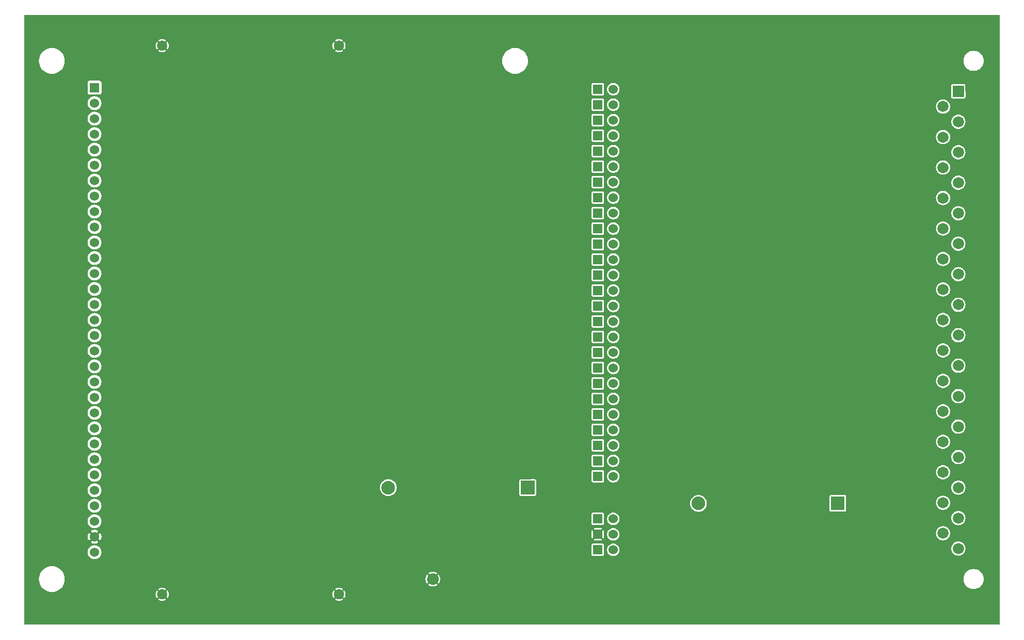
<source format=gtl>
G04 start of page 2 for group 0 idx 0 *
G04 Title: 01.003.01.01.01.pcb, top *
G04 Creator: pcb 4.2.1 *
G04 CreationDate: Sun Dec 13 18:31:49 2020 UTC *
G04 For: bert *
G04 Format: Gerber/RS-274X *
G04 PCB-Dimensions (mil): 7086.61 4724.41 *
G04 PCB-Coordinate-Origin: lower left *
%MOIN*%
%FSLAX25Y25*%
%LNGTL*%
%ADD25C,0.1100*%
%ADD24C,0.0520*%
%ADD23C,0.0380*%
%ADD22C,0.0580*%
%ADD21C,0.0350*%
%ADD20C,0.0460*%
%ADD19C,0.0400*%
%ADD18C,0.1460*%
%ADD17C,0.0720*%
%ADD16C,0.0600*%
%ADD15C,0.0880*%
%ADD14C,0.0750*%
%ADD13C,0.2760*%
%ADD12C,0.0650*%
%ADD11C,0.0001*%
G54D11*G36*
X632666Y452756D02*X649610D01*
Y59051D01*
X632666D01*
Y82064D01*
X632676Y82063D01*
X633696Y82143D01*
X634691Y82382D01*
X635636Y82774D01*
X636508Y83308D01*
X637286Y83973D01*
X637951Y84751D01*
X638485Y85623D01*
X638877Y86568D01*
X639116Y87563D01*
X639176Y88583D01*
X639116Y89603D01*
X638877Y90598D01*
X638485Y91543D01*
X637951Y92415D01*
X637286Y93193D01*
X636508Y93858D01*
X635636Y94392D01*
X634691Y94784D01*
X633696Y95023D01*
X632676Y95103D01*
X632666Y95102D01*
Y416709D01*
X632676Y416709D01*
X633696Y416789D01*
X634691Y417028D01*
X635636Y417419D01*
X636508Y417954D01*
X637286Y418618D01*
X637951Y419396D01*
X638485Y420269D01*
X638877Y421214D01*
X639116Y422209D01*
X639176Y423229D01*
X639116Y424249D01*
X638877Y425244D01*
X638485Y426189D01*
X637951Y427061D01*
X637286Y427839D01*
X636508Y428504D01*
X635636Y429038D01*
X634691Y429430D01*
X633696Y429669D01*
X632676Y429749D01*
X632666Y429748D01*
Y452756D01*
G37*
G36*
X622833D02*X632666D01*
Y429748D01*
X631656Y429669D01*
X630661Y429430D01*
X629716Y429038D01*
X628844Y428504D01*
X628066Y427839D01*
X627401Y427061D01*
X626867Y426189D01*
X626475Y425244D01*
X626236Y424249D01*
X626156Y423229D01*
X626236Y422209D01*
X626475Y421214D01*
X626867Y420269D01*
X627401Y419396D01*
X628066Y418618D01*
X628844Y417954D01*
X629716Y417419D01*
X630661Y417028D01*
X631656Y416789D01*
X632666Y416709D01*
Y95102D01*
X631656Y95023D01*
X630661Y94784D01*
X629716Y94392D01*
X628844Y93858D01*
X628066Y93193D01*
X627401Y92415D01*
X626867Y91543D01*
X626475Y90598D01*
X626236Y89603D01*
X626156Y88583D01*
X626236Y87563D01*
X626475Y86568D01*
X626867Y85623D01*
X627401Y84751D01*
X628066Y83973D01*
X628844Y83308D01*
X629716Y82774D01*
X630661Y82382D01*
X631656Y82143D01*
X632666Y82064D01*
Y59051D01*
X622833D01*
Y103655D01*
X623555Y103712D01*
X624259Y103881D01*
X624928Y104158D01*
X625545Y104536D01*
X626096Y105006D01*
X626566Y105557D01*
X626944Y106174D01*
X627221Y106843D01*
X627390Y107547D01*
X627433Y108269D01*
X627390Y108991D01*
X627221Y109695D01*
X626944Y110364D01*
X626566Y110981D01*
X626096Y111532D01*
X625545Y112002D01*
X624928Y112380D01*
X624259Y112657D01*
X623555Y112826D01*
X622833Y112883D01*
Y123340D01*
X623555Y123397D01*
X624259Y123566D01*
X624928Y123843D01*
X625545Y124221D01*
X626096Y124691D01*
X626566Y125242D01*
X626944Y125859D01*
X627221Y126528D01*
X627390Y127232D01*
X627433Y127954D01*
X627390Y128676D01*
X627221Y129380D01*
X626944Y130049D01*
X626566Y130666D01*
X626096Y131217D01*
X625545Y131687D01*
X624928Y132065D01*
X624259Y132342D01*
X623555Y132511D01*
X622833Y132568D01*
Y143025D01*
X623555Y143082D01*
X624259Y143251D01*
X624928Y143528D01*
X625545Y143906D01*
X626096Y144376D01*
X626566Y144927D01*
X626944Y145544D01*
X627221Y146213D01*
X627390Y146917D01*
X627433Y147639D01*
X627390Y148361D01*
X627221Y149065D01*
X626944Y149734D01*
X626566Y150351D01*
X626096Y150902D01*
X625545Y151372D01*
X624928Y151750D01*
X624259Y152027D01*
X623555Y152196D01*
X622833Y152253D01*
Y162710D01*
X623555Y162767D01*
X624259Y162936D01*
X624928Y163213D01*
X625545Y163591D01*
X626096Y164061D01*
X626566Y164612D01*
X626944Y165229D01*
X627221Y165898D01*
X627390Y166602D01*
X627433Y167324D01*
X627390Y168046D01*
X627221Y168750D01*
X626944Y169419D01*
X626566Y170036D01*
X626096Y170587D01*
X625545Y171057D01*
X624928Y171435D01*
X624259Y171712D01*
X623555Y171881D01*
X622833Y171938D01*
Y182395D01*
X623555Y182452D01*
X624259Y182621D01*
X624928Y182898D01*
X625545Y183276D01*
X626096Y183746D01*
X626566Y184297D01*
X626944Y184914D01*
X627221Y185583D01*
X627390Y186287D01*
X627433Y187009D01*
X627390Y187731D01*
X627221Y188435D01*
X626944Y189104D01*
X626566Y189721D01*
X626096Y190272D01*
X625545Y190742D01*
X624928Y191120D01*
X624259Y191397D01*
X623555Y191566D01*
X622833Y191623D01*
Y202080D01*
X623555Y202137D01*
X624259Y202306D01*
X624928Y202583D01*
X625545Y202961D01*
X626096Y203431D01*
X626566Y203982D01*
X626944Y204599D01*
X627221Y205268D01*
X627390Y205972D01*
X627433Y206694D01*
X627390Y207416D01*
X627221Y208120D01*
X626944Y208789D01*
X626566Y209406D01*
X626096Y209957D01*
X625545Y210427D01*
X624928Y210805D01*
X624259Y211082D01*
X623555Y211251D01*
X622833Y211308D01*
Y221765D01*
X623555Y221822D01*
X624259Y221991D01*
X624928Y222268D01*
X625545Y222646D01*
X626096Y223116D01*
X626566Y223667D01*
X626944Y224284D01*
X627221Y224953D01*
X627390Y225657D01*
X627433Y226379D01*
X627390Y227101D01*
X627221Y227805D01*
X626944Y228474D01*
X626566Y229091D01*
X626096Y229642D01*
X625545Y230112D01*
X624928Y230490D01*
X624259Y230767D01*
X623555Y230936D01*
X622833Y230993D01*
Y241450D01*
X623555Y241507D01*
X624259Y241676D01*
X624928Y241953D01*
X625545Y242331D01*
X626096Y242801D01*
X626566Y243352D01*
X626944Y243969D01*
X627221Y244638D01*
X627390Y245342D01*
X627433Y246064D01*
X627390Y246786D01*
X627221Y247490D01*
X626944Y248159D01*
X626566Y248776D01*
X626096Y249327D01*
X625545Y249797D01*
X624928Y250175D01*
X624259Y250452D01*
X623555Y250621D01*
X622833Y250678D01*
Y261135D01*
X623555Y261192D01*
X624259Y261361D01*
X624928Y261638D01*
X625545Y262016D01*
X626096Y262486D01*
X626566Y263037D01*
X626944Y263654D01*
X627221Y264323D01*
X627390Y265027D01*
X627433Y265749D01*
X627390Y266471D01*
X627221Y267175D01*
X626944Y267844D01*
X626566Y268461D01*
X626096Y269012D01*
X625545Y269482D01*
X624928Y269860D01*
X624259Y270137D01*
X623555Y270306D01*
X622833Y270363D01*
Y280820D01*
X623555Y280877D01*
X624259Y281046D01*
X624928Y281323D01*
X625545Y281701D01*
X626096Y282171D01*
X626566Y282722D01*
X626944Y283339D01*
X627221Y284008D01*
X627390Y284712D01*
X627433Y285434D01*
X627390Y286156D01*
X627221Y286860D01*
X626944Y287529D01*
X626566Y288146D01*
X626096Y288697D01*
X625545Y289167D01*
X624928Y289545D01*
X624259Y289822D01*
X623555Y289991D01*
X622833Y290048D01*
Y300505D01*
X623555Y300562D01*
X624259Y300731D01*
X624928Y301008D01*
X625545Y301386D01*
X626096Y301856D01*
X626566Y302407D01*
X626944Y303024D01*
X627221Y303693D01*
X627390Y304397D01*
X627433Y305119D01*
X627390Y305841D01*
X627221Y306545D01*
X626944Y307214D01*
X626566Y307831D01*
X626096Y308382D01*
X625545Y308852D01*
X624928Y309230D01*
X624259Y309507D01*
X623555Y309676D01*
X622833Y309733D01*
Y320190D01*
X623555Y320247D01*
X624259Y320416D01*
X624928Y320693D01*
X625545Y321071D01*
X626096Y321541D01*
X626566Y322092D01*
X626944Y322709D01*
X627221Y323378D01*
X627390Y324082D01*
X627433Y324804D01*
X627390Y325526D01*
X627221Y326230D01*
X626944Y326899D01*
X626566Y327516D01*
X626096Y328067D01*
X625545Y328537D01*
X624928Y328915D01*
X624259Y329192D01*
X623555Y329361D01*
X622833Y329418D01*
Y339875D01*
X623555Y339932D01*
X624259Y340101D01*
X624928Y340378D01*
X625545Y340756D01*
X626096Y341226D01*
X626566Y341777D01*
X626944Y342394D01*
X627221Y343063D01*
X627390Y343767D01*
X627433Y344489D01*
X627390Y345211D01*
X627221Y345915D01*
X626944Y346584D01*
X626566Y347201D01*
X626096Y347752D01*
X625545Y348222D01*
X624928Y348600D01*
X624259Y348877D01*
X623555Y349046D01*
X622833Y349103D01*
Y359560D01*
X623555Y359617D01*
X624259Y359786D01*
X624928Y360063D01*
X625545Y360441D01*
X626096Y360911D01*
X626566Y361462D01*
X626944Y362079D01*
X627221Y362748D01*
X627390Y363452D01*
X627433Y364174D01*
X627390Y364896D01*
X627221Y365600D01*
X626944Y366269D01*
X626566Y366886D01*
X626096Y367437D01*
X625545Y367907D01*
X624928Y368285D01*
X624259Y368562D01*
X623555Y368731D01*
X622833Y368788D01*
Y379245D01*
X623555Y379302D01*
X624259Y379471D01*
X624928Y379748D01*
X625545Y380126D01*
X626096Y380596D01*
X626566Y381147D01*
X626944Y381764D01*
X627221Y382433D01*
X627390Y383137D01*
X627433Y383859D01*
X627390Y384581D01*
X627221Y385285D01*
X626944Y385954D01*
X626566Y386571D01*
X626096Y387122D01*
X625545Y387592D01*
X624928Y387970D01*
X624259Y388247D01*
X623555Y388416D01*
X622833Y388473D01*
Y398949D01*
X626590Y398953D01*
X626743Y398990D01*
X626888Y399050D01*
X627023Y399133D01*
X627142Y399235D01*
X627245Y399354D01*
X627327Y399489D01*
X627387Y399634D01*
X627424Y399787D01*
X627433Y399944D01*
X627424Y407301D01*
X627387Y407454D01*
X627327Y407599D01*
X627245Y407734D01*
X627142Y407853D01*
X627023Y407956D01*
X626888Y408038D01*
X626743Y408098D01*
X626590Y408135D01*
X626433Y408144D01*
X622833Y408140D01*
Y452756D01*
G37*
G36*
X612984D02*X622833D01*
Y408140D01*
X619076Y408135D01*
X618923Y408098D01*
X618778Y408038D01*
X618643Y407956D01*
X618524Y407853D01*
X618421Y407734D01*
X618339Y407599D01*
X618279Y407454D01*
X618242Y407301D01*
X618233Y407144D01*
X618242Y399787D01*
X618279Y399634D01*
X618339Y399489D01*
X618421Y399354D01*
X618524Y399235D01*
X618643Y399133D01*
X618778Y399050D01*
X618923Y398990D01*
X619076Y398953D01*
X619233Y398944D01*
X622833Y398949D01*
Y388473D01*
X622111Y388416D01*
X621407Y388247D01*
X620738Y387970D01*
X620121Y387592D01*
X619570Y387122D01*
X619100Y386571D01*
X618722Y385954D01*
X618445Y385285D01*
X618276Y384581D01*
X618219Y383859D01*
X618276Y383137D01*
X618445Y382433D01*
X618722Y381764D01*
X619100Y381147D01*
X619570Y380596D01*
X620121Y380126D01*
X620738Y379748D01*
X621407Y379471D01*
X622111Y379302D01*
X622833Y379245D01*
Y368788D01*
X622111Y368731D01*
X621407Y368562D01*
X620738Y368285D01*
X620121Y367907D01*
X619570Y367437D01*
X619100Y366886D01*
X618722Y366269D01*
X618445Y365600D01*
X618276Y364896D01*
X618219Y364174D01*
X618276Y363452D01*
X618445Y362748D01*
X618722Y362079D01*
X619100Y361462D01*
X619570Y360911D01*
X620121Y360441D01*
X620738Y360063D01*
X621407Y359786D01*
X622111Y359617D01*
X622833Y359560D01*
Y349103D01*
X622111Y349046D01*
X621407Y348877D01*
X620738Y348600D01*
X620121Y348222D01*
X619570Y347752D01*
X619100Y347201D01*
X618722Y346584D01*
X618445Y345915D01*
X618276Y345211D01*
X618219Y344489D01*
X618276Y343767D01*
X618445Y343063D01*
X618722Y342394D01*
X619100Y341777D01*
X619570Y341226D01*
X620121Y340756D01*
X620738Y340378D01*
X621407Y340101D01*
X622111Y339932D01*
X622833Y339875D01*
Y329418D01*
X622111Y329361D01*
X621407Y329192D01*
X620738Y328915D01*
X620121Y328537D01*
X619570Y328067D01*
X619100Y327516D01*
X618722Y326899D01*
X618445Y326230D01*
X618276Y325526D01*
X618219Y324804D01*
X618276Y324082D01*
X618445Y323378D01*
X618722Y322709D01*
X619100Y322092D01*
X619570Y321541D01*
X620121Y321071D01*
X620738Y320693D01*
X621407Y320416D01*
X622111Y320247D01*
X622833Y320190D01*
Y309733D01*
X622111Y309676D01*
X621407Y309507D01*
X620738Y309230D01*
X620121Y308852D01*
X619570Y308382D01*
X619100Y307831D01*
X618722Y307214D01*
X618445Y306545D01*
X618276Y305841D01*
X618219Y305119D01*
X618276Y304397D01*
X618445Y303693D01*
X618722Y303024D01*
X619100Y302407D01*
X619570Y301856D01*
X620121Y301386D01*
X620738Y301008D01*
X621407Y300731D01*
X622111Y300562D01*
X622833Y300505D01*
Y290048D01*
X622111Y289991D01*
X621407Y289822D01*
X620738Y289545D01*
X620121Y289167D01*
X619570Y288697D01*
X619100Y288146D01*
X618722Y287529D01*
X618445Y286860D01*
X618276Y286156D01*
X618219Y285434D01*
X618276Y284712D01*
X618445Y284008D01*
X618722Y283339D01*
X619100Y282722D01*
X619570Y282171D01*
X620121Y281701D01*
X620738Y281323D01*
X621407Y281046D01*
X622111Y280877D01*
X622833Y280820D01*
Y270363D01*
X622111Y270306D01*
X621407Y270137D01*
X620738Y269860D01*
X620121Y269482D01*
X619570Y269012D01*
X619100Y268461D01*
X618722Y267844D01*
X618445Y267175D01*
X618276Y266471D01*
X618219Y265749D01*
X618276Y265027D01*
X618445Y264323D01*
X618722Y263654D01*
X619100Y263037D01*
X619570Y262486D01*
X620121Y262016D01*
X620738Y261638D01*
X621407Y261361D01*
X622111Y261192D01*
X622833Y261135D01*
Y250678D01*
X622111Y250621D01*
X621407Y250452D01*
X620738Y250175D01*
X620121Y249797D01*
X619570Y249327D01*
X619100Y248776D01*
X618722Y248159D01*
X618445Y247490D01*
X618276Y246786D01*
X618219Y246064D01*
X618276Y245342D01*
X618445Y244638D01*
X618722Y243969D01*
X619100Y243352D01*
X619570Y242801D01*
X620121Y242331D01*
X620738Y241953D01*
X621407Y241676D01*
X622111Y241507D01*
X622833Y241450D01*
Y230993D01*
X622111Y230936D01*
X621407Y230767D01*
X620738Y230490D01*
X620121Y230112D01*
X619570Y229642D01*
X619100Y229091D01*
X618722Y228474D01*
X618445Y227805D01*
X618276Y227101D01*
X618219Y226379D01*
X618276Y225657D01*
X618445Y224953D01*
X618722Y224284D01*
X619100Y223667D01*
X619570Y223116D01*
X620121Y222646D01*
X620738Y222268D01*
X621407Y221991D01*
X622111Y221822D01*
X622833Y221765D01*
Y211308D01*
X622111Y211251D01*
X621407Y211082D01*
X620738Y210805D01*
X620121Y210427D01*
X619570Y209957D01*
X619100Y209406D01*
X618722Y208789D01*
X618445Y208120D01*
X618276Y207416D01*
X618219Y206694D01*
X618276Y205972D01*
X618445Y205268D01*
X618722Y204599D01*
X619100Y203982D01*
X619570Y203431D01*
X620121Y202961D01*
X620738Y202583D01*
X621407Y202306D01*
X622111Y202137D01*
X622833Y202080D01*
Y191623D01*
X622111Y191566D01*
X621407Y191397D01*
X620738Y191120D01*
X620121Y190742D01*
X619570Y190272D01*
X619100Y189721D01*
X618722Y189104D01*
X618445Y188435D01*
X618276Y187731D01*
X618219Y187009D01*
X618276Y186287D01*
X618445Y185583D01*
X618722Y184914D01*
X619100Y184297D01*
X619570Y183746D01*
X620121Y183276D01*
X620738Y182898D01*
X621407Y182621D01*
X622111Y182452D01*
X622833Y182395D01*
Y171938D01*
X622111Y171881D01*
X621407Y171712D01*
X620738Y171435D01*
X620121Y171057D01*
X619570Y170587D01*
X619100Y170036D01*
X618722Y169419D01*
X618445Y168750D01*
X618276Y168046D01*
X618219Y167324D01*
X618276Y166602D01*
X618445Y165898D01*
X618722Y165229D01*
X619100Y164612D01*
X619570Y164061D01*
X620121Y163591D01*
X620738Y163213D01*
X621407Y162936D01*
X622111Y162767D01*
X622833Y162710D01*
Y152253D01*
X622111Y152196D01*
X621407Y152027D01*
X620738Y151750D01*
X620121Y151372D01*
X619570Y150902D01*
X619100Y150351D01*
X618722Y149734D01*
X618445Y149065D01*
X618276Y148361D01*
X618219Y147639D01*
X618276Y146917D01*
X618445Y146213D01*
X618722Y145544D01*
X619100Y144927D01*
X619570Y144376D01*
X620121Y143906D01*
X620738Y143528D01*
X621407Y143251D01*
X622111Y143082D01*
X622833Y143025D01*
Y132568D01*
X622111Y132511D01*
X621407Y132342D01*
X620738Y132065D01*
X620121Y131687D01*
X619570Y131217D01*
X619100Y130666D01*
X618722Y130049D01*
X618445Y129380D01*
X618276Y128676D01*
X618219Y127954D01*
X618276Y127232D01*
X618445Y126528D01*
X618722Y125859D01*
X619100Y125242D01*
X619570Y124691D01*
X620121Y124221D01*
X620738Y123843D01*
X621407Y123566D01*
X622111Y123397D01*
X622833Y123340D01*
Y112883D01*
X622111Y112826D01*
X621407Y112657D01*
X620738Y112380D01*
X620121Y112002D01*
X619570Y111532D01*
X619100Y110981D01*
X618722Y110364D01*
X618445Y109695D01*
X618276Y108991D01*
X618219Y108269D01*
X618276Y107547D01*
X618445Y106843D01*
X618722Y106174D01*
X619100Y105557D01*
X619570Y105006D01*
X620121Y104536D01*
X620738Y104158D01*
X621407Y103881D01*
X622111Y103712D01*
X622833Y103655D01*
Y59051D01*
X612984D01*
Y113497D01*
X612991Y113497D01*
X613713Y113554D01*
X614417Y113723D01*
X615086Y114000D01*
X615703Y114378D01*
X616254Y114848D01*
X616724Y115399D01*
X617102Y116016D01*
X617379Y116685D01*
X617548Y117389D01*
X617591Y118111D01*
X617548Y118833D01*
X617379Y119537D01*
X617102Y120206D01*
X616724Y120823D01*
X616254Y121374D01*
X615703Y121844D01*
X615086Y122222D01*
X614417Y122499D01*
X613713Y122668D01*
X612991Y122725D01*
X612984Y122725D01*
Y133182D01*
X612991Y133182D01*
X613713Y133239D01*
X614417Y133408D01*
X615086Y133685D01*
X615703Y134063D01*
X616254Y134533D01*
X616724Y135084D01*
X617102Y135701D01*
X617379Y136370D01*
X617548Y137074D01*
X617591Y137796D01*
X617548Y138518D01*
X617379Y139222D01*
X617102Y139891D01*
X616724Y140508D01*
X616254Y141059D01*
X615703Y141529D01*
X615086Y141907D01*
X614417Y142184D01*
X613713Y142353D01*
X612991Y142410D01*
X612984Y142410D01*
Y152867D01*
X612991Y152867D01*
X613713Y152924D01*
X614417Y153093D01*
X615086Y153370D01*
X615703Y153748D01*
X616254Y154218D01*
X616724Y154769D01*
X617102Y155386D01*
X617379Y156055D01*
X617548Y156759D01*
X617591Y157481D01*
X617548Y158203D01*
X617379Y158907D01*
X617102Y159576D01*
X616724Y160193D01*
X616254Y160744D01*
X615703Y161214D01*
X615086Y161592D01*
X614417Y161869D01*
X613713Y162038D01*
X612991Y162095D01*
X612984Y162095D01*
Y172552D01*
X612991Y172552D01*
X613713Y172608D01*
X614417Y172777D01*
X615086Y173054D01*
X615703Y173433D01*
X616254Y173903D01*
X616724Y174454D01*
X617102Y175071D01*
X617379Y175740D01*
X617548Y176444D01*
X617591Y177166D01*
X617548Y177888D01*
X617379Y178592D01*
X617102Y179261D01*
X616724Y179878D01*
X616254Y180428D01*
X615703Y180899D01*
X615086Y181277D01*
X614417Y181554D01*
X613713Y181723D01*
X612991Y181780D01*
X612984Y181779D01*
Y192237D01*
X612991Y192237D01*
X613713Y192293D01*
X614417Y192462D01*
X615086Y192740D01*
X615703Y193118D01*
X616254Y193588D01*
X616724Y194139D01*
X617102Y194756D01*
X617379Y195425D01*
X617548Y196129D01*
X617591Y196851D01*
X617548Y197573D01*
X617379Y198277D01*
X617102Y198946D01*
X616724Y199563D01*
X616254Y200114D01*
X615703Y200584D01*
X615086Y200962D01*
X614417Y201239D01*
X613713Y201408D01*
X612991Y201465D01*
X612984Y201464D01*
Y211923D01*
X612991Y211923D01*
X613713Y211980D01*
X614417Y212149D01*
X615086Y212426D01*
X615703Y212804D01*
X616254Y213274D01*
X616724Y213825D01*
X617102Y214442D01*
X617379Y215111D01*
X617548Y215815D01*
X617591Y216537D01*
X617548Y217259D01*
X617379Y217963D01*
X617102Y218632D01*
X616724Y219249D01*
X616254Y219800D01*
X615703Y220270D01*
X615086Y220648D01*
X614417Y220925D01*
X613713Y221094D01*
X612991Y221151D01*
X612984Y221151D01*
Y231608D01*
X612991Y231608D01*
X613713Y231665D01*
X614417Y231834D01*
X615086Y232111D01*
X615703Y232489D01*
X616254Y232959D01*
X616724Y233510D01*
X617102Y234127D01*
X617379Y234796D01*
X617548Y235500D01*
X617591Y236222D01*
X617548Y236944D01*
X617379Y237648D01*
X617102Y238317D01*
X616724Y238934D01*
X616254Y239485D01*
X615703Y239955D01*
X615086Y240333D01*
X614417Y240610D01*
X613713Y240779D01*
X612991Y240836D01*
X612984Y240836D01*
Y251293D01*
X612991Y251293D01*
X613713Y251350D01*
X614417Y251519D01*
X615086Y251796D01*
X615703Y252174D01*
X616254Y252644D01*
X616724Y253195D01*
X617102Y253812D01*
X617379Y254481D01*
X617548Y255185D01*
X617591Y255907D01*
X617548Y256629D01*
X617379Y257333D01*
X617102Y258002D01*
X616724Y258619D01*
X616254Y259170D01*
X615703Y259640D01*
X615086Y260018D01*
X614417Y260295D01*
X613713Y260464D01*
X612991Y260521D01*
X612984Y260521D01*
Y270977D01*
X612991Y270977D01*
X613713Y271034D01*
X614417Y271203D01*
X615086Y271480D01*
X615703Y271858D01*
X616254Y272328D01*
X616724Y272879D01*
X617102Y273496D01*
X617379Y274165D01*
X617548Y274869D01*
X617591Y275591D01*
X617548Y276313D01*
X617379Y277017D01*
X617102Y277686D01*
X616724Y278303D01*
X616254Y278854D01*
X615703Y279324D01*
X615086Y279702D01*
X614417Y279979D01*
X613713Y280148D01*
X612991Y280205D01*
X612984Y280205D01*
Y290662D01*
X612991Y290662D01*
X613713Y290719D01*
X614417Y290888D01*
X615086Y291165D01*
X615703Y291543D01*
X616254Y292013D01*
X616724Y292564D01*
X617102Y293181D01*
X617379Y293850D01*
X617548Y294554D01*
X617591Y295276D01*
X617548Y295998D01*
X617379Y296702D01*
X617102Y297371D01*
X616724Y297988D01*
X616254Y298539D01*
X615703Y299009D01*
X615086Y299387D01*
X614417Y299664D01*
X613713Y299833D01*
X612991Y299890D01*
X612984Y299890D01*
Y310347D01*
X612991Y310347D01*
X613713Y310404D01*
X614417Y310573D01*
X615086Y310850D01*
X615703Y311228D01*
X616254Y311698D01*
X616724Y312249D01*
X617102Y312866D01*
X617379Y313535D01*
X617548Y314239D01*
X617591Y314961D01*
X617548Y315683D01*
X617379Y316387D01*
X617102Y317056D01*
X616724Y317673D01*
X616254Y318224D01*
X615703Y318694D01*
X615086Y319072D01*
X614417Y319349D01*
X613713Y319518D01*
X612991Y319575D01*
X612984Y319575D01*
Y330032D01*
X612991Y330032D01*
X613713Y330089D01*
X614417Y330258D01*
X615086Y330535D01*
X615703Y330913D01*
X616254Y331383D01*
X616724Y331934D01*
X617102Y332551D01*
X617379Y333220D01*
X617548Y333924D01*
X617591Y334646D01*
X617548Y335368D01*
X617379Y336072D01*
X617102Y336741D01*
X616724Y337358D01*
X616254Y337909D01*
X615703Y338379D01*
X615086Y338757D01*
X614417Y339034D01*
X613713Y339203D01*
X612991Y339260D01*
X612984Y339260D01*
Y349717D01*
X612991Y349717D01*
X613713Y349774D01*
X614417Y349943D01*
X615086Y350220D01*
X615703Y350598D01*
X616254Y351068D01*
X616724Y351619D01*
X617102Y352236D01*
X617379Y352905D01*
X617548Y353609D01*
X617591Y354331D01*
X617548Y355053D01*
X617379Y355757D01*
X617102Y356426D01*
X616724Y357043D01*
X616254Y357594D01*
X615703Y358064D01*
X615086Y358442D01*
X614417Y358719D01*
X613713Y358888D01*
X612991Y358945D01*
X612984Y358945D01*
Y369403D01*
X612991Y369403D01*
X613713Y369460D01*
X614417Y369629D01*
X615086Y369906D01*
X615703Y370284D01*
X616254Y370754D01*
X616724Y371305D01*
X617102Y371922D01*
X617379Y372591D01*
X617548Y373295D01*
X617591Y374017D01*
X617548Y374739D01*
X617379Y375443D01*
X617102Y376112D01*
X616724Y376729D01*
X616254Y377280D01*
X615703Y377750D01*
X615086Y378128D01*
X614417Y378405D01*
X613713Y378574D01*
X612991Y378631D01*
X612984Y378631D01*
Y389088D01*
X612991Y389088D01*
X613713Y389145D01*
X614417Y389314D01*
X615086Y389591D01*
X615703Y389969D01*
X616254Y390439D01*
X616724Y390990D01*
X617102Y391607D01*
X617379Y392276D01*
X617548Y392980D01*
X617591Y393702D01*
X617548Y394424D01*
X617379Y395128D01*
X617102Y395797D01*
X616724Y396414D01*
X616254Y396965D01*
X615703Y397435D01*
X615086Y397813D01*
X614417Y398090D01*
X613713Y398259D01*
X612991Y398316D01*
X612984Y398316D01*
Y452756D01*
G37*
G36*
X545000D02*X612984D01*
Y398316D01*
X612269Y398259D01*
X611565Y398090D01*
X610896Y397813D01*
X610279Y397435D01*
X609728Y396965D01*
X609258Y396414D01*
X608880Y395797D01*
X608603Y395128D01*
X608434Y394424D01*
X608377Y393702D01*
X608434Y392980D01*
X608603Y392276D01*
X608880Y391607D01*
X609258Y390990D01*
X609728Y390439D01*
X610279Y389969D01*
X610896Y389591D01*
X611565Y389314D01*
X612269Y389145D01*
X612984Y389088D01*
Y378631D01*
X612269Y378574D01*
X611565Y378405D01*
X610896Y378128D01*
X610279Y377750D01*
X609728Y377280D01*
X609258Y376729D01*
X608880Y376112D01*
X608603Y375443D01*
X608434Y374739D01*
X608377Y374017D01*
X608434Y373295D01*
X608603Y372591D01*
X608880Y371922D01*
X609258Y371305D01*
X609728Y370754D01*
X610279Y370284D01*
X610896Y369906D01*
X611565Y369629D01*
X612269Y369460D01*
X612984Y369403D01*
Y358945D01*
X612269Y358888D01*
X611565Y358719D01*
X610896Y358442D01*
X610279Y358064D01*
X609728Y357594D01*
X609258Y357043D01*
X608880Y356426D01*
X608603Y355757D01*
X608434Y355053D01*
X608377Y354331D01*
X608434Y353609D01*
X608603Y352905D01*
X608880Y352236D01*
X609258Y351619D01*
X609728Y351068D01*
X610279Y350598D01*
X610896Y350220D01*
X611565Y349943D01*
X612269Y349774D01*
X612984Y349717D01*
Y339260D01*
X612269Y339203D01*
X611565Y339034D01*
X610896Y338757D01*
X610279Y338379D01*
X609728Y337909D01*
X609258Y337358D01*
X608880Y336741D01*
X608603Y336072D01*
X608434Y335368D01*
X608377Y334646D01*
X608434Y333924D01*
X608603Y333220D01*
X608880Y332551D01*
X609258Y331934D01*
X609728Y331383D01*
X610279Y330913D01*
X610896Y330535D01*
X611565Y330258D01*
X612269Y330089D01*
X612984Y330032D01*
Y319575D01*
X612269Y319518D01*
X611565Y319349D01*
X610896Y319072D01*
X610279Y318694D01*
X609728Y318224D01*
X609258Y317673D01*
X608880Y317056D01*
X608603Y316387D01*
X608434Y315683D01*
X608377Y314961D01*
X608434Y314239D01*
X608603Y313535D01*
X608880Y312866D01*
X609258Y312249D01*
X609728Y311698D01*
X610279Y311228D01*
X610896Y310850D01*
X611565Y310573D01*
X612269Y310404D01*
X612984Y310347D01*
Y299890D01*
X612269Y299833D01*
X611565Y299664D01*
X610896Y299387D01*
X610279Y299009D01*
X609728Y298539D01*
X609258Y297988D01*
X608880Y297371D01*
X608603Y296702D01*
X608434Y295998D01*
X608377Y295276D01*
X608434Y294554D01*
X608603Y293850D01*
X608880Y293181D01*
X609258Y292564D01*
X609728Y292013D01*
X610279Y291543D01*
X610896Y291165D01*
X611565Y290888D01*
X612269Y290719D01*
X612984Y290662D01*
Y280205D01*
X612269Y280148D01*
X611565Y279979D01*
X610896Y279702D01*
X610279Y279324D01*
X609728Y278854D01*
X609258Y278303D01*
X608880Y277686D01*
X608603Y277017D01*
X608434Y276313D01*
X608377Y275591D01*
X608434Y274869D01*
X608603Y274165D01*
X608880Y273496D01*
X609258Y272879D01*
X609728Y272328D01*
X610279Y271858D01*
X610896Y271480D01*
X611565Y271203D01*
X612269Y271034D01*
X612984Y270977D01*
Y260521D01*
X612269Y260464D01*
X611565Y260295D01*
X610896Y260018D01*
X610279Y259640D01*
X609728Y259170D01*
X609258Y258619D01*
X608880Y258002D01*
X608603Y257333D01*
X608434Y256629D01*
X608377Y255907D01*
X608434Y255185D01*
X608603Y254481D01*
X608880Y253812D01*
X609258Y253195D01*
X609728Y252644D01*
X610279Y252174D01*
X610896Y251796D01*
X611565Y251519D01*
X612269Y251350D01*
X612984Y251293D01*
Y240836D01*
X612269Y240779D01*
X611565Y240610D01*
X610896Y240333D01*
X610279Y239955D01*
X609728Y239485D01*
X609258Y238934D01*
X608880Y238317D01*
X608603Y237648D01*
X608434Y236944D01*
X608377Y236222D01*
X608434Y235500D01*
X608603Y234796D01*
X608880Y234127D01*
X609258Y233510D01*
X609728Y232959D01*
X610279Y232489D01*
X610896Y232111D01*
X611565Y231834D01*
X612269Y231665D01*
X612984Y231608D01*
Y221151D01*
X612269Y221094D01*
X611565Y220925D01*
X610896Y220648D01*
X610279Y220270D01*
X609728Y219800D01*
X609258Y219249D01*
X608880Y218632D01*
X608603Y217963D01*
X608434Y217259D01*
X608377Y216537D01*
X608434Y215815D01*
X608603Y215111D01*
X608880Y214442D01*
X609258Y213825D01*
X609728Y213274D01*
X610279Y212804D01*
X610896Y212426D01*
X611565Y212149D01*
X612269Y211980D01*
X612984Y211923D01*
Y201464D01*
X612269Y201408D01*
X611565Y201239D01*
X610896Y200962D01*
X610279Y200584D01*
X609728Y200114D01*
X609258Y199563D01*
X608880Y198946D01*
X608603Y198277D01*
X608434Y197573D01*
X608377Y196851D01*
X608434Y196129D01*
X608603Y195425D01*
X608880Y194756D01*
X609258Y194139D01*
X609728Y193588D01*
X610279Y193118D01*
X610896Y192740D01*
X611565Y192462D01*
X612269Y192293D01*
X612984Y192237D01*
Y181779D01*
X612269Y181723D01*
X611565Y181554D01*
X610896Y181277D01*
X610279Y180899D01*
X609728Y180428D01*
X609258Y179878D01*
X608880Y179261D01*
X608603Y178592D01*
X608434Y177888D01*
X608377Y177166D01*
X608434Y176444D01*
X608603Y175740D01*
X608880Y175071D01*
X609258Y174454D01*
X609728Y173903D01*
X610279Y173433D01*
X610896Y173054D01*
X611565Y172777D01*
X612269Y172608D01*
X612984Y172552D01*
Y162095D01*
X612269Y162038D01*
X611565Y161869D01*
X610896Y161592D01*
X610279Y161214D01*
X609728Y160744D01*
X609258Y160193D01*
X608880Y159576D01*
X608603Y158907D01*
X608434Y158203D01*
X608377Y157481D01*
X608434Y156759D01*
X608603Y156055D01*
X608880Y155386D01*
X609258Y154769D01*
X609728Y154218D01*
X610279Y153748D01*
X610896Y153370D01*
X611565Y153093D01*
X612269Y152924D01*
X612984Y152867D01*
Y142410D01*
X612269Y142353D01*
X611565Y142184D01*
X610896Y141907D01*
X610279Y141529D01*
X609728Y141059D01*
X609258Y140508D01*
X608880Y139891D01*
X608603Y139222D01*
X608434Y138518D01*
X608377Y137796D01*
X608434Y137074D01*
X608603Y136370D01*
X608880Y135701D01*
X609258Y135084D01*
X609728Y134533D01*
X610279Y134063D01*
X610896Y133685D01*
X611565Y133408D01*
X612269Y133239D01*
X612984Y133182D01*
Y122725D01*
X612269Y122668D01*
X611565Y122499D01*
X610896Y122222D01*
X610279Y121844D01*
X609728Y121374D01*
X609258Y120823D01*
X608880Y120206D01*
X608603Y119537D01*
X608434Y118833D01*
X608377Y118111D01*
X608434Y117389D01*
X608603Y116685D01*
X608880Y116016D01*
X609258Y115399D01*
X609728Y114848D01*
X610279Y114378D01*
X610896Y114000D01*
X611565Y113723D01*
X612269Y113554D01*
X612984Y113497D01*
Y59051D01*
X545000D01*
Y132045D01*
X549557Y132050D01*
X549710Y132087D01*
X549855Y132147D01*
X549990Y132229D01*
X550109Y132332D01*
X550212Y132451D01*
X550294Y132586D01*
X550354Y132731D01*
X550391Y132884D01*
X550400Y133041D01*
X550391Y141998D01*
X550354Y142151D01*
X550294Y142296D01*
X550212Y142431D01*
X550109Y142550D01*
X549990Y142652D01*
X549855Y142735D01*
X549710Y142795D01*
X549557Y142832D01*
X549400Y142841D01*
X545000Y142836D01*
Y452756D01*
G37*
G36*
X454992D02*X545000D01*
Y142836D01*
X540443Y142832D01*
X540290Y142795D01*
X540145Y142735D01*
X540010Y142652D01*
X539891Y142550D01*
X539788Y142431D01*
X539706Y142296D01*
X539646Y142151D01*
X539609Y141998D01*
X539600Y141841D01*
X539609Y132884D01*
X539646Y132731D01*
X539706Y132586D01*
X539788Y132451D01*
X539891Y132332D01*
X540010Y132229D01*
X540145Y132147D01*
X540290Y132087D01*
X540443Y132050D01*
X540600Y132041D01*
X545000Y132045D01*
Y59051D01*
X454992D01*
Y132025D01*
X455000Y132024D01*
X455847Y132091D01*
X456674Y132289D01*
X457459Y132615D01*
X458184Y133059D01*
X458830Y133611D01*
X459382Y134257D01*
X459826Y134982D01*
X460152Y135767D01*
X460350Y136594D01*
X460400Y137441D01*
X460350Y138288D01*
X460152Y139115D01*
X459826Y139900D01*
X459382Y140625D01*
X458830Y141271D01*
X458184Y141823D01*
X457459Y142267D01*
X456674Y142592D01*
X455847Y142791D01*
X455000Y142858D01*
X454992Y142857D01*
Y452756D01*
G37*
G36*
X399994D02*X454992D01*
Y142857D01*
X454153Y142791D01*
X453326Y142592D01*
X452541Y142267D01*
X451816Y141823D01*
X451170Y141271D01*
X450618Y140625D01*
X450174Y139900D01*
X449848Y139115D01*
X449650Y138288D01*
X449583Y137441D01*
X449650Y136594D01*
X449848Y135767D01*
X450174Y134982D01*
X450618Y134257D01*
X451170Y133611D01*
X451816Y133059D01*
X452541Y132615D01*
X453326Y132289D01*
X454153Y132091D01*
X454992Y132025D01*
Y59051D01*
X399994D01*
Y103429D01*
X400000Y103429D01*
X400628Y103478D01*
X401240Y103625D01*
X401822Y103866D01*
X402358Y104195D01*
X402837Y104604D01*
X403246Y105083D01*
X403575Y105619D01*
X403816Y106201D01*
X403963Y106813D01*
X404000Y107441D01*
X403963Y108069D01*
X403816Y108681D01*
X403575Y109263D01*
X403246Y109799D01*
X402837Y110278D01*
X402358Y110687D01*
X401822Y111016D01*
X401240Y111257D01*
X400628Y111404D01*
X400000Y111453D01*
X399994Y111453D01*
Y113429D01*
X400000Y113429D01*
X400628Y113478D01*
X401240Y113625D01*
X401822Y113866D01*
X402358Y114195D01*
X402837Y114604D01*
X403246Y115083D01*
X403575Y115619D01*
X403816Y116201D01*
X403963Y116813D01*
X404000Y117441D01*
X403963Y118069D01*
X403816Y118681D01*
X403575Y119263D01*
X403246Y119799D01*
X402837Y120278D01*
X402358Y120687D01*
X401822Y121016D01*
X401240Y121257D01*
X400628Y121404D01*
X400000Y121453D01*
X399994Y121453D01*
Y123429D01*
X400000Y123429D01*
X400628Y123478D01*
X401240Y123625D01*
X401822Y123866D01*
X402358Y124195D01*
X402837Y124604D01*
X403246Y125083D01*
X403575Y125619D01*
X403816Y126201D01*
X403963Y126813D01*
X404000Y127441D01*
X403963Y128069D01*
X403816Y128681D01*
X403575Y129263D01*
X403246Y129799D01*
X402837Y130278D01*
X402358Y130687D01*
X401822Y131016D01*
X401240Y131257D01*
X400628Y131404D01*
X400000Y131453D01*
X399994Y131453D01*
Y150929D01*
X400000Y150929D01*
X400628Y150978D01*
X401240Y151125D01*
X401822Y151366D01*
X402358Y151695D01*
X402837Y152104D01*
X403246Y152583D01*
X403575Y153119D01*
X403816Y153701D01*
X403963Y154313D01*
X404000Y154941D01*
X403963Y155569D01*
X403816Y156181D01*
X403575Y156763D01*
X403246Y157299D01*
X402837Y157778D01*
X402358Y158187D01*
X401822Y158516D01*
X401240Y158757D01*
X400628Y158904D01*
X400000Y158953D01*
X399994Y158953D01*
Y160929D01*
X400000Y160929D01*
X400628Y160978D01*
X401240Y161125D01*
X401822Y161366D01*
X402358Y161695D01*
X402837Y162104D01*
X403246Y162583D01*
X403575Y163119D01*
X403816Y163701D01*
X403963Y164313D01*
X404000Y164941D01*
X403963Y165569D01*
X403816Y166181D01*
X403575Y166763D01*
X403246Y167299D01*
X402837Y167778D01*
X402358Y168187D01*
X401822Y168516D01*
X401240Y168757D01*
X400628Y168904D01*
X400000Y168953D01*
X399994Y168953D01*
Y170929D01*
X400000Y170929D01*
X400628Y170978D01*
X401240Y171125D01*
X401822Y171366D01*
X402358Y171695D01*
X402837Y172104D01*
X403246Y172583D01*
X403575Y173119D01*
X403816Y173701D01*
X403963Y174313D01*
X404000Y174941D01*
X403963Y175569D01*
X403816Y176181D01*
X403575Y176763D01*
X403246Y177299D01*
X402837Y177778D01*
X402358Y178187D01*
X401822Y178516D01*
X401240Y178757D01*
X400628Y178904D01*
X400000Y178953D01*
X399994Y178953D01*
Y180929D01*
X400000Y180929D01*
X400628Y180978D01*
X401240Y181125D01*
X401822Y181366D01*
X402358Y181695D01*
X402837Y182104D01*
X403246Y182583D01*
X403575Y183119D01*
X403816Y183701D01*
X403963Y184313D01*
X404000Y184941D01*
X403963Y185569D01*
X403816Y186181D01*
X403575Y186763D01*
X403246Y187299D01*
X402837Y187778D01*
X402358Y188187D01*
X401822Y188516D01*
X401240Y188757D01*
X400628Y188904D01*
X400000Y188953D01*
X399994Y188953D01*
Y190929D01*
X400000Y190929D01*
X400628Y190978D01*
X401240Y191125D01*
X401822Y191366D01*
X402358Y191695D01*
X402837Y192104D01*
X403246Y192583D01*
X403575Y193119D01*
X403816Y193701D01*
X403963Y194313D01*
X404000Y194941D01*
X403963Y195569D01*
X403816Y196181D01*
X403575Y196763D01*
X403246Y197299D01*
X402837Y197778D01*
X402358Y198187D01*
X401822Y198516D01*
X401240Y198757D01*
X400628Y198904D01*
X400000Y198953D01*
X399994Y198953D01*
Y200929D01*
X400000Y200929D01*
X400628Y200978D01*
X401240Y201125D01*
X401822Y201366D01*
X402358Y201695D01*
X402837Y202104D01*
X403246Y202583D01*
X403575Y203119D01*
X403816Y203701D01*
X403963Y204313D01*
X404000Y204941D01*
X403963Y205569D01*
X403816Y206181D01*
X403575Y206763D01*
X403246Y207299D01*
X402837Y207778D01*
X402358Y208187D01*
X401822Y208516D01*
X401240Y208757D01*
X400628Y208904D01*
X400000Y208953D01*
X399994Y208953D01*
Y210929D01*
X400000Y210929D01*
X400628Y210978D01*
X401240Y211125D01*
X401822Y211366D01*
X402358Y211695D01*
X402837Y212104D01*
X403246Y212583D01*
X403575Y213119D01*
X403816Y213701D01*
X403963Y214313D01*
X404000Y214941D01*
X403963Y215569D01*
X403816Y216181D01*
X403575Y216763D01*
X403246Y217299D01*
X402837Y217778D01*
X402358Y218187D01*
X401822Y218516D01*
X401240Y218757D01*
X400628Y218904D01*
X400000Y218953D01*
X399994Y218953D01*
Y220929D01*
X400000Y220929D01*
X400628Y220978D01*
X401240Y221125D01*
X401822Y221366D01*
X402358Y221695D01*
X402837Y222104D01*
X403246Y222583D01*
X403575Y223119D01*
X403816Y223701D01*
X403963Y224313D01*
X404000Y224941D01*
X403963Y225569D01*
X403816Y226181D01*
X403575Y226763D01*
X403246Y227299D01*
X402837Y227778D01*
X402358Y228187D01*
X401822Y228516D01*
X401240Y228757D01*
X400628Y228904D01*
X400000Y228953D01*
X399994Y228953D01*
Y230929D01*
X400000Y230929D01*
X400628Y230978D01*
X401240Y231125D01*
X401822Y231366D01*
X402358Y231695D01*
X402837Y232104D01*
X403246Y232583D01*
X403575Y233119D01*
X403816Y233701D01*
X403963Y234313D01*
X404000Y234941D01*
X403963Y235569D01*
X403816Y236181D01*
X403575Y236763D01*
X403246Y237299D01*
X402837Y237778D01*
X402358Y238187D01*
X401822Y238516D01*
X401240Y238757D01*
X400628Y238904D01*
X400000Y238953D01*
X399994Y238953D01*
Y240929D01*
X400000Y240929D01*
X400628Y240978D01*
X401240Y241125D01*
X401822Y241366D01*
X402358Y241695D01*
X402837Y242104D01*
X403246Y242583D01*
X403575Y243119D01*
X403816Y243701D01*
X403963Y244313D01*
X404000Y244941D01*
X403963Y245569D01*
X403816Y246181D01*
X403575Y246763D01*
X403246Y247299D01*
X402837Y247778D01*
X402358Y248187D01*
X401822Y248516D01*
X401240Y248757D01*
X400628Y248904D01*
X400000Y248953D01*
X399994Y248953D01*
Y250929D01*
X400000Y250929D01*
X400628Y250978D01*
X401240Y251125D01*
X401822Y251366D01*
X402358Y251695D01*
X402837Y252104D01*
X403246Y252583D01*
X403575Y253119D01*
X403816Y253701D01*
X403963Y254313D01*
X404000Y254941D01*
X403963Y255569D01*
X403816Y256181D01*
X403575Y256763D01*
X403246Y257299D01*
X402837Y257778D01*
X402358Y258187D01*
X401822Y258516D01*
X401240Y258757D01*
X400628Y258904D01*
X400000Y258953D01*
X399994Y258953D01*
Y260929D01*
X400000Y260929D01*
X400628Y260978D01*
X401240Y261125D01*
X401822Y261366D01*
X402358Y261695D01*
X402837Y262104D01*
X403246Y262583D01*
X403575Y263119D01*
X403816Y263701D01*
X403963Y264313D01*
X404000Y264941D01*
X403963Y265569D01*
X403816Y266181D01*
X403575Y266763D01*
X403246Y267299D01*
X402837Y267778D01*
X402358Y268187D01*
X401822Y268516D01*
X401240Y268757D01*
X400628Y268904D01*
X400000Y268953D01*
X399994Y268953D01*
Y270929D01*
X400000Y270929D01*
X400628Y270978D01*
X401240Y271125D01*
X401822Y271366D01*
X402358Y271695D01*
X402837Y272104D01*
X403246Y272583D01*
X403575Y273119D01*
X403816Y273701D01*
X403963Y274313D01*
X404000Y274941D01*
X403963Y275569D01*
X403816Y276181D01*
X403575Y276763D01*
X403246Y277299D01*
X402837Y277778D01*
X402358Y278187D01*
X401822Y278516D01*
X401240Y278757D01*
X400628Y278904D01*
X400000Y278953D01*
X399994Y278953D01*
Y280929D01*
X400000Y280929D01*
X400628Y280978D01*
X401240Y281125D01*
X401822Y281366D01*
X402358Y281695D01*
X402837Y282104D01*
X403246Y282583D01*
X403575Y283119D01*
X403816Y283701D01*
X403963Y284313D01*
X404000Y284941D01*
X403963Y285569D01*
X403816Y286181D01*
X403575Y286763D01*
X403246Y287299D01*
X402837Y287778D01*
X402358Y288187D01*
X401822Y288516D01*
X401240Y288757D01*
X400628Y288904D01*
X400000Y288953D01*
X399994Y288953D01*
Y290929D01*
X400000Y290929D01*
X400628Y290978D01*
X401240Y291125D01*
X401822Y291366D01*
X402358Y291695D01*
X402837Y292104D01*
X403246Y292583D01*
X403575Y293119D01*
X403816Y293701D01*
X403963Y294313D01*
X404000Y294941D01*
X403963Y295569D01*
X403816Y296181D01*
X403575Y296763D01*
X403246Y297299D01*
X402837Y297778D01*
X402358Y298187D01*
X401822Y298516D01*
X401240Y298757D01*
X400628Y298904D01*
X400000Y298953D01*
X399994Y298953D01*
Y300929D01*
X400000Y300929D01*
X400628Y300978D01*
X401240Y301125D01*
X401822Y301366D01*
X402358Y301695D01*
X402837Y302104D01*
X403246Y302583D01*
X403575Y303119D01*
X403816Y303701D01*
X403963Y304313D01*
X404000Y304941D01*
X403963Y305569D01*
X403816Y306181D01*
X403575Y306763D01*
X403246Y307299D01*
X402837Y307778D01*
X402358Y308187D01*
X401822Y308516D01*
X401240Y308757D01*
X400628Y308904D01*
X400000Y308953D01*
X399994Y308953D01*
Y310929D01*
X400000Y310929D01*
X400628Y310978D01*
X401240Y311125D01*
X401822Y311366D01*
X402358Y311695D01*
X402837Y312104D01*
X403246Y312583D01*
X403575Y313119D01*
X403816Y313701D01*
X403963Y314313D01*
X404000Y314941D01*
X403963Y315569D01*
X403816Y316181D01*
X403575Y316763D01*
X403246Y317299D01*
X402837Y317778D01*
X402358Y318187D01*
X401822Y318516D01*
X401240Y318757D01*
X400628Y318904D01*
X400000Y318953D01*
X399994Y318953D01*
Y320929D01*
X400000Y320929D01*
X400628Y320978D01*
X401240Y321125D01*
X401822Y321366D01*
X402358Y321695D01*
X402837Y322104D01*
X403246Y322583D01*
X403575Y323119D01*
X403816Y323701D01*
X403963Y324313D01*
X404000Y324941D01*
X403963Y325569D01*
X403816Y326181D01*
X403575Y326763D01*
X403246Y327299D01*
X402837Y327778D01*
X402358Y328187D01*
X401822Y328516D01*
X401240Y328757D01*
X400628Y328904D01*
X400000Y328953D01*
X399994Y328953D01*
Y330929D01*
X400000Y330929D01*
X400628Y330978D01*
X401240Y331125D01*
X401822Y331366D01*
X402358Y331695D01*
X402837Y332104D01*
X403246Y332583D01*
X403575Y333119D01*
X403816Y333701D01*
X403963Y334313D01*
X404000Y334941D01*
X403963Y335569D01*
X403816Y336181D01*
X403575Y336763D01*
X403246Y337299D01*
X402837Y337778D01*
X402358Y338187D01*
X401822Y338516D01*
X401240Y338757D01*
X400628Y338904D01*
X400000Y338953D01*
X399994Y338953D01*
Y340929D01*
X400000Y340929D01*
X400628Y340978D01*
X401240Y341125D01*
X401822Y341366D01*
X402358Y341695D01*
X402837Y342104D01*
X403246Y342583D01*
X403575Y343119D01*
X403816Y343701D01*
X403963Y344313D01*
X404000Y344941D01*
X403963Y345569D01*
X403816Y346181D01*
X403575Y346763D01*
X403246Y347299D01*
X402837Y347778D01*
X402358Y348187D01*
X401822Y348516D01*
X401240Y348757D01*
X400628Y348904D01*
X400000Y348953D01*
X399994Y348953D01*
Y350929D01*
X400000Y350929D01*
X400628Y350978D01*
X401240Y351125D01*
X401822Y351366D01*
X402358Y351695D01*
X402837Y352104D01*
X403246Y352583D01*
X403575Y353119D01*
X403816Y353701D01*
X403963Y354313D01*
X404000Y354941D01*
X403963Y355569D01*
X403816Y356181D01*
X403575Y356763D01*
X403246Y357299D01*
X402837Y357778D01*
X402358Y358187D01*
X401822Y358516D01*
X401240Y358757D01*
X400628Y358904D01*
X400000Y358953D01*
X399994Y358953D01*
Y360929D01*
X400000Y360929D01*
X400628Y360978D01*
X401240Y361125D01*
X401822Y361366D01*
X402358Y361695D01*
X402837Y362104D01*
X403246Y362583D01*
X403575Y363119D01*
X403816Y363701D01*
X403963Y364313D01*
X404000Y364941D01*
X403963Y365569D01*
X403816Y366181D01*
X403575Y366763D01*
X403246Y367299D01*
X402837Y367778D01*
X402358Y368187D01*
X401822Y368516D01*
X401240Y368757D01*
X400628Y368904D01*
X400000Y368953D01*
X399994Y368953D01*
Y370929D01*
X400000Y370929D01*
X400628Y370978D01*
X401240Y371125D01*
X401822Y371366D01*
X402358Y371695D01*
X402837Y372104D01*
X403246Y372583D01*
X403575Y373119D01*
X403816Y373701D01*
X403963Y374313D01*
X404000Y374941D01*
X403963Y375569D01*
X403816Y376181D01*
X403575Y376763D01*
X403246Y377299D01*
X402837Y377778D01*
X402358Y378187D01*
X401822Y378516D01*
X401240Y378757D01*
X400628Y378904D01*
X400000Y378953D01*
X399994Y378953D01*
Y380929D01*
X400000Y380929D01*
X400628Y380978D01*
X401240Y381125D01*
X401822Y381366D01*
X402358Y381695D01*
X402837Y382104D01*
X403246Y382583D01*
X403575Y383119D01*
X403816Y383701D01*
X403963Y384313D01*
X404000Y384941D01*
X403963Y385569D01*
X403816Y386181D01*
X403575Y386763D01*
X403246Y387299D01*
X402837Y387778D01*
X402358Y388187D01*
X401822Y388516D01*
X401240Y388757D01*
X400628Y388904D01*
X400000Y388953D01*
X399994Y388953D01*
Y390929D01*
X400000Y390929D01*
X400628Y390978D01*
X401240Y391125D01*
X401822Y391366D01*
X402358Y391695D01*
X402837Y392104D01*
X403246Y392583D01*
X403575Y393119D01*
X403816Y393701D01*
X403963Y394313D01*
X404000Y394941D01*
X403963Y395569D01*
X403816Y396181D01*
X403575Y396763D01*
X403246Y397299D01*
X402837Y397778D01*
X402358Y398187D01*
X401822Y398516D01*
X401240Y398757D01*
X400628Y398904D01*
X400000Y398953D01*
X399994Y398953D01*
Y400929D01*
X400000Y400929D01*
X400628Y400978D01*
X401240Y401125D01*
X401822Y401366D01*
X402358Y401695D01*
X402837Y402104D01*
X403246Y402583D01*
X403575Y403119D01*
X403816Y403701D01*
X403963Y404313D01*
X404000Y404941D01*
X403963Y405569D01*
X403816Y406181D01*
X403575Y406763D01*
X403246Y407299D01*
X402837Y407778D01*
X402358Y408187D01*
X401822Y408516D01*
X401240Y408757D01*
X400628Y408904D01*
X400000Y408953D01*
X399994Y408953D01*
Y452756D01*
G37*
G36*
X393500D02*X399994D01*
Y408953D01*
X399372Y408904D01*
X398760Y408757D01*
X398178Y408516D01*
X397642Y408187D01*
X397163Y407778D01*
X396754Y407299D01*
X396425Y406763D01*
X396184Y406181D01*
X396037Y405569D01*
X395988Y404941D01*
X396037Y404313D01*
X396184Y403701D01*
X396425Y403119D01*
X396754Y402583D01*
X397163Y402104D01*
X397642Y401695D01*
X398178Y401366D01*
X398760Y401125D01*
X399372Y400978D01*
X399994Y400929D01*
Y398953D01*
X399372Y398904D01*
X398760Y398757D01*
X398178Y398516D01*
X397642Y398187D01*
X397163Y397778D01*
X396754Y397299D01*
X396425Y396763D01*
X396184Y396181D01*
X396037Y395569D01*
X395988Y394941D01*
X396037Y394313D01*
X396184Y393701D01*
X396425Y393119D01*
X396754Y392583D01*
X397163Y392104D01*
X397642Y391695D01*
X398178Y391366D01*
X398760Y391125D01*
X399372Y390978D01*
X399994Y390929D01*
Y388953D01*
X399372Y388904D01*
X398760Y388757D01*
X398178Y388516D01*
X397642Y388187D01*
X397163Y387778D01*
X396754Y387299D01*
X396425Y386763D01*
X396184Y386181D01*
X396037Y385569D01*
X395988Y384941D01*
X396037Y384313D01*
X396184Y383701D01*
X396425Y383119D01*
X396754Y382583D01*
X397163Y382104D01*
X397642Y381695D01*
X398178Y381366D01*
X398760Y381125D01*
X399372Y380978D01*
X399994Y380929D01*
Y378953D01*
X399372Y378904D01*
X398760Y378757D01*
X398178Y378516D01*
X397642Y378187D01*
X397163Y377778D01*
X396754Y377299D01*
X396425Y376763D01*
X396184Y376181D01*
X396037Y375569D01*
X395988Y374941D01*
X396037Y374313D01*
X396184Y373701D01*
X396425Y373119D01*
X396754Y372583D01*
X397163Y372104D01*
X397642Y371695D01*
X398178Y371366D01*
X398760Y371125D01*
X399372Y370978D01*
X399994Y370929D01*
Y368953D01*
X399372Y368904D01*
X398760Y368757D01*
X398178Y368516D01*
X397642Y368187D01*
X397163Y367778D01*
X396754Y367299D01*
X396425Y366763D01*
X396184Y366181D01*
X396037Y365569D01*
X395988Y364941D01*
X396037Y364313D01*
X396184Y363701D01*
X396425Y363119D01*
X396754Y362583D01*
X397163Y362104D01*
X397642Y361695D01*
X398178Y361366D01*
X398760Y361125D01*
X399372Y360978D01*
X399994Y360929D01*
Y358953D01*
X399372Y358904D01*
X398760Y358757D01*
X398178Y358516D01*
X397642Y358187D01*
X397163Y357778D01*
X396754Y357299D01*
X396425Y356763D01*
X396184Y356181D01*
X396037Y355569D01*
X395988Y354941D01*
X396037Y354313D01*
X396184Y353701D01*
X396425Y353119D01*
X396754Y352583D01*
X397163Y352104D01*
X397642Y351695D01*
X398178Y351366D01*
X398760Y351125D01*
X399372Y350978D01*
X399994Y350929D01*
Y348953D01*
X399372Y348904D01*
X398760Y348757D01*
X398178Y348516D01*
X397642Y348187D01*
X397163Y347778D01*
X396754Y347299D01*
X396425Y346763D01*
X396184Y346181D01*
X396037Y345569D01*
X395988Y344941D01*
X396037Y344313D01*
X396184Y343701D01*
X396425Y343119D01*
X396754Y342583D01*
X397163Y342104D01*
X397642Y341695D01*
X398178Y341366D01*
X398760Y341125D01*
X399372Y340978D01*
X399994Y340929D01*
Y338953D01*
X399372Y338904D01*
X398760Y338757D01*
X398178Y338516D01*
X397642Y338187D01*
X397163Y337778D01*
X396754Y337299D01*
X396425Y336763D01*
X396184Y336181D01*
X396037Y335569D01*
X395988Y334941D01*
X396037Y334313D01*
X396184Y333701D01*
X396425Y333119D01*
X396754Y332583D01*
X397163Y332104D01*
X397642Y331695D01*
X398178Y331366D01*
X398760Y331125D01*
X399372Y330978D01*
X399994Y330929D01*
Y328953D01*
X399372Y328904D01*
X398760Y328757D01*
X398178Y328516D01*
X397642Y328187D01*
X397163Y327778D01*
X396754Y327299D01*
X396425Y326763D01*
X396184Y326181D01*
X396037Y325569D01*
X395988Y324941D01*
X396037Y324313D01*
X396184Y323701D01*
X396425Y323119D01*
X396754Y322583D01*
X397163Y322104D01*
X397642Y321695D01*
X398178Y321366D01*
X398760Y321125D01*
X399372Y320978D01*
X399994Y320929D01*
Y318953D01*
X399372Y318904D01*
X398760Y318757D01*
X398178Y318516D01*
X397642Y318187D01*
X397163Y317778D01*
X396754Y317299D01*
X396425Y316763D01*
X396184Y316181D01*
X396037Y315569D01*
X395988Y314941D01*
X396037Y314313D01*
X396184Y313701D01*
X396425Y313119D01*
X396754Y312583D01*
X397163Y312104D01*
X397642Y311695D01*
X398178Y311366D01*
X398760Y311125D01*
X399372Y310978D01*
X399994Y310929D01*
Y308953D01*
X399372Y308904D01*
X398760Y308757D01*
X398178Y308516D01*
X397642Y308187D01*
X397163Y307778D01*
X396754Y307299D01*
X396425Y306763D01*
X396184Y306181D01*
X396037Y305569D01*
X395988Y304941D01*
X396037Y304313D01*
X396184Y303701D01*
X396425Y303119D01*
X396754Y302583D01*
X397163Y302104D01*
X397642Y301695D01*
X398178Y301366D01*
X398760Y301125D01*
X399372Y300978D01*
X399994Y300929D01*
Y298953D01*
X399372Y298904D01*
X398760Y298757D01*
X398178Y298516D01*
X397642Y298187D01*
X397163Y297778D01*
X396754Y297299D01*
X396425Y296763D01*
X396184Y296181D01*
X396037Y295569D01*
X395988Y294941D01*
X396037Y294313D01*
X396184Y293701D01*
X396425Y293119D01*
X396754Y292583D01*
X397163Y292104D01*
X397642Y291695D01*
X398178Y291366D01*
X398760Y291125D01*
X399372Y290978D01*
X399994Y290929D01*
Y288953D01*
X399372Y288904D01*
X398760Y288757D01*
X398178Y288516D01*
X397642Y288187D01*
X397163Y287778D01*
X396754Y287299D01*
X396425Y286763D01*
X396184Y286181D01*
X396037Y285569D01*
X395988Y284941D01*
X396037Y284313D01*
X396184Y283701D01*
X396425Y283119D01*
X396754Y282583D01*
X397163Y282104D01*
X397642Y281695D01*
X398178Y281366D01*
X398760Y281125D01*
X399372Y280978D01*
X399994Y280929D01*
Y278953D01*
X399372Y278904D01*
X398760Y278757D01*
X398178Y278516D01*
X397642Y278187D01*
X397163Y277778D01*
X396754Y277299D01*
X396425Y276763D01*
X396184Y276181D01*
X396037Y275569D01*
X395988Y274941D01*
X396037Y274313D01*
X396184Y273701D01*
X396425Y273119D01*
X396754Y272583D01*
X397163Y272104D01*
X397642Y271695D01*
X398178Y271366D01*
X398760Y271125D01*
X399372Y270978D01*
X399994Y270929D01*
Y268953D01*
X399372Y268904D01*
X398760Y268757D01*
X398178Y268516D01*
X397642Y268187D01*
X397163Y267778D01*
X396754Y267299D01*
X396425Y266763D01*
X396184Y266181D01*
X396037Y265569D01*
X395988Y264941D01*
X396037Y264313D01*
X396184Y263701D01*
X396425Y263119D01*
X396754Y262583D01*
X397163Y262104D01*
X397642Y261695D01*
X398178Y261366D01*
X398760Y261125D01*
X399372Y260978D01*
X399994Y260929D01*
Y258953D01*
X399372Y258904D01*
X398760Y258757D01*
X398178Y258516D01*
X397642Y258187D01*
X397163Y257778D01*
X396754Y257299D01*
X396425Y256763D01*
X396184Y256181D01*
X396037Y255569D01*
X395988Y254941D01*
X396037Y254313D01*
X396184Y253701D01*
X396425Y253119D01*
X396754Y252583D01*
X397163Y252104D01*
X397642Y251695D01*
X398178Y251366D01*
X398760Y251125D01*
X399372Y250978D01*
X399994Y250929D01*
Y248953D01*
X399372Y248904D01*
X398760Y248757D01*
X398178Y248516D01*
X397642Y248187D01*
X397163Y247778D01*
X396754Y247299D01*
X396425Y246763D01*
X396184Y246181D01*
X396037Y245569D01*
X395988Y244941D01*
X396037Y244313D01*
X396184Y243701D01*
X396425Y243119D01*
X396754Y242583D01*
X397163Y242104D01*
X397642Y241695D01*
X398178Y241366D01*
X398760Y241125D01*
X399372Y240978D01*
X399994Y240929D01*
Y238953D01*
X399372Y238904D01*
X398760Y238757D01*
X398178Y238516D01*
X397642Y238187D01*
X397163Y237778D01*
X396754Y237299D01*
X396425Y236763D01*
X396184Y236181D01*
X396037Y235569D01*
X395988Y234941D01*
X396037Y234313D01*
X396184Y233701D01*
X396425Y233119D01*
X396754Y232583D01*
X397163Y232104D01*
X397642Y231695D01*
X398178Y231366D01*
X398760Y231125D01*
X399372Y230978D01*
X399994Y230929D01*
Y228953D01*
X399372Y228904D01*
X398760Y228757D01*
X398178Y228516D01*
X397642Y228187D01*
X397163Y227778D01*
X396754Y227299D01*
X396425Y226763D01*
X396184Y226181D01*
X396037Y225569D01*
X395988Y224941D01*
X396037Y224313D01*
X396184Y223701D01*
X396425Y223119D01*
X396754Y222583D01*
X397163Y222104D01*
X397642Y221695D01*
X398178Y221366D01*
X398760Y221125D01*
X399372Y220978D01*
X399994Y220929D01*
Y218953D01*
X399372Y218904D01*
X398760Y218757D01*
X398178Y218516D01*
X397642Y218187D01*
X397163Y217778D01*
X396754Y217299D01*
X396425Y216763D01*
X396184Y216181D01*
X396037Y215569D01*
X395988Y214941D01*
X396037Y214313D01*
X396184Y213701D01*
X396425Y213119D01*
X396754Y212583D01*
X397163Y212104D01*
X397642Y211695D01*
X398178Y211366D01*
X398760Y211125D01*
X399372Y210978D01*
X399994Y210929D01*
Y208953D01*
X399372Y208904D01*
X398760Y208757D01*
X398178Y208516D01*
X397642Y208187D01*
X397163Y207778D01*
X396754Y207299D01*
X396425Y206763D01*
X396184Y206181D01*
X396037Y205569D01*
X395988Y204941D01*
X396037Y204313D01*
X396184Y203701D01*
X396425Y203119D01*
X396754Y202583D01*
X397163Y202104D01*
X397642Y201695D01*
X398178Y201366D01*
X398760Y201125D01*
X399372Y200978D01*
X399994Y200929D01*
Y198953D01*
X399372Y198904D01*
X398760Y198757D01*
X398178Y198516D01*
X397642Y198187D01*
X397163Y197778D01*
X396754Y197299D01*
X396425Y196763D01*
X396184Y196181D01*
X396037Y195569D01*
X395988Y194941D01*
X396037Y194313D01*
X396184Y193701D01*
X396425Y193119D01*
X396754Y192583D01*
X397163Y192104D01*
X397642Y191695D01*
X398178Y191366D01*
X398760Y191125D01*
X399372Y190978D01*
X399994Y190929D01*
Y188953D01*
X399372Y188904D01*
X398760Y188757D01*
X398178Y188516D01*
X397642Y188187D01*
X397163Y187778D01*
X396754Y187299D01*
X396425Y186763D01*
X396184Y186181D01*
X396037Y185569D01*
X395988Y184941D01*
X396037Y184313D01*
X396184Y183701D01*
X396425Y183119D01*
X396754Y182583D01*
X397163Y182104D01*
X397642Y181695D01*
X398178Y181366D01*
X398760Y181125D01*
X399372Y180978D01*
X399994Y180929D01*
Y178953D01*
X399372Y178904D01*
X398760Y178757D01*
X398178Y178516D01*
X397642Y178187D01*
X397163Y177778D01*
X396754Y177299D01*
X396425Y176763D01*
X396184Y176181D01*
X396037Y175569D01*
X395988Y174941D01*
X396037Y174313D01*
X396184Y173701D01*
X396425Y173119D01*
X396754Y172583D01*
X397163Y172104D01*
X397642Y171695D01*
X398178Y171366D01*
X398760Y171125D01*
X399372Y170978D01*
X399994Y170929D01*
Y168953D01*
X399372Y168904D01*
X398760Y168757D01*
X398178Y168516D01*
X397642Y168187D01*
X397163Y167778D01*
X396754Y167299D01*
X396425Y166763D01*
X396184Y166181D01*
X396037Y165569D01*
X395988Y164941D01*
X396037Y164313D01*
X396184Y163701D01*
X396425Y163119D01*
X396754Y162583D01*
X397163Y162104D01*
X397642Y161695D01*
X398178Y161366D01*
X398760Y161125D01*
X399372Y160978D01*
X399994Y160929D01*
Y158953D01*
X399372Y158904D01*
X398760Y158757D01*
X398178Y158516D01*
X397642Y158187D01*
X397163Y157778D01*
X396754Y157299D01*
X396425Y156763D01*
X396184Y156181D01*
X396037Y155569D01*
X395988Y154941D01*
X396037Y154313D01*
X396184Y153701D01*
X396425Y153119D01*
X396754Y152583D01*
X397163Y152104D01*
X397642Y151695D01*
X398178Y151366D01*
X398760Y151125D01*
X399372Y150978D01*
X399994Y150929D01*
Y131453D01*
X399372Y131404D01*
X398760Y131257D01*
X398178Y131016D01*
X397642Y130687D01*
X397163Y130278D01*
X396754Y129799D01*
X396425Y129263D01*
X396184Y128681D01*
X396037Y128069D01*
X395988Y127441D01*
X396037Y126813D01*
X396184Y126201D01*
X396425Y125619D01*
X396754Y125083D01*
X397163Y124604D01*
X397642Y124195D01*
X398178Y123866D01*
X398760Y123625D01*
X399372Y123478D01*
X399994Y123429D01*
Y121453D01*
X399372Y121404D01*
X398760Y121257D01*
X398178Y121016D01*
X397642Y120687D01*
X397163Y120278D01*
X396754Y119799D01*
X396425Y119263D01*
X396184Y118681D01*
X396037Y118069D01*
X395988Y117441D01*
X396037Y116813D01*
X396184Y116201D01*
X396425Y115619D01*
X396754Y115083D01*
X397163Y114604D01*
X397642Y114195D01*
X398178Y113866D01*
X398760Y113625D01*
X399372Y113478D01*
X399994Y113429D01*
Y111453D01*
X399372Y111404D01*
X398760Y111257D01*
X398178Y111016D01*
X397642Y110687D01*
X397163Y110278D01*
X396754Y109799D01*
X396425Y109263D01*
X396184Y108681D01*
X396037Y108069D01*
X395988Y107441D01*
X396037Y106813D01*
X396184Y106201D01*
X396425Y105619D01*
X396754Y105083D01*
X397163Y104604D01*
X397642Y104195D01*
X398178Y103866D01*
X398760Y103625D01*
X399372Y103478D01*
X399994Y103429D01*
Y59051D01*
X393500D01*
Y103575D01*
X393590Y103629D01*
X393709Y103732D01*
X393812Y103851D01*
X393894Y103986D01*
X393954Y104131D01*
X393991Y104284D01*
X394000Y104441D01*
X393991Y110598D01*
X393954Y110751D01*
X393894Y110896D01*
X393812Y111031D01*
X393709Y111150D01*
X393590Y111252D01*
X393500Y111307D01*
Y114939D01*
X393578Y114946D01*
X393655Y114964D01*
X393728Y114994D01*
X393795Y115035D01*
X393855Y115086D01*
X393906Y115146D01*
X393947Y115213D01*
X393977Y115286D01*
X393995Y115362D01*
X394000Y115441D01*
Y119441D01*
X393995Y119519D01*
X393977Y119596D01*
X393947Y119669D01*
X393906Y119736D01*
X393855Y119796D01*
X393795Y119847D01*
X393728Y119888D01*
X393655Y119918D01*
X393578Y119936D01*
X393500Y119942D01*
Y123575D01*
X393590Y123629D01*
X393709Y123732D01*
X393812Y123851D01*
X393894Y123986D01*
X393954Y124131D01*
X393991Y124284D01*
X394000Y124441D01*
X393991Y130598D01*
X393954Y130751D01*
X393894Y130896D01*
X393812Y131031D01*
X393709Y131150D01*
X393590Y131252D01*
X393500Y131307D01*
Y151075D01*
X393590Y151129D01*
X393709Y151232D01*
X393812Y151351D01*
X393894Y151486D01*
X393954Y151631D01*
X393991Y151784D01*
X394000Y151941D01*
X393991Y158098D01*
X393954Y158251D01*
X393894Y158396D01*
X393812Y158531D01*
X393709Y158650D01*
X393590Y158752D01*
X393500Y158807D01*
Y161075D01*
X393590Y161129D01*
X393709Y161232D01*
X393812Y161351D01*
X393894Y161486D01*
X393954Y161631D01*
X393991Y161784D01*
X394000Y161941D01*
X393991Y168098D01*
X393954Y168251D01*
X393894Y168396D01*
X393812Y168531D01*
X393709Y168650D01*
X393590Y168752D01*
X393500Y168807D01*
Y171075D01*
X393590Y171129D01*
X393709Y171232D01*
X393812Y171351D01*
X393894Y171486D01*
X393954Y171631D01*
X393991Y171784D01*
X394000Y171941D01*
X393991Y178098D01*
X393954Y178251D01*
X393894Y178396D01*
X393812Y178531D01*
X393709Y178650D01*
X393590Y178752D01*
X393500Y178807D01*
Y181075D01*
X393590Y181129D01*
X393709Y181232D01*
X393812Y181351D01*
X393894Y181486D01*
X393954Y181631D01*
X393991Y181784D01*
X394000Y181941D01*
X393991Y188098D01*
X393954Y188251D01*
X393894Y188396D01*
X393812Y188531D01*
X393709Y188650D01*
X393590Y188752D01*
X393500Y188807D01*
Y191075D01*
X393590Y191129D01*
X393709Y191232D01*
X393812Y191351D01*
X393894Y191486D01*
X393954Y191631D01*
X393991Y191784D01*
X394000Y191941D01*
X393991Y198098D01*
X393954Y198251D01*
X393894Y198396D01*
X393812Y198531D01*
X393709Y198650D01*
X393590Y198752D01*
X393500Y198807D01*
Y201075D01*
X393590Y201129D01*
X393709Y201232D01*
X393812Y201351D01*
X393894Y201486D01*
X393954Y201631D01*
X393991Y201784D01*
X394000Y201941D01*
X393991Y208098D01*
X393954Y208251D01*
X393894Y208396D01*
X393812Y208531D01*
X393709Y208650D01*
X393590Y208752D01*
X393500Y208807D01*
Y211075D01*
X393590Y211129D01*
X393709Y211232D01*
X393812Y211351D01*
X393894Y211486D01*
X393954Y211631D01*
X393991Y211784D01*
X394000Y211941D01*
X393991Y218098D01*
X393954Y218251D01*
X393894Y218396D01*
X393812Y218531D01*
X393709Y218650D01*
X393590Y218752D01*
X393500Y218807D01*
Y221075D01*
X393590Y221129D01*
X393709Y221232D01*
X393812Y221351D01*
X393894Y221486D01*
X393954Y221631D01*
X393991Y221784D01*
X394000Y221941D01*
X393991Y228098D01*
X393954Y228251D01*
X393894Y228396D01*
X393812Y228531D01*
X393709Y228650D01*
X393590Y228752D01*
X393500Y228807D01*
Y231075D01*
X393590Y231129D01*
X393709Y231232D01*
X393812Y231351D01*
X393894Y231486D01*
X393954Y231631D01*
X393991Y231784D01*
X394000Y231941D01*
X393991Y238098D01*
X393954Y238251D01*
X393894Y238396D01*
X393812Y238531D01*
X393709Y238650D01*
X393590Y238752D01*
X393500Y238807D01*
Y241075D01*
X393590Y241129D01*
X393709Y241232D01*
X393812Y241351D01*
X393894Y241486D01*
X393954Y241631D01*
X393991Y241784D01*
X394000Y241941D01*
X393991Y248098D01*
X393954Y248251D01*
X393894Y248396D01*
X393812Y248531D01*
X393709Y248650D01*
X393590Y248752D01*
X393500Y248807D01*
Y251075D01*
X393590Y251129D01*
X393709Y251232D01*
X393812Y251351D01*
X393894Y251486D01*
X393954Y251631D01*
X393991Y251784D01*
X394000Y251941D01*
X393991Y258098D01*
X393954Y258251D01*
X393894Y258396D01*
X393812Y258531D01*
X393709Y258650D01*
X393590Y258752D01*
X393500Y258807D01*
Y261075D01*
X393590Y261129D01*
X393709Y261232D01*
X393812Y261351D01*
X393894Y261486D01*
X393954Y261631D01*
X393991Y261784D01*
X394000Y261941D01*
X393991Y268098D01*
X393954Y268251D01*
X393894Y268396D01*
X393812Y268531D01*
X393709Y268650D01*
X393590Y268752D01*
X393500Y268807D01*
Y271075D01*
X393590Y271129D01*
X393709Y271232D01*
X393812Y271351D01*
X393894Y271486D01*
X393954Y271631D01*
X393991Y271784D01*
X394000Y271941D01*
X393991Y278098D01*
X393954Y278251D01*
X393894Y278396D01*
X393812Y278531D01*
X393709Y278650D01*
X393590Y278752D01*
X393500Y278807D01*
Y281075D01*
X393590Y281129D01*
X393709Y281232D01*
X393812Y281351D01*
X393894Y281486D01*
X393954Y281631D01*
X393991Y281784D01*
X394000Y281941D01*
X393991Y288098D01*
X393954Y288251D01*
X393894Y288396D01*
X393812Y288531D01*
X393709Y288650D01*
X393590Y288752D01*
X393500Y288807D01*
Y291075D01*
X393590Y291129D01*
X393709Y291232D01*
X393812Y291351D01*
X393894Y291486D01*
X393954Y291631D01*
X393991Y291784D01*
X394000Y291941D01*
X393991Y298098D01*
X393954Y298251D01*
X393894Y298396D01*
X393812Y298531D01*
X393709Y298650D01*
X393590Y298752D01*
X393500Y298807D01*
Y301075D01*
X393590Y301129D01*
X393709Y301232D01*
X393812Y301351D01*
X393894Y301486D01*
X393954Y301631D01*
X393991Y301784D01*
X394000Y301941D01*
X393991Y308098D01*
X393954Y308251D01*
X393894Y308396D01*
X393812Y308531D01*
X393709Y308650D01*
X393590Y308752D01*
X393500Y308807D01*
Y311075D01*
X393590Y311129D01*
X393709Y311232D01*
X393812Y311351D01*
X393894Y311486D01*
X393954Y311631D01*
X393991Y311784D01*
X394000Y311941D01*
X393991Y318098D01*
X393954Y318251D01*
X393894Y318396D01*
X393812Y318531D01*
X393709Y318650D01*
X393590Y318752D01*
X393500Y318807D01*
Y321075D01*
X393590Y321129D01*
X393709Y321232D01*
X393812Y321351D01*
X393894Y321486D01*
X393954Y321631D01*
X393991Y321784D01*
X394000Y321941D01*
X393991Y328098D01*
X393954Y328251D01*
X393894Y328396D01*
X393812Y328531D01*
X393709Y328650D01*
X393590Y328752D01*
X393500Y328807D01*
Y331075D01*
X393590Y331129D01*
X393709Y331232D01*
X393812Y331351D01*
X393894Y331486D01*
X393954Y331631D01*
X393991Y331784D01*
X394000Y331941D01*
X393991Y338098D01*
X393954Y338251D01*
X393894Y338396D01*
X393812Y338531D01*
X393709Y338650D01*
X393590Y338752D01*
X393500Y338807D01*
Y341075D01*
X393590Y341129D01*
X393709Y341232D01*
X393812Y341351D01*
X393894Y341486D01*
X393954Y341631D01*
X393991Y341784D01*
X394000Y341941D01*
X393991Y348098D01*
X393954Y348251D01*
X393894Y348396D01*
X393812Y348531D01*
X393709Y348650D01*
X393590Y348752D01*
X393500Y348807D01*
Y351075D01*
X393590Y351129D01*
X393709Y351232D01*
X393812Y351351D01*
X393894Y351486D01*
X393954Y351631D01*
X393991Y351784D01*
X394000Y351941D01*
X393991Y358098D01*
X393954Y358251D01*
X393894Y358396D01*
X393812Y358531D01*
X393709Y358650D01*
X393590Y358752D01*
X393500Y358807D01*
Y361075D01*
X393590Y361129D01*
X393709Y361232D01*
X393812Y361351D01*
X393894Y361486D01*
X393954Y361631D01*
X393991Y361784D01*
X394000Y361941D01*
X393991Y368098D01*
X393954Y368251D01*
X393894Y368396D01*
X393812Y368531D01*
X393709Y368650D01*
X393590Y368752D01*
X393500Y368807D01*
Y371075D01*
X393590Y371129D01*
X393709Y371232D01*
X393812Y371351D01*
X393894Y371486D01*
X393954Y371631D01*
X393991Y371784D01*
X394000Y371941D01*
X393991Y378098D01*
X393954Y378251D01*
X393894Y378396D01*
X393812Y378531D01*
X393709Y378650D01*
X393590Y378752D01*
X393500Y378807D01*
Y381075D01*
X393590Y381129D01*
X393709Y381232D01*
X393812Y381351D01*
X393894Y381486D01*
X393954Y381631D01*
X393991Y381784D01*
X394000Y381941D01*
X393991Y388098D01*
X393954Y388251D01*
X393894Y388396D01*
X393812Y388531D01*
X393709Y388650D01*
X393590Y388752D01*
X393500Y388807D01*
Y391075D01*
X393590Y391129D01*
X393709Y391232D01*
X393812Y391351D01*
X393894Y391486D01*
X393954Y391631D01*
X393991Y391784D01*
X394000Y391941D01*
X393991Y398098D01*
X393954Y398251D01*
X393894Y398396D01*
X393812Y398531D01*
X393709Y398650D01*
X393590Y398752D01*
X393500Y398807D01*
Y401075D01*
X393590Y401129D01*
X393709Y401232D01*
X393812Y401351D01*
X393894Y401486D01*
X393954Y401631D01*
X393991Y401784D01*
X394000Y401941D01*
X393991Y408098D01*
X393954Y408251D01*
X393894Y408396D01*
X393812Y408531D01*
X393709Y408650D01*
X393590Y408752D01*
X393500Y408807D01*
Y452756D01*
G37*
G36*
Y398807D02*X393455Y398835D01*
X393310Y398895D01*
X393157Y398932D01*
X393000Y398941D01*
X390000Y398936D01*
Y400945D01*
X393157Y400950D01*
X393310Y400987D01*
X393455Y401047D01*
X393500Y401075D01*
Y398807D01*
G37*
G36*
Y388807D02*X393455Y388835D01*
X393310Y388895D01*
X393157Y388932D01*
X393000Y388941D01*
X390000Y388936D01*
Y390945D01*
X393157Y390950D01*
X393310Y390987D01*
X393455Y391047D01*
X393500Y391075D01*
Y388807D01*
G37*
G36*
Y378807D02*X393455Y378835D01*
X393310Y378895D01*
X393157Y378932D01*
X393000Y378941D01*
X390000Y378936D01*
Y380945D01*
X393157Y380950D01*
X393310Y380987D01*
X393455Y381047D01*
X393500Y381075D01*
Y378807D01*
G37*
G36*
Y368807D02*X393455Y368835D01*
X393310Y368895D01*
X393157Y368932D01*
X393000Y368941D01*
X390000Y368936D01*
Y370945D01*
X393157Y370950D01*
X393310Y370987D01*
X393455Y371047D01*
X393500Y371075D01*
Y368807D01*
G37*
G36*
Y358807D02*X393455Y358835D01*
X393310Y358895D01*
X393157Y358932D01*
X393000Y358941D01*
X390000Y358936D01*
Y360945D01*
X393157Y360950D01*
X393310Y360987D01*
X393455Y361047D01*
X393500Y361075D01*
Y358807D01*
G37*
G36*
Y348807D02*X393455Y348835D01*
X393310Y348895D01*
X393157Y348932D01*
X393000Y348941D01*
X390000Y348936D01*
Y350945D01*
X393157Y350950D01*
X393310Y350987D01*
X393455Y351047D01*
X393500Y351075D01*
Y348807D01*
G37*
G36*
Y338807D02*X393455Y338835D01*
X393310Y338895D01*
X393157Y338932D01*
X393000Y338941D01*
X390000Y338936D01*
Y340945D01*
X393157Y340950D01*
X393310Y340987D01*
X393455Y341047D01*
X393500Y341075D01*
Y338807D01*
G37*
G36*
Y328807D02*X393455Y328835D01*
X393310Y328895D01*
X393157Y328932D01*
X393000Y328941D01*
X390000Y328936D01*
Y330945D01*
X393157Y330950D01*
X393310Y330987D01*
X393455Y331047D01*
X393500Y331075D01*
Y328807D01*
G37*
G36*
Y318807D02*X393455Y318835D01*
X393310Y318895D01*
X393157Y318932D01*
X393000Y318941D01*
X390000Y318936D01*
Y320945D01*
X393157Y320950D01*
X393310Y320987D01*
X393455Y321047D01*
X393500Y321075D01*
Y318807D01*
G37*
G36*
Y308807D02*X393455Y308835D01*
X393310Y308895D01*
X393157Y308932D01*
X393000Y308941D01*
X390000Y308936D01*
Y310945D01*
X393157Y310950D01*
X393310Y310987D01*
X393455Y311047D01*
X393500Y311075D01*
Y308807D01*
G37*
G36*
Y298807D02*X393455Y298835D01*
X393310Y298895D01*
X393157Y298932D01*
X393000Y298941D01*
X390000Y298936D01*
Y300945D01*
X393157Y300950D01*
X393310Y300987D01*
X393455Y301047D01*
X393500Y301075D01*
Y298807D01*
G37*
G36*
Y288807D02*X393455Y288835D01*
X393310Y288895D01*
X393157Y288932D01*
X393000Y288941D01*
X390000Y288936D01*
Y290945D01*
X393157Y290950D01*
X393310Y290987D01*
X393455Y291047D01*
X393500Y291075D01*
Y288807D01*
G37*
G36*
Y278807D02*X393455Y278835D01*
X393310Y278895D01*
X393157Y278932D01*
X393000Y278941D01*
X390000Y278936D01*
Y280945D01*
X393157Y280950D01*
X393310Y280987D01*
X393455Y281047D01*
X393500Y281075D01*
Y278807D01*
G37*
G36*
Y268807D02*X393455Y268835D01*
X393310Y268895D01*
X393157Y268932D01*
X393000Y268941D01*
X390000Y268936D01*
Y270945D01*
X393157Y270950D01*
X393310Y270987D01*
X393455Y271047D01*
X393500Y271075D01*
Y268807D01*
G37*
G36*
Y258807D02*X393455Y258835D01*
X393310Y258895D01*
X393157Y258932D01*
X393000Y258941D01*
X390000Y258936D01*
Y260945D01*
X393157Y260950D01*
X393310Y260987D01*
X393455Y261047D01*
X393500Y261075D01*
Y258807D01*
G37*
G36*
Y248807D02*X393455Y248835D01*
X393310Y248895D01*
X393157Y248932D01*
X393000Y248941D01*
X390000Y248936D01*
Y250945D01*
X393157Y250950D01*
X393310Y250987D01*
X393455Y251047D01*
X393500Y251075D01*
Y248807D01*
G37*
G36*
Y238807D02*X393455Y238835D01*
X393310Y238895D01*
X393157Y238932D01*
X393000Y238941D01*
X390000Y238936D01*
Y240945D01*
X393157Y240950D01*
X393310Y240987D01*
X393455Y241047D01*
X393500Y241075D01*
Y238807D01*
G37*
G36*
Y228807D02*X393455Y228835D01*
X393310Y228895D01*
X393157Y228932D01*
X393000Y228941D01*
X390000Y228936D01*
Y230945D01*
X393157Y230950D01*
X393310Y230987D01*
X393455Y231047D01*
X393500Y231075D01*
Y228807D01*
G37*
G36*
Y218807D02*X393455Y218835D01*
X393310Y218895D01*
X393157Y218932D01*
X393000Y218941D01*
X390000Y218936D01*
Y220945D01*
X393157Y220950D01*
X393310Y220987D01*
X393455Y221047D01*
X393500Y221075D01*
Y218807D01*
G37*
G36*
Y208807D02*X393455Y208835D01*
X393310Y208895D01*
X393157Y208932D01*
X393000Y208941D01*
X390000Y208936D01*
Y210945D01*
X393157Y210950D01*
X393310Y210987D01*
X393455Y211047D01*
X393500Y211075D01*
Y208807D01*
G37*
G36*
Y198807D02*X393455Y198835D01*
X393310Y198895D01*
X393157Y198932D01*
X393000Y198941D01*
X390000Y198936D01*
Y200945D01*
X393157Y200950D01*
X393310Y200987D01*
X393455Y201047D01*
X393500Y201075D01*
Y198807D01*
G37*
G36*
Y188807D02*X393455Y188835D01*
X393310Y188895D01*
X393157Y188932D01*
X393000Y188941D01*
X390000Y188936D01*
Y190945D01*
X393157Y190950D01*
X393310Y190987D01*
X393455Y191047D01*
X393500Y191075D01*
Y188807D01*
G37*
G36*
Y178807D02*X393455Y178835D01*
X393310Y178895D01*
X393157Y178932D01*
X393000Y178941D01*
X390000Y178936D01*
Y180945D01*
X393157Y180950D01*
X393310Y180987D01*
X393455Y181047D01*
X393500Y181075D01*
Y178807D01*
G37*
G36*
Y168807D02*X393455Y168835D01*
X393310Y168895D01*
X393157Y168932D01*
X393000Y168941D01*
X390000Y168936D01*
Y170945D01*
X393157Y170950D01*
X393310Y170987D01*
X393455Y171047D01*
X393500Y171075D01*
Y168807D01*
G37*
G36*
Y158807D02*X393455Y158835D01*
X393310Y158895D01*
X393157Y158932D01*
X393000Y158941D01*
X390000Y158936D01*
Y160945D01*
X393157Y160950D01*
X393310Y160987D01*
X393455Y161047D01*
X393500Y161075D01*
Y158807D01*
G37*
G36*
Y131307D02*X393455Y131335D01*
X393310Y131395D01*
X393157Y131432D01*
X393000Y131441D01*
X390000Y131436D01*
Y150945D01*
X393157Y150950D01*
X393310Y150987D01*
X393455Y151047D01*
X393500Y151075D01*
Y131307D01*
G37*
G36*
Y111307D02*X393455Y111335D01*
X393310Y111395D01*
X393157Y111432D01*
X393000Y111441D01*
X390000Y111436D01*
Y113441D01*
X392000D01*
X392078Y113446D01*
X392155Y113464D01*
X392228Y113494D01*
X392295Y113535D01*
X392355Y113586D01*
X392406Y113646D01*
X392447Y113713D01*
X392477Y113786D01*
X392495Y113862D01*
X392502Y113941D01*
X392495Y114019D01*
X392477Y114096D01*
X392447Y114169D01*
X392406Y114236D01*
X392355Y114296D01*
X392295Y114347D01*
X392228Y114388D01*
X392155Y114418D01*
X392078Y114436D01*
X392000Y114441D01*
X390000D01*
Y120441D01*
X392000D01*
X392078Y120446D01*
X392155Y120464D01*
X392228Y120494D01*
X392295Y120535D01*
X392355Y120586D01*
X392406Y120646D01*
X392447Y120713D01*
X392477Y120786D01*
X392495Y120862D01*
X392502Y120941D01*
X392495Y121019D01*
X392477Y121096D01*
X392447Y121169D01*
X392406Y121236D01*
X392355Y121296D01*
X392295Y121347D01*
X392228Y121388D01*
X392155Y121418D01*
X392078Y121436D01*
X392000Y121441D01*
X390000D01*
Y123445D01*
X393157Y123450D01*
X393310Y123487D01*
X393455Y123547D01*
X393500Y123575D01*
Y119942D01*
X393422Y119936D01*
X393345Y119918D01*
X393272Y119888D01*
X393205Y119847D01*
X393145Y119796D01*
X393094Y119736D01*
X393053Y119669D01*
X393023Y119596D01*
X393005Y119519D01*
X393000Y119441D01*
Y115441D01*
X393005Y115362D01*
X393023Y115286D01*
X393053Y115213D01*
X393094Y115146D01*
X393145Y115086D01*
X393205Y115035D01*
X393272Y114994D01*
X393345Y114964D01*
X393422Y114946D01*
X393500Y114939D01*
Y111307D01*
G37*
G36*
Y59051D02*X390000D01*
Y103445D01*
X393157Y103450D01*
X393310Y103487D01*
X393455Y103547D01*
X393500Y103575D01*
Y59051D01*
G37*
G36*
X390000Y452756D02*X393500D01*
Y408807D01*
X393455Y408835D01*
X393310Y408895D01*
X393157Y408932D01*
X393000Y408941D01*
X390000Y408936D01*
Y452756D01*
G37*
G36*
X386500Y103575D02*X386545Y103547D01*
X386690Y103487D01*
X386843Y103450D01*
X387000Y103441D01*
X390000Y103445D01*
Y59051D01*
X386500D01*
Y103575D01*
G37*
G36*
Y123575D02*X386545Y123547D01*
X386690Y123487D01*
X386843Y123450D01*
X387000Y123441D01*
X390000Y123445D01*
Y121441D01*
X388000D01*
X387922Y121436D01*
X387845Y121418D01*
X387772Y121388D01*
X387705Y121347D01*
X387645Y121296D01*
X387594Y121236D01*
X387553Y121169D01*
X387523Y121096D01*
X387505Y121019D01*
X387498Y120941D01*
X387505Y120862D01*
X387523Y120786D01*
X387553Y120713D01*
X387594Y120646D01*
X387645Y120586D01*
X387705Y120535D01*
X387772Y120494D01*
X387845Y120464D01*
X387922Y120446D01*
X388000Y120441D01*
X390000D01*
Y114441D01*
X388000D01*
X387922Y114436D01*
X387845Y114418D01*
X387772Y114388D01*
X387705Y114347D01*
X387645Y114296D01*
X387594Y114236D01*
X387553Y114169D01*
X387523Y114096D01*
X387505Y114019D01*
X387498Y113941D01*
X387505Y113862D01*
X387523Y113786D01*
X387553Y113713D01*
X387594Y113646D01*
X387645Y113586D01*
X387705Y113535D01*
X387772Y113494D01*
X387845Y113464D01*
X387922Y113446D01*
X388000Y113441D01*
X390000D01*
Y111436D01*
X386843Y111432D01*
X386690Y111395D01*
X386545Y111335D01*
X386500Y111307D01*
Y114939D01*
X386578Y114946D01*
X386655Y114964D01*
X386728Y114994D01*
X386795Y115035D01*
X386855Y115086D01*
X386906Y115146D01*
X386947Y115213D01*
X386977Y115286D01*
X386995Y115362D01*
X387000Y115441D01*
Y119441D01*
X386995Y119519D01*
X386977Y119596D01*
X386947Y119669D01*
X386906Y119736D01*
X386855Y119796D01*
X386795Y119847D01*
X386728Y119888D01*
X386655Y119918D01*
X386578Y119936D01*
X386500Y119942D01*
Y123575D01*
G37*
G36*
Y151075D02*X386545Y151047D01*
X386690Y150987D01*
X386843Y150950D01*
X387000Y150941D01*
X390000Y150945D01*
Y131436D01*
X386843Y131432D01*
X386690Y131395D01*
X386545Y131335D01*
X386500Y131307D01*
Y151075D01*
G37*
G36*
Y161075D02*X386545Y161047D01*
X386690Y160987D01*
X386843Y160950D01*
X387000Y160941D01*
X390000Y160945D01*
Y158936D01*
X386843Y158932D01*
X386690Y158895D01*
X386545Y158835D01*
X386500Y158807D01*
Y161075D01*
G37*
G36*
Y171075D02*X386545Y171047D01*
X386690Y170987D01*
X386843Y170950D01*
X387000Y170941D01*
X390000Y170945D01*
Y168936D01*
X386843Y168932D01*
X386690Y168895D01*
X386545Y168835D01*
X386500Y168807D01*
Y171075D01*
G37*
G36*
Y181075D02*X386545Y181047D01*
X386690Y180987D01*
X386843Y180950D01*
X387000Y180941D01*
X390000Y180945D01*
Y178936D01*
X386843Y178932D01*
X386690Y178895D01*
X386545Y178835D01*
X386500Y178807D01*
Y181075D01*
G37*
G36*
Y191075D02*X386545Y191047D01*
X386690Y190987D01*
X386843Y190950D01*
X387000Y190941D01*
X390000Y190945D01*
Y188936D01*
X386843Y188932D01*
X386690Y188895D01*
X386545Y188835D01*
X386500Y188807D01*
Y191075D01*
G37*
G36*
Y201075D02*X386545Y201047D01*
X386690Y200987D01*
X386843Y200950D01*
X387000Y200941D01*
X390000Y200945D01*
Y198936D01*
X386843Y198932D01*
X386690Y198895D01*
X386545Y198835D01*
X386500Y198807D01*
Y201075D01*
G37*
G36*
Y211075D02*X386545Y211047D01*
X386690Y210987D01*
X386843Y210950D01*
X387000Y210941D01*
X390000Y210945D01*
Y208936D01*
X386843Y208932D01*
X386690Y208895D01*
X386545Y208835D01*
X386500Y208807D01*
Y211075D01*
G37*
G36*
Y221075D02*X386545Y221047D01*
X386690Y220987D01*
X386843Y220950D01*
X387000Y220941D01*
X390000Y220945D01*
Y218936D01*
X386843Y218932D01*
X386690Y218895D01*
X386545Y218835D01*
X386500Y218807D01*
Y221075D01*
G37*
G36*
Y231075D02*X386545Y231047D01*
X386690Y230987D01*
X386843Y230950D01*
X387000Y230941D01*
X390000Y230945D01*
Y228936D01*
X386843Y228932D01*
X386690Y228895D01*
X386545Y228835D01*
X386500Y228807D01*
Y231075D01*
G37*
G36*
Y241075D02*X386545Y241047D01*
X386690Y240987D01*
X386843Y240950D01*
X387000Y240941D01*
X390000Y240945D01*
Y238936D01*
X386843Y238932D01*
X386690Y238895D01*
X386545Y238835D01*
X386500Y238807D01*
Y241075D01*
G37*
G36*
Y251075D02*X386545Y251047D01*
X386690Y250987D01*
X386843Y250950D01*
X387000Y250941D01*
X390000Y250945D01*
Y248936D01*
X386843Y248932D01*
X386690Y248895D01*
X386545Y248835D01*
X386500Y248807D01*
Y251075D01*
G37*
G36*
Y261075D02*X386545Y261047D01*
X386690Y260987D01*
X386843Y260950D01*
X387000Y260941D01*
X390000Y260945D01*
Y258936D01*
X386843Y258932D01*
X386690Y258895D01*
X386545Y258835D01*
X386500Y258807D01*
Y261075D01*
G37*
G36*
Y271075D02*X386545Y271047D01*
X386690Y270987D01*
X386843Y270950D01*
X387000Y270941D01*
X390000Y270945D01*
Y268936D01*
X386843Y268932D01*
X386690Y268895D01*
X386545Y268835D01*
X386500Y268807D01*
Y271075D01*
G37*
G36*
Y281075D02*X386545Y281047D01*
X386690Y280987D01*
X386843Y280950D01*
X387000Y280941D01*
X390000Y280945D01*
Y278936D01*
X386843Y278932D01*
X386690Y278895D01*
X386545Y278835D01*
X386500Y278807D01*
Y281075D01*
G37*
G36*
Y291075D02*X386545Y291047D01*
X386690Y290987D01*
X386843Y290950D01*
X387000Y290941D01*
X390000Y290945D01*
Y288936D01*
X386843Y288932D01*
X386690Y288895D01*
X386545Y288835D01*
X386500Y288807D01*
Y291075D01*
G37*
G36*
Y301075D02*X386545Y301047D01*
X386690Y300987D01*
X386843Y300950D01*
X387000Y300941D01*
X390000Y300945D01*
Y298936D01*
X386843Y298932D01*
X386690Y298895D01*
X386545Y298835D01*
X386500Y298807D01*
Y301075D01*
G37*
G36*
Y311075D02*X386545Y311047D01*
X386690Y310987D01*
X386843Y310950D01*
X387000Y310941D01*
X390000Y310945D01*
Y308936D01*
X386843Y308932D01*
X386690Y308895D01*
X386545Y308835D01*
X386500Y308807D01*
Y311075D01*
G37*
G36*
Y321075D02*X386545Y321047D01*
X386690Y320987D01*
X386843Y320950D01*
X387000Y320941D01*
X390000Y320945D01*
Y318936D01*
X386843Y318932D01*
X386690Y318895D01*
X386545Y318835D01*
X386500Y318807D01*
Y321075D01*
G37*
G36*
Y331075D02*X386545Y331047D01*
X386690Y330987D01*
X386843Y330950D01*
X387000Y330941D01*
X390000Y330945D01*
Y328936D01*
X386843Y328932D01*
X386690Y328895D01*
X386545Y328835D01*
X386500Y328807D01*
Y331075D01*
G37*
G36*
Y341075D02*X386545Y341047D01*
X386690Y340987D01*
X386843Y340950D01*
X387000Y340941D01*
X390000Y340945D01*
Y338936D01*
X386843Y338932D01*
X386690Y338895D01*
X386545Y338835D01*
X386500Y338807D01*
Y341075D01*
G37*
G36*
Y351075D02*X386545Y351047D01*
X386690Y350987D01*
X386843Y350950D01*
X387000Y350941D01*
X390000Y350945D01*
Y348936D01*
X386843Y348932D01*
X386690Y348895D01*
X386545Y348835D01*
X386500Y348807D01*
Y351075D01*
G37*
G36*
Y361075D02*X386545Y361047D01*
X386690Y360987D01*
X386843Y360950D01*
X387000Y360941D01*
X390000Y360945D01*
Y358936D01*
X386843Y358932D01*
X386690Y358895D01*
X386545Y358835D01*
X386500Y358807D01*
Y361075D01*
G37*
G36*
Y371075D02*X386545Y371047D01*
X386690Y370987D01*
X386843Y370950D01*
X387000Y370941D01*
X390000Y370945D01*
Y368936D01*
X386843Y368932D01*
X386690Y368895D01*
X386545Y368835D01*
X386500Y368807D01*
Y371075D01*
G37*
G36*
Y381075D02*X386545Y381047D01*
X386690Y380987D01*
X386843Y380950D01*
X387000Y380941D01*
X390000Y380945D01*
Y378936D01*
X386843Y378932D01*
X386690Y378895D01*
X386545Y378835D01*
X386500Y378807D01*
Y381075D01*
G37*
G36*
Y391075D02*X386545Y391047D01*
X386690Y390987D01*
X386843Y390950D01*
X387000Y390941D01*
X390000Y390945D01*
Y388936D01*
X386843Y388932D01*
X386690Y388895D01*
X386545Y388835D01*
X386500Y388807D01*
Y391075D01*
G37*
G36*
Y401075D02*X386545Y401047D01*
X386690Y400987D01*
X386843Y400950D01*
X387000Y400941D01*
X390000Y400945D01*
Y398936D01*
X386843Y398932D01*
X386690Y398895D01*
X386545Y398835D01*
X386500Y398807D01*
Y401075D01*
G37*
G36*
Y452756D02*X390000D01*
Y408936D01*
X386843Y408932D01*
X386690Y408895D01*
X386545Y408835D01*
X386500Y408807D01*
Y452756D01*
G37*
G36*
X344744D02*X386500D01*
Y408807D01*
X386410Y408752D01*
X386291Y408650D01*
X386188Y408531D01*
X386106Y408396D01*
X386046Y408251D01*
X386009Y408098D01*
X386000Y407941D01*
X386009Y401784D01*
X386046Y401631D01*
X386106Y401486D01*
X386188Y401351D01*
X386291Y401232D01*
X386410Y401129D01*
X386500Y401075D01*
Y398807D01*
X386410Y398752D01*
X386291Y398650D01*
X386188Y398531D01*
X386106Y398396D01*
X386046Y398251D01*
X386009Y398098D01*
X386000Y397941D01*
X386009Y391784D01*
X386046Y391631D01*
X386106Y391486D01*
X386188Y391351D01*
X386291Y391232D01*
X386410Y391129D01*
X386500Y391075D01*
Y388807D01*
X386410Y388752D01*
X386291Y388650D01*
X386188Y388531D01*
X386106Y388396D01*
X386046Y388251D01*
X386009Y388098D01*
X386000Y387941D01*
X386009Y381784D01*
X386046Y381631D01*
X386106Y381486D01*
X386188Y381351D01*
X386291Y381232D01*
X386410Y381129D01*
X386500Y381075D01*
Y378807D01*
X386410Y378752D01*
X386291Y378650D01*
X386188Y378531D01*
X386106Y378396D01*
X386046Y378251D01*
X386009Y378098D01*
X386000Y377941D01*
X386009Y371784D01*
X386046Y371631D01*
X386106Y371486D01*
X386188Y371351D01*
X386291Y371232D01*
X386410Y371129D01*
X386500Y371075D01*
Y368807D01*
X386410Y368752D01*
X386291Y368650D01*
X386188Y368531D01*
X386106Y368396D01*
X386046Y368251D01*
X386009Y368098D01*
X386000Y367941D01*
X386009Y361784D01*
X386046Y361631D01*
X386106Y361486D01*
X386188Y361351D01*
X386291Y361232D01*
X386410Y361129D01*
X386500Y361075D01*
Y358807D01*
X386410Y358752D01*
X386291Y358650D01*
X386188Y358531D01*
X386106Y358396D01*
X386046Y358251D01*
X386009Y358098D01*
X386000Y357941D01*
X386009Y351784D01*
X386046Y351631D01*
X386106Y351486D01*
X386188Y351351D01*
X386291Y351232D01*
X386410Y351129D01*
X386500Y351075D01*
Y348807D01*
X386410Y348752D01*
X386291Y348650D01*
X386188Y348531D01*
X386106Y348396D01*
X386046Y348251D01*
X386009Y348098D01*
X386000Y347941D01*
X386009Y341784D01*
X386046Y341631D01*
X386106Y341486D01*
X386188Y341351D01*
X386291Y341232D01*
X386410Y341129D01*
X386500Y341075D01*
Y338807D01*
X386410Y338752D01*
X386291Y338650D01*
X386188Y338531D01*
X386106Y338396D01*
X386046Y338251D01*
X386009Y338098D01*
X386000Y337941D01*
X386009Y331784D01*
X386046Y331631D01*
X386106Y331486D01*
X386188Y331351D01*
X386291Y331232D01*
X386410Y331129D01*
X386500Y331075D01*
Y328807D01*
X386410Y328752D01*
X386291Y328650D01*
X386188Y328531D01*
X386106Y328396D01*
X386046Y328251D01*
X386009Y328098D01*
X386000Y327941D01*
X386009Y321784D01*
X386046Y321631D01*
X386106Y321486D01*
X386188Y321351D01*
X386291Y321232D01*
X386410Y321129D01*
X386500Y321075D01*
Y318807D01*
X386410Y318752D01*
X386291Y318650D01*
X386188Y318531D01*
X386106Y318396D01*
X386046Y318251D01*
X386009Y318098D01*
X386000Y317941D01*
X386009Y311784D01*
X386046Y311631D01*
X386106Y311486D01*
X386188Y311351D01*
X386291Y311232D01*
X386410Y311129D01*
X386500Y311075D01*
Y308807D01*
X386410Y308752D01*
X386291Y308650D01*
X386188Y308531D01*
X386106Y308396D01*
X386046Y308251D01*
X386009Y308098D01*
X386000Y307941D01*
X386009Y301784D01*
X386046Y301631D01*
X386106Y301486D01*
X386188Y301351D01*
X386291Y301232D01*
X386410Y301129D01*
X386500Y301075D01*
Y298807D01*
X386410Y298752D01*
X386291Y298650D01*
X386188Y298531D01*
X386106Y298396D01*
X386046Y298251D01*
X386009Y298098D01*
X386000Y297941D01*
X386009Y291784D01*
X386046Y291631D01*
X386106Y291486D01*
X386188Y291351D01*
X386291Y291232D01*
X386410Y291129D01*
X386500Y291075D01*
Y288807D01*
X386410Y288752D01*
X386291Y288650D01*
X386188Y288531D01*
X386106Y288396D01*
X386046Y288251D01*
X386009Y288098D01*
X386000Y287941D01*
X386009Y281784D01*
X386046Y281631D01*
X386106Y281486D01*
X386188Y281351D01*
X386291Y281232D01*
X386410Y281129D01*
X386500Y281075D01*
Y278807D01*
X386410Y278752D01*
X386291Y278650D01*
X386188Y278531D01*
X386106Y278396D01*
X386046Y278251D01*
X386009Y278098D01*
X386000Y277941D01*
X386009Y271784D01*
X386046Y271631D01*
X386106Y271486D01*
X386188Y271351D01*
X386291Y271232D01*
X386410Y271129D01*
X386500Y271075D01*
Y268807D01*
X386410Y268752D01*
X386291Y268650D01*
X386188Y268531D01*
X386106Y268396D01*
X386046Y268251D01*
X386009Y268098D01*
X386000Y267941D01*
X386009Y261784D01*
X386046Y261631D01*
X386106Y261486D01*
X386188Y261351D01*
X386291Y261232D01*
X386410Y261129D01*
X386500Y261075D01*
Y258807D01*
X386410Y258752D01*
X386291Y258650D01*
X386188Y258531D01*
X386106Y258396D01*
X386046Y258251D01*
X386009Y258098D01*
X386000Y257941D01*
X386009Y251784D01*
X386046Y251631D01*
X386106Y251486D01*
X386188Y251351D01*
X386291Y251232D01*
X386410Y251129D01*
X386500Y251075D01*
Y248807D01*
X386410Y248752D01*
X386291Y248650D01*
X386188Y248531D01*
X386106Y248396D01*
X386046Y248251D01*
X386009Y248098D01*
X386000Y247941D01*
X386009Y241784D01*
X386046Y241631D01*
X386106Y241486D01*
X386188Y241351D01*
X386291Y241232D01*
X386410Y241129D01*
X386500Y241075D01*
Y238807D01*
X386410Y238752D01*
X386291Y238650D01*
X386188Y238531D01*
X386106Y238396D01*
X386046Y238251D01*
X386009Y238098D01*
X386000Y237941D01*
X386009Y231784D01*
X386046Y231631D01*
X386106Y231486D01*
X386188Y231351D01*
X386291Y231232D01*
X386410Y231129D01*
X386500Y231075D01*
Y228807D01*
X386410Y228752D01*
X386291Y228650D01*
X386188Y228531D01*
X386106Y228396D01*
X386046Y228251D01*
X386009Y228098D01*
X386000Y227941D01*
X386009Y221784D01*
X386046Y221631D01*
X386106Y221486D01*
X386188Y221351D01*
X386291Y221232D01*
X386410Y221129D01*
X386500Y221075D01*
Y218807D01*
X386410Y218752D01*
X386291Y218650D01*
X386188Y218531D01*
X386106Y218396D01*
X386046Y218251D01*
X386009Y218098D01*
X386000Y217941D01*
X386009Y211784D01*
X386046Y211631D01*
X386106Y211486D01*
X386188Y211351D01*
X386291Y211232D01*
X386410Y211129D01*
X386500Y211075D01*
Y208807D01*
X386410Y208752D01*
X386291Y208650D01*
X386188Y208531D01*
X386106Y208396D01*
X386046Y208251D01*
X386009Y208098D01*
X386000Y207941D01*
X386009Y201784D01*
X386046Y201631D01*
X386106Y201486D01*
X386188Y201351D01*
X386291Y201232D01*
X386410Y201129D01*
X386500Y201075D01*
Y198807D01*
X386410Y198752D01*
X386291Y198650D01*
X386188Y198531D01*
X386106Y198396D01*
X386046Y198251D01*
X386009Y198098D01*
X386000Y197941D01*
X386009Y191784D01*
X386046Y191631D01*
X386106Y191486D01*
X386188Y191351D01*
X386291Y191232D01*
X386410Y191129D01*
X386500Y191075D01*
Y188807D01*
X386410Y188752D01*
X386291Y188650D01*
X386188Y188531D01*
X386106Y188396D01*
X386046Y188251D01*
X386009Y188098D01*
X386000Y187941D01*
X386009Y181784D01*
X386046Y181631D01*
X386106Y181486D01*
X386188Y181351D01*
X386291Y181232D01*
X386410Y181129D01*
X386500Y181075D01*
Y178807D01*
X386410Y178752D01*
X386291Y178650D01*
X386188Y178531D01*
X386106Y178396D01*
X386046Y178251D01*
X386009Y178098D01*
X386000Y177941D01*
X386009Y171784D01*
X386046Y171631D01*
X386106Y171486D01*
X386188Y171351D01*
X386291Y171232D01*
X386410Y171129D01*
X386500Y171075D01*
Y168807D01*
X386410Y168752D01*
X386291Y168650D01*
X386188Y168531D01*
X386106Y168396D01*
X386046Y168251D01*
X386009Y168098D01*
X386000Y167941D01*
X386009Y161784D01*
X386046Y161631D01*
X386106Y161486D01*
X386188Y161351D01*
X386291Y161232D01*
X386410Y161129D01*
X386500Y161075D01*
Y158807D01*
X386410Y158752D01*
X386291Y158650D01*
X386188Y158531D01*
X386106Y158396D01*
X386046Y158251D01*
X386009Y158098D01*
X386000Y157941D01*
X386009Y151784D01*
X386046Y151631D01*
X386106Y151486D01*
X386188Y151351D01*
X386291Y151232D01*
X386410Y151129D01*
X386500Y151075D01*
Y131307D01*
X386410Y131252D01*
X386291Y131150D01*
X386188Y131031D01*
X386106Y130896D01*
X386046Y130751D01*
X386009Y130598D01*
X386000Y130441D01*
X386009Y124284D01*
X386046Y124131D01*
X386106Y123986D01*
X386188Y123851D01*
X386291Y123732D01*
X386410Y123629D01*
X386500Y123575D01*
Y119942D01*
X386422Y119936D01*
X386345Y119918D01*
X386272Y119888D01*
X386205Y119847D01*
X386145Y119796D01*
X386094Y119736D01*
X386053Y119669D01*
X386023Y119596D01*
X386005Y119519D01*
X386000Y119441D01*
Y115441D01*
X386005Y115362D01*
X386023Y115286D01*
X386053Y115213D01*
X386094Y115146D01*
X386145Y115086D01*
X386205Y115035D01*
X386272Y114994D01*
X386345Y114964D01*
X386422Y114946D01*
X386500Y114939D01*
Y111307D01*
X386410Y111252D01*
X386291Y111150D01*
X386188Y111031D01*
X386106Y110896D01*
X386046Y110751D01*
X386009Y110598D01*
X386000Y110441D01*
X386009Y104284D01*
X386046Y104131D01*
X386106Y103986D01*
X386188Y103851D01*
X386291Y103732D01*
X386410Y103629D01*
X386500Y103575D01*
Y59051D01*
X344744D01*
Y142242D01*
X349301Y142247D01*
X349454Y142284D01*
X349599Y142344D01*
X349734Y142426D01*
X349853Y142529D01*
X349956Y142648D01*
X350038Y142782D01*
X350098Y142928D01*
X350135Y143081D01*
X350144Y143238D01*
X350135Y152195D01*
X350098Y152348D01*
X350038Y152493D01*
X349956Y152627D01*
X349853Y152747D01*
X349734Y152849D01*
X349599Y152932D01*
X349454Y152992D01*
X349301Y153029D01*
X349144Y153038D01*
X344744Y153033D01*
Y421534D01*
X344838Y421926D01*
X344915Y423228D01*
X344838Y424530D01*
X344744Y424922D01*
Y452756D01*
G37*
G36*
X287402D02*X344744D01*
Y424922D01*
X344533Y425801D01*
X344033Y427008D01*
X343351Y428122D01*
X342502Y429115D01*
X341509Y429963D01*
X340395Y430646D01*
X339188Y431146D01*
X337917Y431451D01*
X336615Y431554D01*
X335313Y431451D01*
X334042Y431146D01*
X332835Y430646D01*
X331721Y429963D01*
X330728Y429115D01*
X329879Y428122D01*
X329197Y427008D01*
X328697Y425801D01*
X328392Y424530D01*
X328289Y423228D01*
X328392Y421926D01*
X328697Y420655D01*
X329197Y419448D01*
X329879Y418334D01*
X330728Y417341D01*
X331721Y416492D01*
X332835Y415810D01*
X334042Y415310D01*
X335313Y415005D01*
X336615Y414902D01*
X337917Y415005D01*
X339188Y415310D01*
X340395Y415810D01*
X341509Y416492D01*
X342502Y417341D01*
X343351Y418334D01*
X344033Y419448D01*
X344533Y420655D01*
X344744Y421534D01*
Y153033D01*
X340187Y153029D01*
X340034Y152992D01*
X339889Y152932D01*
X339754Y152849D01*
X339635Y152747D01*
X339533Y152627D01*
X339450Y152493D01*
X339390Y152348D01*
X339353Y152195D01*
X339344Y152038D01*
X339353Y143081D01*
X339390Y142928D01*
X339450Y142782D01*
X339533Y142648D01*
X339635Y142529D01*
X339754Y142426D01*
X339889Y142344D01*
X340034Y142284D01*
X340187Y142247D01*
X340344Y142238D01*
X344744Y142242D01*
Y59051D01*
X287402D01*
Y85971D01*
X287414Y85980D01*
X287469Y86035D01*
X287514Y86100D01*
X287729Y86479D01*
X287904Y86878D01*
X288041Y87292D01*
X288140Y87716D01*
X288200Y88148D01*
X288220Y88583D01*
X288200Y89018D01*
X288140Y89450D01*
X288041Y89875D01*
X287904Y90288D01*
X287729Y90687D01*
X287518Y91069D01*
X287472Y91133D01*
X287416Y91189D01*
X287402Y91200D01*
Y452756D01*
G37*
G36*
X283467D02*X287402D01*
Y91200D01*
X287352Y91236D01*
X287281Y91272D01*
X287206Y91296D01*
X287127Y91309D01*
X287048Y91309D01*
X286970Y91296D01*
X286894Y91272D01*
X286824Y91236D01*
X286760Y91189D01*
X286703Y91133D01*
X286657Y91069D01*
X286621Y90998D01*
X286596Y90923D01*
X286584Y90844D01*
X286584Y90765D01*
X286596Y90687D01*
X286621Y90611D01*
X286658Y90541D01*
X286828Y90243D01*
X286966Y89928D01*
X287074Y89602D01*
X287152Y89267D01*
X287199Y88926D01*
X287215Y88583D01*
X287199Y88240D01*
X287152Y87899D01*
X287074Y87565D01*
X286966Y87238D01*
X286828Y86924D01*
X286662Y86623D01*
X286625Y86553D01*
X286600Y86479D01*
X286588Y86401D01*
X286588Y86322D01*
X286600Y86244D01*
X286625Y86169D01*
X286660Y86099D01*
X286706Y86036D01*
X286762Y85980D01*
X286826Y85934D01*
X286896Y85898D01*
X286971Y85874D01*
X287048Y85861D01*
X287127Y85861D01*
X287205Y85874D01*
X287280Y85898D01*
X287350Y85934D01*
X287402Y85971D01*
Y59051D01*
X283467D01*
Y83828D01*
X283900Y83848D01*
X284332Y83908D01*
X284756Y84007D01*
X285170Y84144D01*
X285569Y84319D01*
X285951Y84530D01*
X286015Y84576D01*
X286071Y84632D01*
X286118Y84696D01*
X286154Y84767D01*
X286178Y84842D01*
X286191Y84921D01*
X286191Y85000D01*
X286178Y85078D01*
X286154Y85154D01*
X286118Y85224D01*
X286071Y85288D01*
X286015Y85345D01*
X285951Y85391D01*
X285880Y85427D01*
X285805Y85452D01*
X285726Y85464D01*
X285647Y85464D01*
X285569Y85452D01*
X285493Y85427D01*
X285423Y85390D01*
X285124Y85220D01*
X284810Y85082D01*
X284483Y84974D01*
X284149Y84896D01*
X283808Y84849D01*
X283467Y84833D01*
Y92333D01*
X283808Y92317D01*
X284149Y92270D01*
X284483Y92192D01*
X284810Y92084D01*
X285124Y91946D01*
X285425Y91780D01*
X285495Y91743D01*
X285570Y91718D01*
X285647Y91706D01*
X285726Y91706D01*
X285804Y91718D01*
X285879Y91743D01*
X285949Y91778D01*
X286012Y91825D01*
X286068Y91880D01*
X286114Y91944D01*
X286150Y92014D01*
X286174Y92089D01*
X286187Y92167D01*
X286187Y92245D01*
X286174Y92323D01*
X286150Y92398D01*
X286114Y92468D01*
X286068Y92532D01*
X286013Y92587D01*
X285948Y92632D01*
X285569Y92847D01*
X285170Y93022D01*
X284756Y93159D01*
X284332Y93258D01*
X283900Y93318D01*
X283467Y93338D01*
Y452756D01*
G37*
G36*
X279528D02*X283467D01*
Y93338D01*
X283465Y93338D01*
X283030Y93318D01*
X282598Y93258D01*
X282174Y93159D01*
X281760Y93022D01*
X281361Y92847D01*
X280979Y92637D01*
X280915Y92590D01*
X280859Y92534D01*
X280812Y92470D01*
X280776Y92399D01*
X280752Y92324D01*
X280739Y92246D01*
X280739Y92166D01*
X280752Y92088D01*
X280776Y92012D01*
X280812Y91942D01*
X280859Y91878D01*
X280915Y91822D01*
X280979Y91775D01*
X281050Y91739D01*
X281125Y91715D01*
X281204Y91702D01*
X281283Y91702D01*
X281361Y91715D01*
X281437Y91739D01*
X281507Y91776D01*
X281805Y91946D01*
X282120Y92084D01*
X282446Y92192D01*
X282781Y92270D01*
X283122Y92317D01*
X283465Y92333D01*
X283467Y92333D01*
Y84833D01*
X283465Y84833D01*
X283122Y84849D01*
X282781Y84896D01*
X282446Y84974D01*
X282120Y85082D01*
X281805Y85220D01*
X281505Y85386D01*
X281435Y85423D01*
X281360Y85448D01*
X281283Y85460D01*
X281204Y85460D01*
X281126Y85448D01*
X281051Y85424D01*
X280981Y85388D01*
X280918Y85342D01*
X280862Y85286D01*
X280816Y85222D01*
X280780Y85152D01*
X280756Y85077D01*
X280743Y85000D01*
X280743Y84921D01*
X280755Y84843D01*
X280780Y84768D01*
X280815Y84698D01*
X280862Y84634D01*
X280917Y84579D01*
X280982Y84534D01*
X281361Y84319D01*
X281760Y84144D01*
X282174Y84007D01*
X282598Y83908D01*
X283030Y83848D01*
X283465Y83828D01*
X283467Y83828D01*
Y59051D01*
X279528D01*
Y85967D01*
X279578Y85930D01*
X279649Y85894D01*
X279724Y85870D01*
X279802Y85857D01*
X279882Y85857D01*
X279960Y85870D01*
X280036Y85894D01*
X280106Y85930D01*
X280170Y85977D01*
X280226Y86033D01*
X280273Y86097D01*
X280309Y86168D01*
X280334Y86243D01*
X280346Y86322D01*
X280346Y86401D01*
X280333Y86479D01*
X280309Y86555D01*
X280272Y86625D01*
X280102Y86924D01*
X279964Y87238D01*
X279856Y87565D01*
X279778Y87899D01*
X279731Y88240D01*
X279715Y88583D01*
X279731Y88926D01*
X279778Y89267D01*
X279856Y89602D01*
X279964Y89928D01*
X280102Y90243D01*
X280268Y90543D01*
X280305Y90613D01*
X280330Y90688D01*
X280342Y90765D01*
X280342Y90844D01*
X280330Y90922D01*
X280305Y90997D01*
X280270Y91067D01*
X280223Y91130D01*
X280168Y91186D01*
X280104Y91232D01*
X280034Y91268D01*
X279959Y91293D01*
X279881Y91305D01*
X279803Y91305D01*
X279725Y91293D01*
X279650Y91268D01*
X279580Y91233D01*
X279528Y91195D01*
Y452756D01*
G37*
G36*
X254736D02*X279528D01*
Y91195D01*
X279516Y91186D01*
X279461Y91131D01*
X279416Y91066D01*
X279201Y90687D01*
X279026Y90288D01*
X278889Y89875D01*
X278790Y89450D01*
X278730Y89018D01*
X278710Y88583D01*
X278730Y88148D01*
X278790Y87716D01*
X278889Y87292D01*
X279026Y86878D01*
X279201Y86479D01*
X279411Y86097D01*
X279458Y86033D01*
X279514Y85977D01*
X279528Y85967D01*
Y59051D01*
X254736D01*
Y142222D01*
X254744Y142221D01*
X255591Y142288D01*
X256418Y142486D01*
X257203Y142812D01*
X257928Y143256D01*
X258574Y143808D01*
X259126Y144454D01*
X259570Y145179D01*
X259896Y145964D01*
X260094Y146790D01*
X260144Y147638D01*
X260094Y148485D01*
X259896Y149312D01*
X259570Y150097D01*
X259126Y150822D01*
X258574Y151468D01*
X257928Y152020D01*
X257203Y152464D01*
X256418Y152789D01*
X255591Y152988D01*
X254744Y153054D01*
X254736Y153054D01*
Y452756D01*
G37*
G36*
X226336D02*X254736D01*
Y153054D01*
X253897Y152988D01*
X253070Y152789D01*
X252285Y152464D01*
X251560Y152020D01*
X250914Y151468D01*
X250362Y150822D01*
X249918Y150097D01*
X249593Y149312D01*
X249394Y148485D01*
X249327Y147638D01*
X249394Y146790D01*
X249593Y145964D01*
X249918Y145179D01*
X250362Y144454D01*
X250914Y143808D01*
X251560Y143256D01*
X252285Y142812D01*
X253070Y142486D01*
X253897Y142288D01*
X254736Y142222D01*
Y59051D01*
X226336D01*
Y76445D01*
X226367Y76462D01*
X226429Y76510D01*
X226483Y76567D01*
X226526Y76633D01*
X226712Y76988D01*
X226860Y77361D01*
X226972Y77746D01*
X227047Y78140D01*
X227085Y78540D01*
Y78941D01*
X227047Y79340D01*
X226972Y79734D01*
X226860Y80119D01*
X226712Y80492D01*
X226530Y80850D01*
X226485Y80915D01*
X226431Y80973D01*
X226369Y81022D01*
X226336Y81040D01*
Y430775D01*
X226367Y430792D01*
X226429Y430841D01*
X226483Y430898D01*
X226526Y430964D01*
X226712Y431319D01*
X226860Y431692D01*
X226972Y432077D01*
X227047Y432471D01*
X227085Y432870D01*
Y433271D01*
X227047Y433671D01*
X226972Y434065D01*
X226860Y434450D01*
X226712Y434823D01*
X226530Y435180D01*
X226485Y435246D01*
X226431Y435304D01*
X226369Y435352D01*
X226336Y435370D01*
Y452756D01*
G37*
G36*
X222836D02*X226336D01*
Y435370D01*
X226299Y435391D01*
X226224Y435417D01*
X226147Y435432D01*
X226067Y435435D01*
X225989Y435425D01*
X225913Y435403D01*
X225841Y435369D01*
X225775Y435324D01*
X225718Y435270D01*
X225669Y435207D01*
X225631Y435138D01*
X225604Y435063D01*
X225589Y434985D01*
X225587Y434906D01*
X225597Y434827D01*
X225619Y434751D01*
X225654Y434680D01*
X225796Y434409D01*
X225909Y434124D01*
X225995Y433830D01*
X226052Y433529D01*
X226081Y433224D01*
Y432918D01*
X226052Y432613D01*
X225995Y432312D01*
X225909Y432017D01*
X225796Y431733D01*
X225657Y431460D01*
X225622Y431389D01*
X225600Y431314D01*
X225590Y431236D01*
X225593Y431157D01*
X225608Y431080D01*
X225634Y431005D01*
X225672Y430936D01*
X225720Y430874D01*
X225778Y430820D01*
X225843Y430776D01*
X225914Y430743D01*
X225989Y430721D01*
X226068Y430711D01*
X226146Y430713D01*
X226223Y430728D01*
X226298Y430755D01*
X226336Y430775D01*
Y81040D01*
X226299Y81060D01*
X226224Y81087D01*
X226147Y81101D01*
X226067Y81104D01*
X225989Y81094D01*
X225913Y81072D01*
X225841Y81038D01*
X225775Y80993D01*
X225718Y80939D01*
X225669Y80877D01*
X225631Y80807D01*
X225604Y80732D01*
X225589Y80655D01*
X225587Y80575D01*
X225597Y80497D01*
X225619Y80421D01*
X225654Y80350D01*
X225796Y80078D01*
X225909Y79794D01*
X225995Y79499D01*
X226052Y79198D01*
X226081Y78893D01*
Y78587D01*
X226052Y78282D01*
X225995Y77981D01*
X225909Y77687D01*
X225796Y77402D01*
X225657Y77129D01*
X225622Y77058D01*
X225600Y76983D01*
X225590Y76905D01*
X225593Y76826D01*
X225608Y76749D01*
X225634Y76675D01*
X225672Y76606D01*
X225720Y76544D01*
X225778Y76490D01*
X225843Y76445D01*
X225914Y76412D01*
X225989Y76390D01*
X226068Y76380D01*
X226146Y76382D01*
X226223Y76397D01*
X226298Y76424D01*
X226336Y76445D01*
Y59051D01*
X222836D01*
Y74490D01*
X223035D01*
X223435Y74528D01*
X223829Y74603D01*
X224214Y74715D01*
X224587Y74863D01*
X224944Y75045D01*
X225010Y75089D01*
X225068Y75144D01*
X225116Y75206D01*
X225154Y75276D01*
X225181Y75350D01*
X225196Y75428D01*
X225198Y75507D01*
X225188Y75586D01*
X225166Y75662D01*
X225133Y75734D01*
X225088Y75799D01*
X225034Y75857D01*
X224971Y75906D01*
X224902Y75944D01*
X224827Y75971D01*
X224749Y75986D01*
X224670Y75988D01*
X224591Y75978D01*
X224515Y75956D01*
X224444Y75921D01*
X224173Y75779D01*
X223888Y75666D01*
X223594Y75580D01*
X223293Y75523D01*
X222988Y75494D01*
X222836D01*
Y81987D01*
X222988D01*
X223293Y81958D01*
X223594Y81900D01*
X223888Y81815D01*
X224173Y81702D01*
X224446Y81563D01*
X224516Y81528D01*
X224592Y81506D01*
X224670Y81496D01*
X224749Y81498D01*
X224826Y81513D01*
X224900Y81540D01*
X224969Y81578D01*
X225031Y81626D01*
X225085Y81683D01*
X225129Y81748D01*
X225163Y81819D01*
X225185Y81895D01*
X225195Y81973D01*
X225192Y82052D01*
X225178Y82129D01*
X225151Y82203D01*
X225113Y82272D01*
X225065Y82334D01*
X225008Y82388D01*
X224942Y82431D01*
X224587Y82617D01*
X224214Y82765D01*
X223829Y82877D01*
X223435Y82952D01*
X223035Y82990D01*
X222836D01*
Y428821D01*
X223035D01*
X223435Y428859D01*
X223829Y428934D01*
X224214Y429046D01*
X224587Y429194D01*
X224944Y429376D01*
X225010Y429420D01*
X225068Y429474D01*
X225116Y429537D01*
X225154Y429606D01*
X225181Y429681D01*
X225196Y429759D01*
X225198Y429838D01*
X225188Y429917D01*
X225166Y429993D01*
X225133Y430065D01*
X225088Y430130D01*
X225034Y430188D01*
X224971Y430237D01*
X224902Y430275D01*
X224827Y430301D01*
X224749Y430316D01*
X224670Y430319D01*
X224591Y430309D01*
X224515Y430287D01*
X224444Y430252D01*
X224173Y430109D01*
X223888Y429996D01*
X223594Y429911D01*
X223293Y429853D01*
X222988Y429824D01*
X222836D01*
Y436317D01*
X222988D01*
X223293Y436288D01*
X223594Y436231D01*
X223888Y436145D01*
X224173Y436033D01*
X224446Y435893D01*
X224516Y435858D01*
X224592Y435836D01*
X224670Y435827D01*
X224749Y435829D01*
X224826Y435844D01*
X224900Y435870D01*
X224969Y435908D01*
X225031Y435956D01*
X225085Y436014D01*
X225129Y436079D01*
X225163Y436150D01*
X225185Y436226D01*
X225195Y436304D01*
X225192Y436382D01*
X225178Y436460D01*
X225151Y436534D01*
X225113Y436603D01*
X225065Y436665D01*
X225008Y436719D01*
X224942Y436762D01*
X224587Y436948D01*
X224214Y437096D01*
X223829Y437208D01*
X223435Y437283D01*
X223035Y437321D01*
X222836D01*
Y452756D01*
G37*
G36*
X219334D02*X222836D01*
Y437321D01*
X222634D01*
X222235Y437283D01*
X221841Y437208D01*
X221456Y437096D01*
X221083Y436948D01*
X220725Y436766D01*
X220659Y436722D01*
X220602Y436667D01*
X220553Y436605D01*
X220515Y436535D01*
X220488Y436461D01*
X220473Y436383D01*
X220471Y436304D01*
X220481Y436225D01*
X220503Y436149D01*
X220537Y436077D01*
X220581Y436012D01*
X220636Y435954D01*
X220698Y435905D01*
X220768Y435867D01*
X220842Y435840D01*
X220920Y435825D01*
X220999Y435823D01*
X221078Y435833D01*
X221154Y435855D01*
X221225Y435890D01*
X221496Y436033D01*
X221781Y436145D01*
X222075Y436231D01*
X222376Y436288D01*
X222681Y436317D01*
X222836D01*
Y429824D01*
X222681D01*
X222376Y429853D01*
X222075Y429911D01*
X221781Y429996D01*
X221496Y430109D01*
X221223Y430248D01*
X221153Y430283D01*
X221077Y430305D01*
X220999Y430315D01*
X220921Y430313D01*
X220843Y430298D01*
X220769Y430271D01*
X220700Y430233D01*
X220638Y430185D01*
X220584Y430128D01*
X220540Y430063D01*
X220506Y429992D01*
X220484Y429916D01*
X220474Y429838D01*
X220477Y429759D01*
X220492Y429682D01*
X220518Y429608D01*
X220556Y429539D01*
X220604Y429477D01*
X220662Y429423D01*
X220728Y429380D01*
X221083Y429194D01*
X221456Y429046D01*
X221841Y428934D01*
X222235Y428859D01*
X222634Y428821D01*
X222836D01*
Y82990D01*
X222634D01*
X222235Y82952D01*
X221841Y82877D01*
X221456Y82765D01*
X221083Y82617D01*
X220725Y82435D01*
X220659Y82391D01*
X220602Y82337D01*
X220553Y82274D01*
X220515Y82205D01*
X220488Y82130D01*
X220473Y82052D01*
X220471Y81973D01*
X220481Y81894D01*
X220503Y81818D01*
X220537Y81746D01*
X220581Y81681D01*
X220636Y81623D01*
X220698Y81575D01*
X220768Y81536D01*
X220842Y81510D01*
X220920Y81495D01*
X220999Y81492D01*
X221078Y81502D01*
X221154Y81524D01*
X221225Y81559D01*
X221496Y81702D01*
X221781Y81815D01*
X222075Y81900D01*
X222376Y81958D01*
X222681Y81987D01*
X222836D01*
Y75494D01*
X222681D01*
X222376Y75523D01*
X222075Y75580D01*
X221781Y75666D01*
X221496Y75779D01*
X221223Y75918D01*
X221153Y75953D01*
X221077Y75975D01*
X220999Y75984D01*
X220921Y75982D01*
X220843Y75967D01*
X220769Y75941D01*
X220700Y75903D01*
X220638Y75855D01*
X220584Y75797D01*
X220540Y75732D01*
X220506Y75661D01*
X220484Y75585D01*
X220474Y75507D01*
X220477Y75429D01*
X220492Y75351D01*
X220518Y75277D01*
X220556Y75208D01*
X220604Y75146D01*
X220662Y75092D01*
X220728Y75049D01*
X221083Y74863D01*
X221456Y74715D01*
X221841Y74603D01*
X222235Y74528D01*
X222634Y74490D01*
X222836D01*
Y59051D01*
X219334D01*
Y76441D01*
X219370Y76420D01*
X219445Y76394D01*
X219523Y76379D01*
X219602Y76376D01*
X219681Y76386D01*
X219757Y76408D01*
X219828Y76442D01*
X219894Y76487D01*
X219952Y76541D01*
X220000Y76604D01*
X220038Y76673D01*
X220065Y76748D01*
X220080Y76826D01*
X220083Y76905D01*
X220073Y76984D01*
X220050Y77060D01*
X220015Y77131D01*
X219873Y77402D01*
X219760Y77687D01*
X219675Y77981D01*
X219617Y78282D01*
X219588Y78587D01*
Y78893D01*
X219617Y79198D01*
X219675Y79499D01*
X219760Y79794D01*
X219873Y80078D01*
X220012Y80351D01*
X220047Y80422D01*
X220069Y80497D01*
X220079Y80576D01*
X220076Y80654D01*
X220062Y80731D01*
X220035Y80806D01*
X219997Y80875D01*
X219949Y80937D01*
X219892Y80991D01*
X219827Y81035D01*
X219755Y81068D01*
X219680Y81090D01*
X219602Y81100D01*
X219523Y81098D01*
X219446Y81083D01*
X219372Y81057D01*
X219334Y81036D01*
Y430771D01*
X219370Y430751D01*
X219445Y430724D01*
X219523Y430710D01*
X219602Y430707D01*
X219681Y430717D01*
X219757Y430739D01*
X219828Y430773D01*
X219894Y430818D01*
X219952Y430872D01*
X220000Y430935D01*
X220038Y431004D01*
X220065Y431079D01*
X220080Y431156D01*
X220083Y431236D01*
X220073Y431314D01*
X220050Y431390D01*
X220015Y431461D01*
X219873Y431733D01*
X219760Y432017D01*
X219675Y432312D01*
X219617Y432613D01*
X219588Y432918D01*
Y433224D01*
X219617Y433529D01*
X219675Y433830D01*
X219760Y434124D01*
X219873Y434409D01*
X220012Y434682D01*
X220047Y434753D01*
X220069Y434828D01*
X220079Y434906D01*
X220076Y434985D01*
X220062Y435062D01*
X220035Y435136D01*
X219997Y435205D01*
X219949Y435267D01*
X219892Y435321D01*
X219827Y435366D01*
X219755Y435399D01*
X219680Y435421D01*
X219602Y435431D01*
X219523Y435429D01*
X219446Y435414D01*
X219372Y435387D01*
X219334Y435366D01*
Y452756D01*
G37*
G36*
X112162D02*X219334D01*
Y435366D01*
X219303Y435349D01*
X219241Y435301D01*
X219187Y435244D01*
X219144Y435178D01*
X218957Y434823D01*
X218810Y434450D01*
X218698Y434065D01*
X218622Y433671D01*
X218585Y433271D01*
Y432870D01*
X218622Y432471D01*
X218698Y432077D01*
X218810Y431692D01*
X218957Y431319D01*
X219140Y430961D01*
X219184Y430896D01*
X219238Y430838D01*
X219301Y430789D01*
X219334Y430771D01*
Y81036D01*
X219303Y81019D01*
X219241Y80970D01*
X219187Y80913D01*
X219144Y80847D01*
X218957Y80492D01*
X218810Y80119D01*
X218698Y79734D01*
X218622Y79340D01*
X218585Y78941D01*
Y78540D01*
X218622Y78140D01*
X218698Y77746D01*
X218810Y77361D01*
X218957Y76988D01*
X219140Y76631D01*
X219184Y76565D01*
X219238Y76507D01*
X219301Y76459D01*
X219334Y76441D01*
Y59051D01*
X112162D01*
Y76445D01*
X112193Y76462D01*
X112256Y76510D01*
X112309Y76567D01*
X112352Y76633D01*
X112539Y76988D01*
X112686Y77361D01*
X112798Y77746D01*
X112874Y78140D01*
X112911Y78540D01*
Y78941D01*
X112874Y79340D01*
X112798Y79734D01*
X112686Y80119D01*
X112539Y80492D01*
X112356Y80850D01*
X112312Y80915D01*
X112258Y80973D01*
X112195Y81022D01*
X112162Y81040D01*
Y430775D01*
X112193Y430792D01*
X112256Y430841D01*
X112309Y430898D01*
X112352Y430964D01*
X112539Y431319D01*
X112686Y431692D01*
X112798Y432077D01*
X112874Y432471D01*
X112911Y432870D01*
Y433271D01*
X112874Y433671D01*
X112798Y434065D01*
X112686Y434450D01*
X112539Y434823D01*
X112356Y435180D01*
X112312Y435246D01*
X112258Y435304D01*
X112195Y435352D01*
X112162Y435370D01*
Y452756D01*
G37*
G36*
X108663D02*X112162D01*
Y435370D01*
X112126Y435391D01*
X112051Y435417D01*
X111973Y435432D01*
X111894Y435435D01*
X111815Y435425D01*
X111739Y435403D01*
X111668Y435369D01*
X111602Y435324D01*
X111544Y435270D01*
X111496Y435207D01*
X111458Y435138D01*
X111431Y435063D01*
X111416Y434985D01*
X111414Y434906D01*
X111423Y434827D01*
X111446Y434751D01*
X111481Y434680D01*
X111623Y434409D01*
X111736Y434124D01*
X111821Y433830D01*
X111879Y433529D01*
X111908Y433224D01*
Y432918D01*
X111879Y432613D01*
X111821Y432312D01*
X111736Y432017D01*
X111623Y431733D01*
X111484Y431460D01*
X111449Y431389D01*
X111427Y431314D01*
X111417Y431236D01*
X111420Y431157D01*
X111434Y431080D01*
X111461Y431005D01*
X111499Y430936D01*
X111547Y430874D01*
X111604Y430820D01*
X111669Y430776D01*
X111741Y430743D01*
X111816Y430721D01*
X111894Y430711D01*
X111973Y430713D01*
X112050Y430728D01*
X112124Y430755D01*
X112162Y430775D01*
Y81040D01*
X112126Y81060D01*
X112051Y81087D01*
X111973Y81101D01*
X111894Y81104D01*
X111815Y81094D01*
X111739Y81072D01*
X111668Y81038D01*
X111602Y80993D01*
X111544Y80939D01*
X111496Y80877D01*
X111458Y80807D01*
X111431Y80732D01*
X111416Y80655D01*
X111414Y80575D01*
X111423Y80497D01*
X111446Y80421D01*
X111481Y80350D01*
X111623Y80078D01*
X111736Y79794D01*
X111821Y79499D01*
X111879Y79198D01*
X111908Y78893D01*
Y78587D01*
X111879Y78282D01*
X111821Y77981D01*
X111736Y77687D01*
X111623Y77402D01*
X111484Y77129D01*
X111449Y77058D01*
X111427Y76983D01*
X111417Y76905D01*
X111420Y76826D01*
X111434Y76749D01*
X111461Y76675D01*
X111499Y76606D01*
X111547Y76544D01*
X111604Y76490D01*
X111669Y76445D01*
X111741Y76412D01*
X111816Y76390D01*
X111894Y76380D01*
X111973Y76382D01*
X112050Y76397D01*
X112124Y76424D01*
X112162Y76445D01*
Y59051D01*
X108663D01*
Y74490D01*
X108862D01*
X109261Y74528D01*
X109655Y74603D01*
X110041Y74715D01*
X110413Y74863D01*
X110771Y75045D01*
X110837Y75089D01*
X110894Y75144D01*
X110943Y75206D01*
X110981Y75276D01*
X111008Y75350D01*
X111023Y75428D01*
X111025Y75507D01*
X111015Y75586D01*
X110993Y75662D01*
X110959Y75734D01*
X110915Y75799D01*
X110860Y75857D01*
X110798Y75906D01*
X110728Y75944D01*
X110654Y75971D01*
X110576Y75986D01*
X110497Y75988D01*
X110418Y75978D01*
X110342Y75956D01*
X110271Y75921D01*
X110000Y75779D01*
X109715Y75666D01*
X109421Y75580D01*
X109120Y75523D01*
X108815Y75494D01*
X108663D01*
Y81987D01*
X108815D01*
X109120Y81958D01*
X109421Y81900D01*
X109715Y81815D01*
X110000Y81702D01*
X110273Y81563D01*
X110343Y81528D01*
X110419Y81506D01*
X110497Y81496D01*
X110575Y81498D01*
X110653Y81513D01*
X110727Y81540D01*
X110796Y81578D01*
X110858Y81626D01*
X110912Y81683D01*
X110956Y81748D01*
X110990Y81819D01*
X111012Y81895D01*
X111022Y81973D01*
X111019Y82052D01*
X111004Y82129D01*
X110978Y82203D01*
X110940Y82272D01*
X110892Y82334D01*
X110834Y82388D01*
X110768Y82431D01*
X110413Y82617D01*
X110041Y82765D01*
X109655Y82877D01*
X109261Y82952D01*
X108862Y82990D01*
X108663D01*
Y428821D01*
X108862D01*
X109261Y428859D01*
X109655Y428934D01*
X110041Y429046D01*
X110413Y429194D01*
X110771Y429376D01*
X110837Y429420D01*
X110894Y429474D01*
X110943Y429537D01*
X110981Y429606D01*
X111008Y429681D01*
X111023Y429759D01*
X111025Y429838D01*
X111015Y429917D01*
X110993Y429993D01*
X110959Y430065D01*
X110915Y430130D01*
X110860Y430188D01*
X110798Y430237D01*
X110728Y430275D01*
X110654Y430301D01*
X110576Y430316D01*
X110497Y430319D01*
X110418Y430309D01*
X110342Y430287D01*
X110271Y430252D01*
X110000Y430109D01*
X109715Y429996D01*
X109421Y429911D01*
X109120Y429853D01*
X108815Y429824D01*
X108663D01*
Y436317D01*
X108815D01*
X109120Y436288D01*
X109421Y436231D01*
X109715Y436145D01*
X110000Y436033D01*
X110273Y435893D01*
X110343Y435858D01*
X110419Y435836D01*
X110497Y435827D01*
X110575Y435829D01*
X110653Y435844D01*
X110727Y435870D01*
X110796Y435908D01*
X110858Y435956D01*
X110912Y436014D01*
X110956Y436079D01*
X110990Y436150D01*
X111012Y436226D01*
X111022Y436304D01*
X111019Y436382D01*
X111004Y436460D01*
X110978Y436534D01*
X110940Y436603D01*
X110892Y436665D01*
X110834Y436719D01*
X110768Y436762D01*
X110413Y436948D01*
X110041Y437096D01*
X109655Y437208D01*
X109261Y437283D01*
X108862Y437321D01*
X108663D01*
Y452756D01*
G37*
G36*
X105160D02*X108663D01*
Y437321D01*
X108461D01*
X108061Y437283D01*
X107667Y437208D01*
X107282Y437096D01*
X106909Y436948D01*
X106552Y436766D01*
X106486Y436722D01*
X106428Y436667D01*
X106380Y436605D01*
X106342Y436535D01*
X106315Y436461D01*
X106300Y436383D01*
X106298Y436304D01*
X106308Y436225D01*
X106330Y436149D01*
X106364Y436077D01*
X106408Y436012D01*
X106462Y435954D01*
X106525Y435905D01*
X106595Y435867D01*
X106669Y435840D01*
X106747Y435825D01*
X106826Y435823D01*
X106905Y435833D01*
X106981Y435855D01*
X107052Y435890D01*
X107323Y436033D01*
X107608Y436145D01*
X107902Y436231D01*
X108203Y436288D01*
X108508Y436317D01*
X108663D01*
Y429824D01*
X108508D01*
X108203Y429853D01*
X107902Y429911D01*
X107608Y429996D01*
X107323Y430109D01*
X107050Y430248D01*
X106980Y430283D01*
X106904Y430305D01*
X106826Y430315D01*
X106747Y430313D01*
X106670Y430298D01*
X106596Y430271D01*
X106527Y430233D01*
X106465Y430185D01*
X106411Y430128D01*
X106367Y430063D01*
X106333Y429992D01*
X106311Y429916D01*
X106301Y429838D01*
X106304Y429759D01*
X106318Y429682D01*
X106345Y429608D01*
X106383Y429539D01*
X106431Y429477D01*
X106489Y429423D01*
X106554Y429380D01*
X106909Y429194D01*
X107282Y429046D01*
X107667Y428934D01*
X108061Y428859D01*
X108461Y428821D01*
X108663D01*
Y82990D01*
X108461D01*
X108061Y82952D01*
X107667Y82877D01*
X107282Y82765D01*
X106909Y82617D01*
X106552Y82435D01*
X106486Y82391D01*
X106428Y82337D01*
X106380Y82274D01*
X106342Y82205D01*
X106315Y82130D01*
X106300Y82052D01*
X106298Y81973D01*
X106308Y81894D01*
X106330Y81818D01*
X106364Y81746D01*
X106408Y81681D01*
X106462Y81623D01*
X106525Y81575D01*
X106595Y81536D01*
X106669Y81510D01*
X106747Y81495D01*
X106826Y81492D01*
X106905Y81502D01*
X106981Y81524D01*
X107052Y81559D01*
X107323Y81702D01*
X107608Y81815D01*
X107902Y81900D01*
X108203Y81958D01*
X108508Y81987D01*
X108663D01*
Y75494D01*
X108508D01*
X108203Y75523D01*
X107902Y75580D01*
X107608Y75666D01*
X107323Y75779D01*
X107050Y75918D01*
X106980Y75953D01*
X106904Y75975D01*
X106826Y75984D01*
X106747Y75982D01*
X106670Y75967D01*
X106596Y75941D01*
X106527Y75903D01*
X106465Y75855D01*
X106411Y75797D01*
X106367Y75732D01*
X106333Y75661D01*
X106311Y75585D01*
X106301Y75507D01*
X106304Y75429D01*
X106318Y75351D01*
X106345Y75277D01*
X106383Y75208D01*
X106431Y75146D01*
X106489Y75092D01*
X106554Y75049D01*
X106909Y74863D01*
X107282Y74715D01*
X107667Y74603D01*
X108061Y74528D01*
X108461Y74490D01*
X108663D01*
Y59051D01*
X105160D01*
Y76441D01*
X105197Y76420D01*
X105272Y76394D01*
X105349Y76379D01*
X105429Y76376D01*
X105507Y76386D01*
X105583Y76408D01*
X105655Y76442D01*
X105721Y76487D01*
X105778Y76541D01*
X105827Y76604D01*
X105865Y76673D01*
X105892Y76748D01*
X105907Y76826D01*
X105909Y76905D01*
X105899Y76984D01*
X105877Y77060D01*
X105842Y77131D01*
X105700Y77402D01*
X105587Y77687D01*
X105501Y77981D01*
X105444Y78282D01*
X105415Y78587D01*
Y78893D01*
X105444Y79198D01*
X105501Y79499D01*
X105587Y79794D01*
X105700Y80078D01*
X105839Y80351D01*
X105874Y80422D01*
X105896Y80497D01*
X105906Y80576D01*
X105903Y80654D01*
X105889Y80731D01*
X105862Y80806D01*
X105824Y80875D01*
X105776Y80937D01*
X105718Y80991D01*
X105653Y81035D01*
X105582Y81068D01*
X105507Y81090D01*
X105429Y81100D01*
X105350Y81098D01*
X105273Y81083D01*
X105199Y81057D01*
X105160Y81036D01*
Y430771D01*
X105197Y430751D01*
X105272Y430724D01*
X105349Y430710D01*
X105429Y430707D01*
X105507Y430717D01*
X105583Y430739D01*
X105655Y430773D01*
X105721Y430818D01*
X105778Y430872D01*
X105827Y430935D01*
X105865Y431004D01*
X105892Y431079D01*
X105907Y431156D01*
X105909Y431236D01*
X105899Y431314D01*
X105877Y431390D01*
X105842Y431461D01*
X105700Y431733D01*
X105587Y432017D01*
X105501Y432312D01*
X105444Y432613D01*
X105415Y432918D01*
Y433224D01*
X105444Y433529D01*
X105501Y433830D01*
X105587Y434124D01*
X105700Y434409D01*
X105839Y434682D01*
X105874Y434753D01*
X105896Y434828D01*
X105906Y434906D01*
X105903Y434985D01*
X105889Y435062D01*
X105862Y435136D01*
X105824Y435205D01*
X105776Y435267D01*
X105718Y435321D01*
X105653Y435366D01*
X105582Y435399D01*
X105507Y435421D01*
X105429Y435431D01*
X105350Y435429D01*
X105273Y435414D01*
X105199Y435387D01*
X105160Y435366D01*
Y452756D01*
G37*
G36*
X68574D02*X105160D01*
Y435366D01*
X105130Y435349D01*
X105067Y435301D01*
X105013Y435244D01*
X104971Y435178D01*
X104784Y434823D01*
X104636Y434450D01*
X104524Y434065D01*
X104449Y433671D01*
X104411Y433271D01*
Y432870D01*
X104449Y432471D01*
X104524Y432077D01*
X104636Y431692D01*
X104784Y431319D01*
X104966Y430961D01*
X105011Y430896D01*
X105065Y430838D01*
X105128Y430789D01*
X105160Y430771D01*
Y81036D01*
X105130Y81019D01*
X105067Y80970D01*
X105013Y80913D01*
X104971Y80847D01*
X104784Y80492D01*
X104636Y80119D01*
X104524Y79734D01*
X104449Y79340D01*
X104411Y78941D01*
Y78540D01*
X104449Y78140D01*
X104524Y77746D01*
X104636Y77361D01*
X104784Y76988D01*
X104966Y76631D01*
X105011Y76565D01*
X105065Y76507D01*
X105128Y76459D01*
X105160Y76441D01*
Y59051D01*
X68574D01*
Y103207D01*
X68613Y103253D01*
X68983Y103857D01*
X69254Y104511D01*
X69419Y105200D01*
X69461Y105906D01*
X69419Y106612D01*
X69254Y107301D01*
X68983Y107955D01*
X68613Y108559D01*
X68574Y108604D01*
Y113759D01*
X68617Y113766D01*
X68729Y113803D01*
X68834Y113858D01*
X68929Y113928D01*
X69012Y114012D01*
X69080Y114108D01*
X69131Y114214D01*
X69279Y114622D01*
X69383Y115043D01*
X69445Y115473D01*
X69466Y115906D01*
X69445Y116339D01*
X69383Y116769D01*
X69279Y117190D01*
X69136Y117600D01*
X69083Y117706D01*
X69014Y117802D01*
X68931Y117887D01*
X68836Y117957D01*
X68730Y118012D01*
X68618Y118049D01*
X68574Y118057D01*
Y123207D01*
X68613Y123253D01*
X68983Y123857D01*
X69254Y124511D01*
X69419Y125200D01*
X69461Y125906D01*
X69419Y126612D01*
X69254Y127301D01*
X68983Y127955D01*
X68613Y128559D01*
X68574Y128604D01*
Y133207D01*
X68613Y133253D01*
X68983Y133857D01*
X69254Y134511D01*
X69419Y135200D01*
X69461Y135906D01*
X69419Y136612D01*
X69254Y137301D01*
X68983Y137955D01*
X68613Y138559D01*
X68574Y138604D01*
Y143207D01*
X68613Y143253D01*
X68983Y143857D01*
X69254Y144511D01*
X69419Y145200D01*
X69461Y145906D01*
X69419Y146612D01*
X69254Y147301D01*
X68983Y147955D01*
X68613Y148559D01*
X68574Y148604D01*
Y153207D01*
X68613Y153253D01*
X68983Y153857D01*
X69254Y154511D01*
X69419Y155200D01*
X69461Y155906D01*
X69419Y156612D01*
X69254Y157301D01*
X68983Y157955D01*
X68613Y158559D01*
X68574Y158604D01*
Y163207D01*
X68613Y163253D01*
X68983Y163857D01*
X69254Y164511D01*
X69419Y165200D01*
X69461Y165906D01*
X69419Y166612D01*
X69254Y167301D01*
X68983Y167955D01*
X68613Y168559D01*
X68574Y168604D01*
Y173207D01*
X68613Y173253D01*
X68983Y173857D01*
X69254Y174511D01*
X69419Y175200D01*
X69461Y175906D01*
X69419Y176612D01*
X69254Y177301D01*
X68983Y177955D01*
X68613Y178559D01*
X68574Y178604D01*
Y183207D01*
X68613Y183253D01*
X68983Y183857D01*
X69254Y184511D01*
X69419Y185200D01*
X69461Y185906D01*
X69419Y186612D01*
X69254Y187301D01*
X68983Y187955D01*
X68613Y188559D01*
X68574Y188604D01*
Y193207D01*
X68613Y193253D01*
X68983Y193857D01*
X69254Y194511D01*
X69419Y195200D01*
X69461Y195906D01*
X69419Y196612D01*
X69254Y197301D01*
X68983Y197955D01*
X68613Y198559D01*
X68574Y198604D01*
Y203207D01*
X68613Y203253D01*
X68983Y203857D01*
X69254Y204511D01*
X69419Y205200D01*
X69461Y205906D01*
X69419Y206612D01*
X69254Y207301D01*
X68983Y207955D01*
X68613Y208559D01*
X68574Y208604D01*
Y213207D01*
X68613Y213253D01*
X68983Y213857D01*
X69254Y214511D01*
X69419Y215200D01*
X69461Y215906D01*
X69419Y216612D01*
X69254Y217301D01*
X68983Y217955D01*
X68613Y218559D01*
X68574Y218604D01*
Y223207D01*
X68613Y223253D01*
X68983Y223857D01*
X69254Y224511D01*
X69419Y225200D01*
X69461Y225906D01*
X69419Y226612D01*
X69254Y227301D01*
X68983Y227955D01*
X68613Y228559D01*
X68574Y228604D01*
Y233207D01*
X68613Y233253D01*
X68983Y233857D01*
X69254Y234511D01*
X69419Y235200D01*
X69461Y235906D01*
X69419Y236612D01*
X69254Y237301D01*
X68983Y237955D01*
X68613Y238559D01*
X68574Y238604D01*
Y243207D01*
X68613Y243253D01*
X68983Y243857D01*
X69254Y244511D01*
X69419Y245200D01*
X69461Y245906D01*
X69419Y246612D01*
X69254Y247301D01*
X68983Y247955D01*
X68613Y248559D01*
X68574Y248604D01*
Y253207D01*
X68613Y253253D01*
X68983Y253857D01*
X69254Y254511D01*
X69419Y255200D01*
X69461Y255906D01*
X69419Y256612D01*
X69254Y257301D01*
X68983Y257955D01*
X68613Y258559D01*
X68574Y258604D01*
Y263207D01*
X68613Y263253D01*
X68983Y263857D01*
X69254Y264511D01*
X69419Y265200D01*
X69461Y265906D01*
X69419Y266612D01*
X69254Y267301D01*
X68983Y267955D01*
X68613Y268559D01*
X68574Y268604D01*
Y273207D01*
X68613Y273253D01*
X68983Y273857D01*
X69254Y274511D01*
X69419Y275200D01*
X69461Y275906D01*
X69419Y276612D01*
X69254Y277301D01*
X68983Y277955D01*
X68613Y278559D01*
X68574Y278604D01*
Y283207D01*
X68613Y283253D01*
X68983Y283857D01*
X69254Y284511D01*
X69419Y285200D01*
X69461Y285906D01*
X69419Y286612D01*
X69254Y287301D01*
X68983Y287955D01*
X68613Y288559D01*
X68574Y288604D01*
Y293207D01*
X68613Y293253D01*
X68983Y293857D01*
X69254Y294511D01*
X69419Y295200D01*
X69461Y295906D01*
X69419Y296612D01*
X69254Y297301D01*
X68983Y297955D01*
X68613Y298559D01*
X68574Y298604D01*
Y303207D01*
X68613Y303253D01*
X68983Y303857D01*
X69254Y304511D01*
X69419Y305200D01*
X69461Y305906D01*
X69419Y306612D01*
X69254Y307301D01*
X68983Y307955D01*
X68613Y308559D01*
X68574Y308604D01*
Y313207D01*
X68613Y313253D01*
X68983Y313857D01*
X69254Y314511D01*
X69419Y315200D01*
X69461Y315906D01*
X69419Y316612D01*
X69254Y317301D01*
X68983Y317955D01*
X68613Y318559D01*
X68574Y318604D01*
Y323207D01*
X68613Y323253D01*
X68983Y323857D01*
X69254Y324511D01*
X69419Y325200D01*
X69461Y325906D01*
X69419Y326612D01*
X69254Y327301D01*
X68983Y327955D01*
X68613Y328559D01*
X68574Y328604D01*
Y333207D01*
X68613Y333253D01*
X68983Y333857D01*
X69254Y334511D01*
X69419Y335200D01*
X69461Y335906D01*
X69419Y336612D01*
X69254Y337301D01*
X68983Y337955D01*
X68613Y338559D01*
X68574Y338604D01*
Y343207D01*
X68613Y343253D01*
X68983Y343857D01*
X69254Y344511D01*
X69419Y345200D01*
X69461Y345906D01*
X69419Y346612D01*
X69254Y347301D01*
X68983Y347955D01*
X68613Y348559D01*
X68574Y348604D01*
Y353207D01*
X68613Y353253D01*
X68983Y353857D01*
X69254Y354511D01*
X69419Y355200D01*
X69461Y355906D01*
X69419Y356612D01*
X69254Y357301D01*
X68983Y357955D01*
X68613Y358559D01*
X68574Y358604D01*
Y363207D01*
X68613Y363253D01*
X68983Y363857D01*
X69254Y364511D01*
X69419Y365200D01*
X69461Y365906D01*
X69419Y366612D01*
X69254Y367301D01*
X68983Y367955D01*
X68613Y368559D01*
X68574Y368604D01*
Y373207D01*
X68613Y373253D01*
X68983Y373857D01*
X69254Y374511D01*
X69419Y375200D01*
X69461Y375906D01*
X69419Y376612D01*
X69254Y377301D01*
X68983Y377955D01*
X68613Y378559D01*
X68574Y378604D01*
Y383207D01*
X68613Y383253D01*
X68983Y383857D01*
X69254Y384511D01*
X69419Y385200D01*
X69461Y385906D01*
X69419Y386612D01*
X69254Y387301D01*
X68983Y387955D01*
X68613Y388559D01*
X68574Y388604D01*
Y393207D01*
X68613Y393253D01*
X68983Y393857D01*
X69254Y394511D01*
X69419Y395200D01*
X69461Y395906D01*
X69419Y396612D01*
X69254Y397301D01*
X68983Y397955D01*
X68613Y398559D01*
X68574Y398604D01*
Y401536D01*
X68644Y401565D01*
X68845Y401689D01*
X69025Y401842D01*
X69178Y402022D01*
X69302Y402223D01*
X69392Y402441D01*
X69447Y402671D01*
X69461Y402906D01*
X69447Y409141D01*
X69392Y409371D01*
X69302Y409589D01*
X69178Y409790D01*
X69025Y409970D01*
X68845Y410123D01*
X68644Y410247D01*
X68574Y410276D01*
Y452756D01*
G37*
G36*
Y398604D02*X68153Y399098D01*
X67614Y399558D01*
X67010Y399928D01*
X66356Y400199D01*
X65667Y400364D01*
X64961Y400420D01*
X64954Y400419D01*
Y401413D01*
X68196Y401420D01*
X68426Y401475D01*
X68574Y401536D01*
Y398604D01*
G37*
G36*
Y388604D02*X68153Y389098D01*
X67614Y389558D01*
X67010Y389928D01*
X66356Y390199D01*
X65667Y390364D01*
X64961Y390420D01*
X64954Y390419D01*
Y391393D01*
X64961Y391392D01*
X65667Y391448D01*
X66356Y391613D01*
X67010Y391884D01*
X67614Y392254D01*
X68153Y392714D01*
X68574Y393207D01*
Y388604D01*
G37*
G36*
Y378604D02*X68153Y379098D01*
X67614Y379558D01*
X67010Y379928D01*
X66356Y380199D01*
X65667Y380364D01*
X64961Y380420D01*
X64954Y380419D01*
Y381393D01*
X64961Y381392D01*
X65667Y381448D01*
X66356Y381613D01*
X67010Y381884D01*
X67614Y382254D01*
X68153Y382714D01*
X68574Y383207D01*
Y378604D01*
G37*
G36*
Y368604D02*X68153Y369098D01*
X67614Y369558D01*
X67010Y369928D01*
X66356Y370199D01*
X65667Y370364D01*
X64961Y370420D01*
X64954Y370419D01*
Y371393D01*
X64961Y371392D01*
X65667Y371448D01*
X66356Y371613D01*
X67010Y371884D01*
X67614Y372254D01*
X68153Y372714D01*
X68574Y373207D01*
Y368604D01*
G37*
G36*
Y358604D02*X68153Y359098D01*
X67614Y359558D01*
X67010Y359928D01*
X66356Y360199D01*
X65667Y360364D01*
X64961Y360420D01*
X64954Y360419D01*
Y361393D01*
X64961Y361392D01*
X65667Y361448D01*
X66356Y361613D01*
X67010Y361884D01*
X67614Y362254D01*
X68153Y362714D01*
X68574Y363207D01*
Y358604D01*
G37*
G36*
Y348604D02*X68153Y349098D01*
X67614Y349558D01*
X67010Y349928D01*
X66356Y350199D01*
X65667Y350364D01*
X64961Y350420D01*
X64954Y350419D01*
Y351393D01*
X64961Y351392D01*
X65667Y351448D01*
X66356Y351613D01*
X67010Y351884D01*
X67614Y352254D01*
X68153Y352714D01*
X68574Y353207D01*
Y348604D01*
G37*
G36*
Y338604D02*X68153Y339098D01*
X67614Y339558D01*
X67010Y339928D01*
X66356Y340199D01*
X65667Y340364D01*
X64961Y340420D01*
X64954Y340419D01*
Y341393D01*
X64961Y341392D01*
X65667Y341448D01*
X66356Y341613D01*
X67010Y341884D01*
X67614Y342254D01*
X68153Y342714D01*
X68574Y343207D01*
Y338604D01*
G37*
G36*
Y328604D02*X68153Y329098D01*
X67614Y329558D01*
X67010Y329928D01*
X66356Y330199D01*
X65667Y330364D01*
X64961Y330420D01*
X64954Y330419D01*
Y331393D01*
X64961Y331392D01*
X65667Y331448D01*
X66356Y331613D01*
X67010Y331884D01*
X67614Y332254D01*
X68153Y332714D01*
X68574Y333207D01*
Y328604D01*
G37*
G36*
Y318604D02*X68153Y319098D01*
X67614Y319558D01*
X67010Y319928D01*
X66356Y320199D01*
X65667Y320364D01*
X64961Y320420D01*
X64954Y320419D01*
Y321393D01*
X64961Y321392D01*
X65667Y321448D01*
X66356Y321613D01*
X67010Y321884D01*
X67614Y322254D01*
X68153Y322714D01*
X68574Y323207D01*
Y318604D01*
G37*
G36*
Y308604D02*X68153Y309098D01*
X67614Y309558D01*
X67010Y309928D01*
X66356Y310199D01*
X65667Y310364D01*
X64961Y310420D01*
X64954Y310419D01*
Y311393D01*
X64961Y311392D01*
X65667Y311448D01*
X66356Y311613D01*
X67010Y311884D01*
X67614Y312254D01*
X68153Y312714D01*
X68574Y313207D01*
Y308604D01*
G37*
G36*
Y298604D02*X68153Y299098D01*
X67614Y299558D01*
X67010Y299928D01*
X66356Y300199D01*
X65667Y300364D01*
X64961Y300420D01*
X64954Y300419D01*
Y301393D01*
X64961Y301392D01*
X65667Y301448D01*
X66356Y301613D01*
X67010Y301884D01*
X67614Y302254D01*
X68153Y302714D01*
X68574Y303207D01*
Y298604D01*
G37*
G36*
Y288604D02*X68153Y289098D01*
X67614Y289558D01*
X67010Y289928D01*
X66356Y290199D01*
X65667Y290364D01*
X64961Y290420D01*
X64954Y290419D01*
Y291393D01*
X64961Y291392D01*
X65667Y291448D01*
X66356Y291613D01*
X67010Y291884D01*
X67614Y292254D01*
X68153Y292714D01*
X68574Y293207D01*
Y288604D01*
G37*
G36*
Y278604D02*X68153Y279098D01*
X67614Y279558D01*
X67010Y279928D01*
X66356Y280199D01*
X65667Y280364D01*
X64961Y280420D01*
X64954Y280419D01*
Y281393D01*
X64961Y281392D01*
X65667Y281448D01*
X66356Y281613D01*
X67010Y281884D01*
X67614Y282254D01*
X68153Y282714D01*
X68574Y283207D01*
Y278604D01*
G37*
G36*
Y268604D02*X68153Y269098D01*
X67614Y269558D01*
X67010Y269928D01*
X66356Y270199D01*
X65667Y270364D01*
X64961Y270420D01*
X64954Y270419D01*
Y271393D01*
X64961Y271392D01*
X65667Y271448D01*
X66356Y271613D01*
X67010Y271884D01*
X67614Y272254D01*
X68153Y272714D01*
X68574Y273207D01*
Y268604D01*
G37*
G36*
Y258604D02*X68153Y259098D01*
X67614Y259558D01*
X67010Y259928D01*
X66356Y260199D01*
X65667Y260364D01*
X64961Y260420D01*
X64954Y260419D01*
Y261393D01*
X64961Y261392D01*
X65667Y261448D01*
X66356Y261613D01*
X67010Y261884D01*
X67614Y262254D01*
X68153Y262714D01*
X68574Y263207D01*
Y258604D01*
G37*
G36*
Y248604D02*X68153Y249098D01*
X67614Y249558D01*
X67010Y249928D01*
X66356Y250199D01*
X65667Y250364D01*
X64961Y250420D01*
X64954Y250419D01*
Y251393D01*
X64961Y251392D01*
X65667Y251448D01*
X66356Y251613D01*
X67010Y251884D01*
X67614Y252254D01*
X68153Y252714D01*
X68574Y253207D01*
Y248604D01*
G37*
G36*
Y238604D02*X68153Y239098D01*
X67614Y239558D01*
X67010Y239928D01*
X66356Y240199D01*
X65667Y240364D01*
X64961Y240420D01*
X64954Y240419D01*
Y241393D01*
X64961Y241392D01*
X65667Y241448D01*
X66356Y241613D01*
X67010Y241884D01*
X67614Y242254D01*
X68153Y242714D01*
X68574Y243207D01*
Y238604D01*
G37*
G36*
Y228604D02*X68153Y229098D01*
X67614Y229558D01*
X67010Y229928D01*
X66356Y230199D01*
X65667Y230364D01*
X64961Y230420D01*
X64954Y230419D01*
Y231393D01*
X64961Y231392D01*
X65667Y231448D01*
X66356Y231613D01*
X67010Y231884D01*
X67614Y232254D01*
X68153Y232714D01*
X68574Y233207D01*
Y228604D01*
G37*
G36*
Y218604D02*X68153Y219098D01*
X67614Y219558D01*
X67010Y219928D01*
X66356Y220199D01*
X65667Y220364D01*
X64961Y220420D01*
X64954Y220419D01*
Y221393D01*
X64961Y221392D01*
X65667Y221448D01*
X66356Y221613D01*
X67010Y221884D01*
X67614Y222254D01*
X68153Y222714D01*
X68574Y223207D01*
Y218604D01*
G37*
G36*
Y208604D02*X68153Y209098D01*
X67614Y209558D01*
X67010Y209928D01*
X66356Y210199D01*
X65667Y210364D01*
X64961Y210420D01*
X64954Y210419D01*
Y211393D01*
X64961Y211392D01*
X65667Y211448D01*
X66356Y211613D01*
X67010Y211884D01*
X67614Y212254D01*
X68153Y212714D01*
X68574Y213207D01*
Y208604D01*
G37*
G36*
Y198604D02*X68153Y199098D01*
X67614Y199558D01*
X67010Y199928D01*
X66356Y200199D01*
X65667Y200364D01*
X64961Y200420D01*
X64954Y200419D01*
Y201393D01*
X64961Y201392D01*
X65667Y201448D01*
X66356Y201613D01*
X67010Y201884D01*
X67614Y202254D01*
X68153Y202714D01*
X68574Y203207D01*
Y198604D01*
G37*
G36*
Y188604D02*X68153Y189098D01*
X67614Y189558D01*
X67010Y189928D01*
X66356Y190199D01*
X65667Y190364D01*
X64961Y190420D01*
X64954Y190419D01*
Y191393D01*
X64961Y191392D01*
X65667Y191448D01*
X66356Y191613D01*
X67010Y191884D01*
X67614Y192254D01*
X68153Y192714D01*
X68574Y193207D01*
Y188604D01*
G37*
G36*
Y178604D02*X68153Y179098D01*
X67614Y179558D01*
X67010Y179928D01*
X66356Y180199D01*
X65667Y180364D01*
X64961Y180420D01*
X64954Y180419D01*
Y181393D01*
X64961Y181392D01*
X65667Y181448D01*
X66356Y181613D01*
X67010Y181884D01*
X67614Y182254D01*
X68153Y182714D01*
X68574Y183207D01*
Y178604D01*
G37*
G36*
Y168604D02*X68153Y169098D01*
X67614Y169558D01*
X67010Y169928D01*
X66356Y170199D01*
X65667Y170364D01*
X64961Y170420D01*
X64954Y170419D01*
Y171393D01*
X64961Y171392D01*
X65667Y171448D01*
X66356Y171613D01*
X67010Y171884D01*
X67614Y172254D01*
X68153Y172714D01*
X68574Y173207D01*
Y168604D01*
G37*
G36*
Y158604D02*X68153Y159098D01*
X67614Y159558D01*
X67010Y159928D01*
X66356Y160199D01*
X65667Y160364D01*
X64961Y160420D01*
X64954Y160419D01*
Y161393D01*
X64961Y161392D01*
X65667Y161448D01*
X66356Y161613D01*
X67010Y161884D01*
X67614Y162254D01*
X68153Y162714D01*
X68574Y163207D01*
Y158604D01*
G37*
G36*
Y148604D02*X68153Y149098D01*
X67614Y149558D01*
X67010Y149928D01*
X66356Y150199D01*
X65667Y150364D01*
X64961Y150420D01*
X64954Y150419D01*
Y151393D01*
X64961Y151392D01*
X65667Y151448D01*
X66356Y151613D01*
X67010Y151884D01*
X67614Y152254D01*
X68153Y152714D01*
X68574Y153207D01*
Y148604D01*
G37*
G36*
Y138604D02*X68153Y139098D01*
X67614Y139558D01*
X67010Y139928D01*
X66356Y140199D01*
X65667Y140364D01*
X64961Y140420D01*
X64954Y140419D01*
Y141393D01*
X64961Y141392D01*
X65667Y141448D01*
X66356Y141613D01*
X67010Y141884D01*
X67614Y142254D01*
X68153Y142714D01*
X68574Y143207D01*
Y138604D01*
G37*
G36*
Y128604D02*X68153Y129098D01*
X67614Y129558D01*
X67010Y129928D01*
X66356Y130199D01*
X65667Y130364D01*
X64961Y130420D01*
X64954Y130419D01*
Y131393D01*
X64961Y131392D01*
X65667Y131448D01*
X66356Y131613D01*
X67010Y131884D01*
X67614Y132254D01*
X68153Y132714D01*
X68574Y133207D01*
Y128604D01*
G37*
G36*
Y108604D02*X68153Y109098D01*
X67614Y109558D01*
X67010Y109928D01*
X66356Y110199D01*
X65667Y110364D01*
X64961Y110420D01*
X64954Y110419D01*
Y111401D01*
X64961Y111401D01*
X65394Y111422D01*
X65824Y111484D01*
X66245Y111588D01*
X66655Y111731D01*
X66761Y111784D01*
X66857Y111853D01*
X66942Y111936D01*
X67012Y112031D01*
X67067Y112137D01*
X67104Y112249D01*
X67124Y112366D01*
X67125Y112485D01*
X67107Y112602D01*
X67071Y112715D01*
X67018Y112821D01*
X66949Y112918D01*
X66866Y113002D01*
X66770Y113073D01*
X66665Y113127D01*
X66553Y113165D01*
X66436Y113184D01*
X66317Y113185D01*
X66200Y113167D01*
X66087Y113129D01*
X65816Y113030D01*
X65536Y112961D01*
X65250Y112920D01*
X64961Y112906D01*
X64954Y112906D01*
Y118906D01*
X64961Y118906D01*
X65250Y118892D01*
X65536Y118850D01*
X65816Y118781D01*
X66089Y118686D01*
X66200Y118648D01*
X66317Y118630D01*
X66435Y118631D01*
X66552Y118651D01*
X66664Y118688D01*
X66768Y118742D01*
X66863Y118812D01*
X66946Y118896D01*
X67015Y118992D01*
X67068Y119098D01*
X67104Y119211D01*
X67121Y119327D01*
X67120Y119445D01*
X67101Y119562D01*
X67064Y119674D01*
X67009Y119779D01*
X66939Y119874D01*
X66855Y119956D01*
X66759Y120025D01*
X66653Y120076D01*
X66245Y120224D01*
X65824Y120328D01*
X65394Y120390D01*
X64961Y120411D01*
X64954Y120411D01*
Y121393D01*
X64961Y121392D01*
X65667Y121448D01*
X66356Y121613D01*
X67010Y121884D01*
X67614Y122254D01*
X68153Y122714D01*
X68574Y123207D01*
Y118057D01*
X68501Y118069D01*
X68382Y118070D01*
X68265Y118052D01*
X68152Y118016D01*
X68046Y117963D01*
X67949Y117894D01*
X67865Y117811D01*
X67794Y117715D01*
X67740Y117610D01*
X67702Y117497D01*
X67683Y117380D01*
X67682Y117262D01*
X67700Y117145D01*
X67738Y117032D01*
X67837Y116761D01*
X67905Y116480D01*
X67947Y116195D01*
X67961Y115906D01*
X67947Y115617D01*
X67905Y115331D01*
X67837Y115051D01*
X67741Y114778D01*
X67703Y114666D01*
X67686Y114550D01*
X67686Y114432D01*
X67706Y114315D01*
X67743Y114203D01*
X67797Y114098D01*
X67867Y114003D01*
X67952Y113921D01*
X68048Y113852D01*
X68153Y113799D01*
X68266Y113763D01*
X68382Y113746D01*
X68500Y113747D01*
X68574Y113759D01*
Y108604D01*
G37*
G36*
Y59051D02*X64954D01*
Y101393D01*
X64961Y101392D01*
X65667Y101448D01*
X66356Y101613D01*
X67010Y101884D01*
X67614Y102254D01*
X68153Y102714D01*
X68574Y103207D01*
Y59051D01*
G37*
G36*
X64954Y452756D02*X68574D01*
Y410276D01*
X68426Y410337D01*
X68196Y410392D01*
X67961Y410406D01*
X64954Y410399D01*
Y452756D01*
G37*
G36*
X61348Y103207D02*X61769Y102714D01*
X62308Y102254D01*
X62912Y101884D01*
X63566Y101613D01*
X64255Y101448D01*
X64954Y101393D01*
Y59051D01*
X61348D01*
Y103207D01*
G37*
G36*
Y123207D02*X61769Y122714D01*
X62308Y122254D01*
X62912Y121884D01*
X63566Y121613D01*
X64255Y121448D01*
X64954Y121393D01*
Y120411D01*
X64528Y120390D01*
X64098Y120328D01*
X63677Y120224D01*
X63267Y120081D01*
X63161Y120028D01*
X63065Y119959D01*
X62980Y119876D01*
X62910Y119780D01*
X62855Y119675D01*
X62818Y119563D01*
X62798Y119446D01*
X62797Y119327D01*
X62815Y119210D01*
X62851Y119097D01*
X62904Y118991D01*
X62973Y118894D01*
X63056Y118810D01*
X63152Y118739D01*
X63257Y118685D01*
X63369Y118647D01*
X63486Y118628D01*
X63605Y118627D01*
X63722Y118645D01*
X63835Y118683D01*
X64106Y118781D01*
X64386Y118850D01*
X64672Y118892D01*
X64954Y118906D01*
Y112906D01*
X64672Y112920D01*
X64386Y112961D01*
X64106Y113030D01*
X63833Y113126D01*
X63722Y113164D01*
X63605Y113181D01*
X63487Y113181D01*
X63370Y113161D01*
X63258Y113124D01*
X63154Y113070D01*
X63059Y112999D01*
X62976Y112915D01*
X62907Y112819D01*
X62854Y112714D01*
X62818Y112601D01*
X62801Y112485D01*
X62802Y112367D01*
X62821Y112250D01*
X62858Y112138D01*
X62913Y112033D01*
X62983Y111938D01*
X63067Y111855D01*
X63163Y111787D01*
X63269Y111736D01*
X63677Y111588D01*
X64098Y111484D01*
X64528Y111422D01*
X64954Y111401D01*
Y110419D01*
X64255Y110364D01*
X63566Y110199D01*
X62912Y109928D01*
X62308Y109558D01*
X61769Y109098D01*
X61348Y108604D01*
Y113755D01*
X61421Y113743D01*
X61540Y113742D01*
X61657Y113760D01*
X61770Y113796D01*
X61876Y113849D01*
X61973Y113918D01*
X62057Y114001D01*
X62128Y114097D01*
X62182Y114202D01*
X62220Y114314D01*
X62239Y114431D01*
X62240Y114550D01*
X62222Y114667D01*
X62184Y114779D01*
X62085Y115051D01*
X62017Y115331D01*
X61975Y115617D01*
X61961Y115906D01*
X61975Y116195D01*
X62017Y116480D01*
X62085Y116761D01*
X62181Y117034D01*
X62219Y117145D01*
X62236Y117262D01*
X62236Y117380D01*
X62216Y117497D01*
X62179Y117609D01*
X62125Y117713D01*
X62055Y117808D01*
X61970Y117891D01*
X61874Y117960D01*
X61769Y118013D01*
X61656Y118048D01*
X61540Y118066D01*
X61422Y118065D01*
X61348Y118053D01*
Y123207D01*
G37*
G36*
Y133207D02*X61769Y132714D01*
X62308Y132254D01*
X62912Y131884D01*
X63566Y131613D01*
X64255Y131448D01*
X64954Y131393D01*
Y130419D01*
X64255Y130364D01*
X63566Y130199D01*
X62912Y129928D01*
X62308Y129558D01*
X61769Y129098D01*
X61348Y128604D01*
Y133207D01*
G37*
G36*
Y143207D02*X61769Y142714D01*
X62308Y142254D01*
X62912Y141884D01*
X63566Y141613D01*
X64255Y141448D01*
X64954Y141393D01*
Y140419D01*
X64255Y140364D01*
X63566Y140199D01*
X62912Y139928D01*
X62308Y139558D01*
X61769Y139098D01*
X61348Y138604D01*
Y143207D01*
G37*
G36*
Y153207D02*X61769Y152714D01*
X62308Y152254D01*
X62912Y151884D01*
X63566Y151613D01*
X64255Y151448D01*
X64954Y151393D01*
Y150419D01*
X64255Y150364D01*
X63566Y150199D01*
X62912Y149928D01*
X62308Y149558D01*
X61769Y149098D01*
X61348Y148604D01*
Y153207D01*
G37*
G36*
Y163207D02*X61769Y162714D01*
X62308Y162254D01*
X62912Y161884D01*
X63566Y161613D01*
X64255Y161448D01*
X64954Y161393D01*
Y160419D01*
X64255Y160364D01*
X63566Y160199D01*
X62912Y159928D01*
X62308Y159558D01*
X61769Y159098D01*
X61348Y158604D01*
Y163207D01*
G37*
G36*
Y173207D02*X61769Y172714D01*
X62308Y172254D01*
X62912Y171884D01*
X63566Y171613D01*
X64255Y171448D01*
X64954Y171393D01*
Y170419D01*
X64255Y170364D01*
X63566Y170199D01*
X62912Y169928D01*
X62308Y169558D01*
X61769Y169098D01*
X61348Y168604D01*
Y173207D01*
G37*
G36*
Y183207D02*X61769Y182714D01*
X62308Y182254D01*
X62912Y181884D01*
X63566Y181613D01*
X64255Y181448D01*
X64954Y181393D01*
Y180419D01*
X64255Y180364D01*
X63566Y180199D01*
X62912Y179928D01*
X62308Y179558D01*
X61769Y179098D01*
X61348Y178604D01*
Y183207D01*
G37*
G36*
Y193207D02*X61769Y192714D01*
X62308Y192254D01*
X62912Y191884D01*
X63566Y191613D01*
X64255Y191448D01*
X64954Y191393D01*
Y190419D01*
X64255Y190364D01*
X63566Y190199D01*
X62912Y189928D01*
X62308Y189558D01*
X61769Y189098D01*
X61348Y188604D01*
Y193207D01*
G37*
G36*
Y203207D02*X61769Y202714D01*
X62308Y202254D01*
X62912Y201884D01*
X63566Y201613D01*
X64255Y201448D01*
X64954Y201393D01*
Y200419D01*
X64255Y200364D01*
X63566Y200199D01*
X62912Y199928D01*
X62308Y199558D01*
X61769Y199098D01*
X61348Y198604D01*
Y203207D01*
G37*
G36*
Y213207D02*X61769Y212714D01*
X62308Y212254D01*
X62912Y211884D01*
X63566Y211613D01*
X64255Y211448D01*
X64954Y211393D01*
Y210419D01*
X64255Y210364D01*
X63566Y210199D01*
X62912Y209928D01*
X62308Y209558D01*
X61769Y209098D01*
X61348Y208604D01*
Y213207D01*
G37*
G36*
Y223207D02*X61769Y222714D01*
X62308Y222254D01*
X62912Y221884D01*
X63566Y221613D01*
X64255Y221448D01*
X64954Y221393D01*
Y220419D01*
X64255Y220364D01*
X63566Y220199D01*
X62912Y219928D01*
X62308Y219558D01*
X61769Y219098D01*
X61348Y218604D01*
Y223207D01*
G37*
G36*
Y233207D02*X61769Y232714D01*
X62308Y232254D01*
X62912Y231884D01*
X63566Y231613D01*
X64255Y231448D01*
X64954Y231393D01*
Y230419D01*
X64255Y230364D01*
X63566Y230199D01*
X62912Y229928D01*
X62308Y229558D01*
X61769Y229098D01*
X61348Y228604D01*
Y233207D01*
G37*
G36*
Y243207D02*X61769Y242714D01*
X62308Y242254D01*
X62912Y241884D01*
X63566Y241613D01*
X64255Y241448D01*
X64954Y241393D01*
Y240419D01*
X64255Y240364D01*
X63566Y240199D01*
X62912Y239928D01*
X62308Y239558D01*
X61769Y239098D01*
X61348Y238604D01*
Y243207D01*
G37*
G36*
Y253207D02*X61769Y252714D01*
X62308Y252254D01*
X62912Y251884D01*
X63566Y251613D01*
X64255Y251448D01*
X64954Y251393D01*
Y250419D01*
X64255Y250364D01*
X63566Y250199D01*
X62912Y249928D01*
X62308Y249558D01*
X61769Y249098D01*
X61348Y248604D01*
Y253207D01*
G37*
G36*
Y263207D02*X61769Y262714D01*
X62308Y262254D01*
X62912Y261884D01*
X63566Y261613D01*
X64255Y261448D01*
X64954Y261393D01*
Y260419D01*
X64255Y260364D01*
X63566Y260199D01*
X62912Y259928D01*
X62308Y259558D01*
X61769Y259098D01*
X61348Y258604D01*
Y263207D01*
G37*
G36*
Y273207D02*X61769Y272714D01*
X62308Y272254D01*
X62912Y271884D01*
X63566Y271613D01*
X64255Y271448D01*
X64954Y271393D01*
Y270419D01*
X64255Y270364D01*
X63566Y270199D01*
X62912Y269928D01*
X62308Y269558D01*
X61769Y269098D01*
X61348Y268604D01*
Y273207D01*
G37*
G36*
Y283207D02*X61769Y282714D01*
X62308Y282254D01*
X62912Y281884D01*
X63566Y281613D01*
X64255Y281448D01*
X64954Y281393D01*
Y280419D01*
X64255Y280364D01*
X63566Y280199D01*
X62912Y279928D01*
X62308Y279558D01*
X61769Y279098D01*
X61348Y278604D01*
Y283207D01*
G37*
G36*
Y293207D02*X61769Y292714D01*
X62308Y292254D01*
X62912Y291884D01*
X63566Y291613D01*
X64255Y291448D01*
X64954Y291393D01*
Y290419D01*
X64255Y290364D01*
X63566Y290199D01*
X62912Y289928D01*
X62308Y289558D01*
X61769Y289098D01*
X61348Y288604D01*
Y293207D01*
G37*
G36*
Y303207D02*X61769Y302714D01*
X62308Y302254D01*
X62912Y301884D01*
X63566Y301613D01*
X64255Y301448D01*
X64954Y301393D01*
Y300419D01*
X64255Y300364D01*
X63566Y300199D01*
X62912Y299928D01*
X62308Y299558D01*
X61769Y299098D01*
X61348Y298604D01*
Y303207D01*
G37*
G36*
Y313207D02*X61769Y312714D01*
X62308Y312254D01*
X62912Y311884D01*
X63566Y311613D01*
X64255Y311448D01*
X64954Y311393D01*
Y310419D01*
X64255Y310364D01*
X63566Y310199D01*
X62912Y309928D01*
X62308Y309558D01*
X61769Y309098D01*
X61348Y308604D01*
Y313207D01*
G37*
G36*
Y323207D02*X61769Y322714D01*
X62308Y322254D01*
X62912Y321884D01*
X63566Y321613D01*
X64255Y321448D01*
X64954Y321393D01*
Y320419D01*
X64255Y320364D01*
X63566Y320199D01*
X62912Y319928D01*
X62308Y319558D01*
X61769Y319098D01*
X61348Y318604D01*
Y323207D01*
G37*
G36*
Y333207D02*X61769Y332714D01*
X62308Y332254D01*
X62912Y331884D01*
X63566Y331613D01*
X64255Y331448D01*
X64954Y331393D01*
Y330419D01*
X64255Y330364D01*
X63566Y330199D01*
X62912Y329928D01*
X62308Y329558D01*
X61769Y329098D01*
X61348Y328604D01*
Y333207D01*
G37*
G36*
Y343207D02*X61769Y342714D01*
X62308Y342254D01*
X62912Y341884D01*
X63566Y341613D01*
X64255Y341448D01*
X64954Y341393D01*
Y340419D01*
X64255Y340364D01*
X63566Y340199D01*
X62912Y339928D01*
X62308Y339558D01*
X61769Y339098D01*
X61348Y338604D01*
Y343207D01*
G37*
G36*
Y353207D02*X61769Y352714D01*
X62308Y352254D01*
X62912Y351884D01*
X63566Y351613D01*
X64255Y351448D01*
X64954Y351393D01*
Y350419D01*
X64255Y350364D01*
X63566Y350199D01*
X62912Y349928D01*
X62308Y349558D01*
X61769Y349098D01*
X61348Y348604D01*
Y353207D01*
G37*
G36*
Y363207D02*X61769Y362714D01*
X62308Y362254D01*
X62912Y361884D01*
X63566Y361613D01*
X64255Y361448D01*
X64954Y361393D01*
Y360419D01*
X64255Y360364D01*
X63566Y360199D01*
X62912Y359928D01*
X62308Y359558D01*
X61769Y359098D01*
X61348Y358604D01*
Y363207D01*
G37*
G36*
Y373207D02*X61769Y372714D01*
X62308Y372254D01*
X62912Y371884D01*
X63566Y371613D01*
X64255Y371448D01*
X64954Y371393D01*
Y370419D01*
X64255Y370364D01*
X63566Y370199D01*
X62912Y369928D01*
X62308Y369558D01*
X61769Y369098D01*
X61348Y368604D01*
Y373207D01*
G37*
G36*
Y383207D02*X61769Y382714D01*
X62308Y382254D01*
X62912Y381884D01*
X63566Y381613D01*
X64255Y381448D01*
X64954Y381393D01*
Y380419D01*
X64255Y380364D01*
X63566Y380199D01*
X62912Y379928D01*
X62308Y379558D01*
X61769Y379098D01*
X61348Y378604D01*
Y383207D01*
G37*
G36*
Y393207D02*X61769Y392714D01*
X62308Y392254D01*
X62912Y391884D01*
X63566Y391613D01*
X64255Y391448D01*
X64954Y391393D01*
Y390419D01*
X64255Y390364D01*
X63566Y390199D01*
X62912Y389928D01*
X62308Y389558D01*
X61769Y389098D01*
X61348Y388604D01*
Y393207D01*
G37*
G36*
Y401536D02*X61496Y401475D01*
X61726Y401420D01*
X61961Y401406D01*
X64954Y401413D01*
Y400419D01*
X64255Y400364D01*
X63566Y400199D01*
X62912Y399928D01*
X62308Y399558D01*
X61769Y399098D01*
X61348Y398604D01*
Y401536D01*
G37*
G36*
Y452756D02*X64954D01*
Y410399D01*
X61726Y410392D01*
X61496Y410337D01*
X61348Y410276D01*
Y452756D01*
G37*
G36*
X37389D02*X61348D01*
Y410276D01*
X61278Y410247D01*
X61077Y410123D01*
X60897Y409970D01*
X60744Y409790D01*
X60620Y409589D01*
X60530Y409371D01*
X60475Y409141D01*
X60461Y408906D01*
X60475Y402671D01*
X60530Y402441D01*
X60620Y402223D01*
X60744Y402022D01*
X60897Y401842D01*
X61077Y401689D01*
X61278Y401565D01*
X61348Y401536D01*
Y398604D01*
X61309Y398559D01*
X60939Y397955D01*
X60668Y397301D01*
X60503Y396612D01*
X60447Y395906D01*
X60503Y395200D01*
X60668Y394511D01*
X60939Y393857D01*
X61309Y393253D01*
X61348Y393207D01*
Y388604D01*
X61309Y388559D01*
X60939Y387955D01*
X60668Y387301D01*
X60503Y386612D01*
X60447Y385906D01*
X60503Y385200D01*
X60668Y384511D01*
X60939Y383857D01*
X61309Y383253D01*
X61348Y383207D01*
Y378604D01*
X61309Y378559D01*
X60939Y377955D01*
X60668Y377301D01*
X60503Y376612D01*
X60447Y375906D01*
X60503Y375200D01*
X60668Y374511D01*
X60939Y373857D01*
X61309Y373253D01*
X61348Y373207D01*
Y368604D01*
X61309Y368559D01*
X60939Y367955D01*
X60668Y367301D01*
X60503Y366612D01*
X60447Y365906D01*
X60503Y365200D01*
X60668Y364511D01*
X60939Y363857D01*
X61309Y363253D01*
X61348Y363207D01*
Y358604D01*
X61309Y358559D01*
X60939Y357955D01*
X60668Y357301D01*
X60503Y356612D01*
X60447Y355906D01*
X60503Y355200D01*
X60668Y354511D01*
X60939Y353857D01*
X61309Y353253D01*
X61348Y353207D01*
Y348604D01*
X61309Y348559D01*
X60939Y347955D01*
X60668Y347301D01*
X60503Y346612D01*
X60447Y345906D01*
X60503Y345200D01*
X60668Y344511D01*
X60939Y343857D01*
X61309Y343253D01*
X61348Y343207D01*
Y338604D01*
X61309Y338559D01*
X60939Y337955D01*
X60668Y337301D01*
X60503Y336612D01*
X60447Y335906D01*
X60503Y335200D01*
X60668Y334511D01*
X60939Y333857D01*
X61309Y333253D01*
X61348Y333207D01*
Y328604D01*
X61309Y328559D01*
X60939Y327955D01*
X60668Y327301D01*
X60503Y326612D01*
X60447Y325906D01*
X60503Y325200D01*
X60668Y324511D01*
X60939Y323857D01*
X61309Y323253D01*
X61348Y323207D01*
Y318604D01*
X61309Y318559D01*
X60939Y317955D01*
X60668Y317301D01*
X60503Y316612D01*
X60447Y315906D01*
X60503Y315200D01*
X60668Y314511D01*
X60939Y313857D01*
X61309Y313253D01*
X61348Y313207D01*
Y308604D01*
X61309Y308559D01*
X60939Y307955D01*
X60668Y307301D01*
X60503Y306612D01*
X60447Y305906D01*
X60503Y305200D01*
X60668Y304511D01*
X60939Y303857D01*
X61309Y303253D01*
X61348Y303207D01*
Y298604D01*
X61309Y298559D01*
X60939Y297955D01*
X60668Y297301D01*
X60503Y296612D01*
X60447Y295906D01*
X60503Y295200D01*
X60668Y294511D01*
X60939Y293857D01*
X61309Y293253D01*
X61348Y293207D01*
Y288604D01*
X61309Y288559D01*
X60939Y287955D01*
X60668Y287301D01*
X60503Y286612D01*
X60447Y285906D01*
X60503Y285200D01*
X60668Y284511D01*
X60939Y283857D01*
X61309Y283253D01*
X61348Y283207D01*
Y278604D01*
X61309Y278559D01*
X60939Y277955D01*
X60668Y277301D01*
X60503Y276612D01*
X60447Y275906D01*
X60503Y275200D01*
X60668Y274511D01*
X60939Y273857D01*
X61309Y273253D01*
X61348Y273207D01*
Y268604D01*
X61309Y268559D01*
X60939Y267955D01*
X60668Y267301D01*
X60503Y266612D01*
X60447Y265906D01*
X60503Y265200D01*
X60668Y264511D01*
X60939Y263857D01*
X61309Y263253D01*
X61348Y263207D01*
Y258604D01*
X61309Y258559D01*
X60939Y257955D01*
X60668Y257301D01*
X60503Y256612D01*
X60447Y255906D01*
X60503Y255200D01*
X60668Y254511D01*
X60939Y253857D01*
X61309Y253253D01*
X61348Y253207D01*
Y248604D01*
X61309Y248559D01*
X60939Y247955D01*
X60668Y247301D01*
X60503Y246612D01*
X60447Y245906D01*
X60503Y245200D01*
X60668Y244511D01*
X60939Y243857D01*
X61309Y243253D01*
X61348Y243207D01*
Y238604D01*
X61309Y238559D01*
X60939Y237955D01*
X60668Y237301D01*
X60503Y236612D01*
X60447Y235906D01*
X60503Y235200D01*
X60668Y234511D01*
X60939Y233857D01*
X61309Y233253D01*
X61348Y233207D01*
Y228604D01*
X61309Y228559D01*
X60939Y227955D01*
X60668Y227301D01*
X60503Y226612D01*
X60447Y225906D01*
X60503Y225200D01*
X60668Y224511D01*
X60939Y223857D01*
X61309Y223253D01*
X61348Y223207D01*
Y218604D01*
X61309Y218559D01*
X60939Y217955D01*
X60668Y217301D01*
X60503Y216612D01*
X60447Y215906D01*
X60503Y215200D01*
X60668Y214511D01*
X60939Y213857D01*
X61309Y213253D01*
X61348Y213207D01*
Y208604D01*
X61309Y208559D01*
X60939Y207955D01*
X60668Y207301D01*
X60503Y206612D01*
X60447Y205906D01*
X60503Y205200D01*
X60668Y204511D01*
X60939Y203857D01*
X61309Y203253D01*
X61348Y203207D01*
Y198604D01*
X61309Y198559D01*
X60939Y197955D01*
X60668Y197301D01*
X60503Y196612D01*
X60447Y195906D01*
X60503Y195200D01*
X60668Y194511D01*
X60939Y193857D01*
X61309Y193253D01*
X61348Y193207D01*
Y188604D01*
X61309Y188559D01*
X60939Y187955D01*
X60668Y187301D01*
X60503Y186612D01*
X60447Y185906D01*
X60503Y185200D01*
X60668Y184511D01*
X60939Y183857D01*
X61309Y183253D01*
X61348Y183207D01*
Y178604D01*
X61309Y178559D01*
X60939Y177955D01*
X60668Y177301D01*
X60503Y176612D01*
X60447Y175906D01*
X60503Y175200D01*
X60668Y174511D01*
X60939Y173857D01*
X61309Y173253D01*
X61348Y173207D01*
Y168604D01*
X61309Y168559D01*
X60939Y167955D01*
X60668Y167301D01*
X60503Y166612D01*
X60447Y165906D01*
X60503Y165200D01*
X60668Y164511D01*
X60939Y163857D01*
X61309Y163253D01*
X61348Y163207D01*
Y158604D01*
X61309Y158559D01*
X60939Y157955D01*
X60668Y157301D01*
X60503Y156612D01*
X60447Y155906D01*
X60503Y155200D01*
X60668Y154511D01*
X60939Y153857D01*
X61309Y153253D01*
X61348Y153207D01*
Y148604D01*
X61309Y148559D01*
X60939Y147955D01*
X60668Y147301D01*
X60503Y146612D01*
X60447Y145906D01*
X60503Y145200D01*
X60668Y144511D01*
X60939Y143857D01*
X61309Y143253D01*
X61348Y143207D01*
Y138604D01*
X61309Y138559D01*
X60939Y137955D01*
X60668Y137301D01*
X60503Y136612D01*
X60447Y135906D01*
X60503Y135200D01*
X60668Y134511D01*
X60939Y133857D01*
X61309Y133253D01*
X61348Y133207D01*
Y128604D01*
X61309Y128559D01*
X60939Y127955D01*
X60668Y127301D01*
X60503Y126612D01*
X60447Y125906D01*
X60503Y125200D01*
X60668Y124511D01*
X60939Y123857D01*
X61309Y123253D01*
X61348Y123207D01*
Y118053D01*
X61305Y118046D01*
X61193Y118009D01*
X61088Y117954D01*
X60993Y117884D01*
X60910Y117800D01*
X60842Y117704D01*
X60791Y117598D01*
X60643Y117190D01*
X60539Y116769D01*
X60477Y116339D01*
X60456Y115906D01*
X60477Y115473D01*
X60539Y115043D01*
X60643Y114622D01*
X60786Y114212D01*
X60839Y114106D01*
X60908Y114010D01*
X60991Y113925D01*
X61086Y113855D01*
X61192Y113800D01*
X61304Y113763D01*
X61348Y113755D01*
Y108604D01*
X61309Y108559D01*
X60939Y107955D01*
X60668Y107301D01*
X60503Y106612D01*
X60447Y105906D01*
X60503Y105200D01*
X60668Y104511D01*
X60939Y103857D01*
X61309Y103253D01*
X61348Y103207D01*
Y59051D01*
X37389D01*
Y80258D01*
X37402Y80257D01*
X38704Y80360D01*
X39975Y80665D01*
X41182Y81165D01*
X42296Y81848D01*
X43289Y82696D01*
X44138Y83689D01*
X44820Y84803D01*
X45320Y86010D01*
X45625Y87281D01*
X45702Y88583D01*
X45625Y89885D01*
X45320Y91156D01*
X44820Y92363D01*
X44138Y93477D01*
X43289Y94470D01*
X42296Y95319D01*
X41182Y96001D01*
X39975Y96501D01*
X38704Y96806D01*
X37402Y96909D01*
X37389Y96908D01*
Y414903D01*
X37402Y414902D01*
X38704Y415005D01*
X39975Y415310D01*
X41182Y415810D01*
X42296Y416492D01*
X43289Y417341D01*
X44138Y418334D01*
X44820Y419448D01*
X45320Y420655D01*
X45625Y421926D01*
X45702Y423228D01*
X45625Y424530D01*
X45320Y425801D01*
X44820Y427008D01*
X44138Y428122D01*
X43289Y429115D01*
X42296Y429963D01*
X41182Y430646D01*
X39975Y431146D01*
X38704Y431451D01*
X37402Y431554D01*
X37389Y431553D01*
Y452756D01*
G37*
G36*
X19685D02*X37389D01*
Y431553D01*
X36100Y431451D01*
X34829Y431146D01*
X33622Y430646D01*
X32508Y429963D01*
X31515Y429115D01*
X30666Y428122D01*
X29984Y427008D01*
X29484Y425801D01*
X29179Y424530D01*
X29076Y423228D01*
X29179Y421926D01*
X29484Y420655D01*
X29984Y419448D01*
X30666Y418334D01*
X31515Y417341D01*
X32508Y416492D01*
X33622Y415810D01*
X34829Y415310D01*
X36100Y415005D01*
X37389Y414903D01*
Y96908D01*
X36100Y96806D01*
X34829Y96501D01*
X33622Y96001D01*
X32508Y95319D01*
X31515Y94470D01*
X30666Y93477D01*
X29984Y92363D01*
X29484Y91156D01*
X29179Y89885D01*
X29076Y88583D01*
X29179Y87281D01*
X29484Y86010D01*
X29984Y84803D01*
X30666Y83689D01*
X31515Y82696D01*
X32508Y81848D01*
X33622Y81165D01*
X34829Y80665D01*
X36100Y80360D01*
X37389Y80258D01*
Y59051D01*
X19685D01*
Y452756D01*
G37*
G54D12*X108661Y78740D03*
X222835D03*
G54D13*X334646Y88583D03*
G54D14*X283465D03*
G54D11*G36*
X387000Y217941D02*Y211941D01*
X393000D01*
Y217941D01*
X387000D01*
G37*
G36*
Y197941D02*Y191941D01*
X393000D01*
Y197941D01*
X387000D01*
G37*
G36*
Y207941D02*Y201941D01*
X393000D01*
Y207941D01*
X387000D01*
G37*
G36*
X340344Y152038D02*Y143238D01*
X349144D01*
Y152038D01*
X340344D01*
G37*
G36*
X540600Y141841D02*Y133041D01*
X549400D01*
Y141841D01*
X540600D01*
G37*
G54D15*X455000Y137441D03*
X254744Y147638D03*
G54D11*G36*
X387000Y120441D02*Y114441D01*
X393000D01*
Y120441D01*
X387000D01*
G37*
G36*
Y130441D02*Y124441D01*
X393000D01*
Y130441D01*
X387000D01*
G37*
G36*
Y110441D02*Y104441D01*
X393000D01*
Y110441D01*
X387000D01*
G37*
G36*
Y177941D02*Y171941D01*
X393000D01*
Y177941D01*
X387000D01*
G37*
G36*
Y157941D02*Y151941D01*
X393000D01*
Y157941D01*
X387000D01*
G37*
G36*
Y187941D02*Y181941D01*
X393000D01*
Y187941D01*
X387000D01*
G37*
G36*
Y167941D02*Y161941D01*
X393000D01*
Y167941D01*
X387000D01*
G37*
G36*
Y277941D02*Y271941D01*
X393000D01*
Y277941D01*
X387000D01*
G37*
G36*
Y257941D02*Y251941D01*
X393000D01*
Y257941D01*
X387000D01*
G37*
G36*
Y237941D02*Y231941D01*
X393000D01*
Y237941D01*
X387000D01*
G37*
G36*
Y267941D02*Y261941D01*
X393000D01*
Y267941D01*
X387000D01*
G37*
G36*
Y247941D02*Y241941D01*
X393000D01*
Y247941D01*
X387000D01*
G37*
G36*
Y227941D02*Y221941D01*
X393000D01*
Y227941D01*
X387000D01*
G37*
G54D16*X400000Y274941D03*
Y254941D03*
Y234941D03*
Y264941D03*
Y244941D03*
Y224941D03*
Y154941D03*
Y117441D03*
Y164941D03*
Y127441D03*
Y107441D03*
G54D11*G36*
X387000Y287941D02*Y281941D01*
X393000D01*
Y287941D01*
X387000D01*
G37*
G54D16*X400000Y284941D03*
Y214941D03*
Y194941D03*
Y174941D03*
Y204941D03*
Y184941D03*
X64961Y275906D03*
Y265906D03*
Y255906D03*
Y245906D03*
Y235906D03*
Y225906D03*
Y215906D03*
Y205906D03*
Y195906D03*
Y185906D03*
Y175906D03*
Y165906D03*
Y155906D03*
Y145906D03*
Y135906D03*
Y125906D03*
Y115906D03*
Y105906D03*
G54D12*X108661Y433071D03*
G54D11*G36*
X61961Y408906D02*Y402906D01*
X67961D01*
Y408906D01*
X61961D01*
G37*
G54D16*X64961Y395906D03*
Y385906D03*
G54D12*X222835Y433071D03*
G54D16*X64961Y375906D03*
Y365906D03*
Y355906D03*
Y345906D03*
Y335906D03*
Y325906D03*
Y315906D03*
Y305906D03*
Y295906D03*
Y285906D03*
G54D11*G36*
X387000Y397941D02*Y391941D01*
X393000D01*
Y397941D01*
X387000D01*
G37*
G54D16*X400000Y394941D03*
G54D11*G36*
X387000Y407941D02*Y401941D01*
X393000D01*
Y407941D01*
X387000D01*
G37*
G54D16*X400000Y404941D03*
G54D11*G36*
X387000Y337941D02*Y331941D01*
X393000D01*
Y337941D01*
X387000D01*
G37*
G36*
Y317941D02*Y311941D01*
X393000D01*
Y317941D01*
X387000D01*
G37*
G36*
Y297941D02*Y291941D01*
X393000D01*
Y297941D01*
X387000D01*
G37*
G36*
Y347941D02*Y341941D01*
X393000D01*
Y347941D01*
X387000D01*
G37*
G36*
Y327941D02*Y321941D01*
X393000D01*
Y327941D01*
X387000D01*
G37*
G36*
Y307941D02*Y301941D01*
X393000D01*
Y307941D01*
X387000D01*
G37*
G54D16*X400000Y334941D03*
Y314941D03*
Y294941D03*
Y344941D03*
Y324941D03*
Y304941D03*
G54D11*G36*
X387000Y377941D02*Y371941D01*
X393000D01*
Y377941D01*
X387000D01*
G37*
G54D16*X400000Y374941D03*
G54D11*G36*
X387000Y357941D02*Y351941D01*
X393000D01*
Y357941D01*
X387000D01*
G37*
G54D16*X400000Y354941D03*
G54D11*G36*
X387000Y367941D02*Y361941D01*
X393000D01*
Y367941D01*
X387000D01*
G37*
G54D16*X400000Y364941D03*
G54D11*G36*
X387000Y387941D02*Y381941D01*
X393000D01*
Y387941D01*
X387000D01*
G37*
G54D16*X400000Y384941D03*
G54D11*G36*
X619233Y407144D02*Y399944D01*
X626433D01*
Y407144D01*
X619233D01*
G37*
G54D17*X612991Y393702D03*
X622833Y383859D03*
X612991Y374017D03*
Y354331D03*
Y334646D03*
X622833Y364174D03*
Y344489D03*
Y324804D03*
X612991Y314961D03*
Y295276D03*
Y275591D03*
Y255907D03*
Y236222D03*
X622833Y305119D03*
Y285434D03*
Y265749D03*
Y246064D03*
Y226379D03*
X612991Y216537D03*
X622833Y206694D03*
Y187009D03*
Y167324D03*
X612991Y196851D03*
Y177166D03*
Y157481D03*
Y137796D03*
Y118111D03*
X622833Y147639D03*
Y127954D03*
Y108269D03*
G54D18*G54D19*G54D18*G54D20*G54D21*G54D22*G54D21*G54D23*G54D18*G54D19*G54D23*G54D18*G54D19*G54D23*G54D21*G54D24*G54D25*G54D24*G54D25*M02*

</source>
